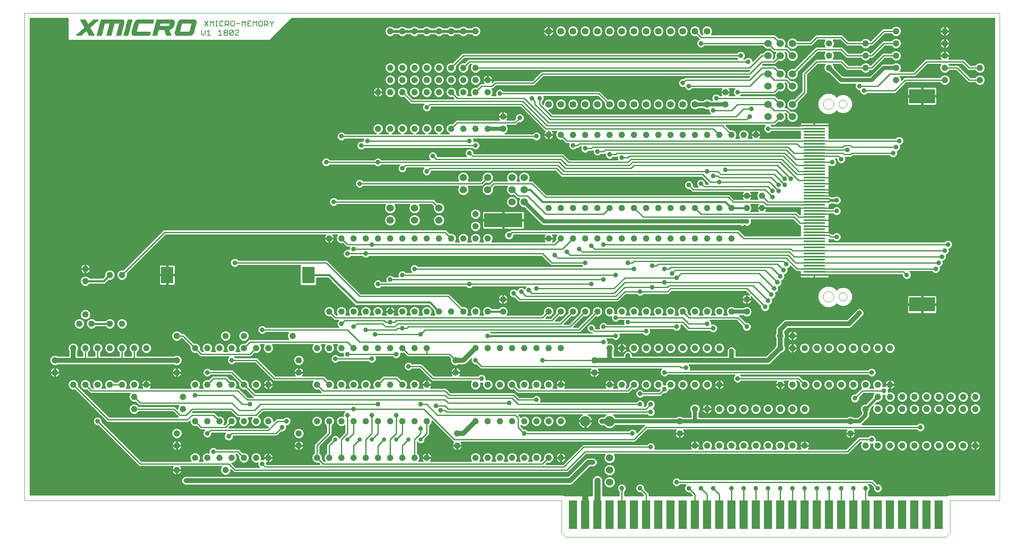
<source format=gtl>
G75*
G70*
%OFA0B0*%
%FSLAX24Y24*%
%IPPOS*%
%LPD*%
%AMOC8*
5,1,8,0,0,1.08239X$1,22.5*
%
%ADD10C,0.0000*%
%ADD11C,0.0080*%
%ADD12C,0.0520*%
%ADD13R,0.1024X0.1378*%
%ADD14R,0.3150X0.1181*%
%ADD15C,0.0600*%
%ADD16C,0.0554*%
%ADD17R,0.1772X0.0157*%
%ADD18R,0.2126X0.1181*%
%ADD19R,0.0650X0.2350*%
%ADD20C,0.0860*%
%ADD21C,0.2500*%
%ADD22C,0.0100*%
%ADD23C,0.0500*%
%ADD24C,0.0475*%
%ADD25C,0.0396*%
%ADD26C,0.0357*%
%ADD27C,0.0120*%
%ADD28C,0.0240*%
%ADD29C,0.0320*%
%ADD30C,0.0400*%
%ADD31C,0.0160*%
%ADD32C,0.0060*%
D10*
X000180Y003100D02*
X000180Y043100D01*
X080180Y043100D01*
X080180Y003100D01*
X076180Y003100D01*
X076110Y003100D01*
X076110Y000420D01*
X075790Y000100D01*
X044570Y000100D01*
X044250Y000420D01*
X044250Y003100D01*
X044180Y003100D01*
X000180Y003100D01*
X065706Y019819D02*
X065708Y019860D01*
X065714Y019901D01*
X065724Y019941D01*
X065737Y019980D01*
X065754Y020017D01*
X065775Y020053D01*
X065799Y020087D01*
X065826Y020118D01*
X065855Y020146D01*
X065888Y020172D01*
X065922Y020194D01*
X065959Y020213D01*
X065997Y020228D01*
X066037Y020240D01*
X066077Y020248D01*
X066118Y020252D01*
X066160Y020252D01*
X066201Y020248D01*
X066241Y020240D01*
X066281Y020228D01*
X066319Y020213D01*
X066355Y020194D01*
X066390Y020172D01*
X066423Y020146D01*
X066452Y020118D01*
X066479Y020087D01*
X066503Y020053D01*
X066524Y020017D01*
X066541Y019980D01*
X066554Y019941D01*
X066564Y019901D01*
X066570Y019860D01*
X066572Y019819D01*
X066570Y019778D01*
X066564Y019737D01*
X066554Y019697D01*
X066541Y019658D01*
X066524Y019621D01*
X066503Y019585D01*
X066479Y019551D01*
X066452Y019520D01*
X066423Y019492D01*
X066390Y019466D01*
X066356Y019444D01*
X066319Y019425D01*
X066281Y019410D01*
X066241Y019398D01*
X066201Y019390D01*
X066160Y019386D01*
X066118Y019386D01*
X066077Y019390D01*
X066037Y019398D01*
X065997Y019410D01*
X065959Y019425D01*
X065923Y019444D01*
X065888Y019466D01*
X065855Y019492D01*
X065826Y019520D01*
X065799Y019551D01*
X065775Y019585D01*
X065754Y019621D01*
X065737Y019658D01*
X065724Y019697D01*
X065714Y019737D01*
X065708Y019778D01*
X065706Y019819D01*
X066985Y019819D02*
X066987Y019855D01*
X066993Y019891D01*
X067003Y019926D01*
X067016Y019960D01*
X067033Y019992D01*
X067053Y020022D01*
X067077Y020049D01*
X067103Y020074D01*
X067132Y020096D01*
X067163Y020115D01*
X067196Y020130D01*
X067230Y020142D01*
X067266Y020150D01*
X067302Y020154D01*
X067338Y020154D01*
X067374Y020150D01*
X067410Y020142D01*
X067444Y020130D01*
X067477Y020115D01*
X067508Y020096D01*
X067537Y020074D01*
X067563Y020049D01*
X067587Y020022D01*
X067607Y019992D01*
X067624Y019960D01*
X067637Y019926D01*
X067647Y019891D01*
X067653Y019855D01*
X067655Y019819D01*
X067653Y019783D01*
X067647Y019747D01*
X067637Y019712D01*
X067624Y019678D01*
X067607Y019646D01*
X067587Y019616D01*
X067563Y019589D01*
X067537Y019564D01*
X067508Y019542D01*
X067477Y019523D01*
X067444Y019508D01*
X067410Y019496D01*
X067374Y019488D01*
X067338Y019484D01*
X067302Y019484D01*
X067266Y019488D01*
X067230Y019496D01*
X067196Y019508D01*
X067163Y019523D01*
X067132Y019542D01*
X067103Y019564D01*
X067077Y019589D01*
X067053Y019616D01*
X067033Y019646D01*
X067016Y019678D01*
X067003Y019712D01*
X066993Y019747D01*
X066987Y019783D01*
X066985Y019819D01*
X066985Y035631D02*
X066987Y035667D01*
X066993Y035703D01*
X067003Y035738D01*
X067016Y035772D01*
X067033Y035804D01*
X067053Y035834D01*
X067077Y035861D01*
X067103Y035886D01*
X067132Y035908D01*
X067163Y035927D01*
X067196Y035942D01*
X067230Y035954D01*
X067266Y035962D01*
X067302Y035966D01*
X067338Y035966D01*
X067374Y035962D01*
X067410Y035954D01*
X067444Y035942D01*
X067477Y035927D01*
X067508Y035908D01*
X067537Y035886D01*
X067563Y035861D01*
X067587Y035834D01*
X067607Y035804D01*
X067624Y035772D01*
X067637Y035738D01*
X067647Y035703D01*
X067653Y035667D01*
X067655Y035631D01*
X067653Y035595D01*
X067647Y035559D01*
X067637Y035524D01*
X067624Y035490D01*
X067607Y035458D01*
X067587Y035428D01*
X067563Y035401D01*
X067537Y035376D01*
X067508Y035354D01*
X067477Y035335D01*
X067444Y035320D01*
X067410Y035308D01*
X067374Y035300D01*
X067338Y035296D01*
X067302Y035296D01*
X067266Y035300D01*
X067230Y035308D01*
X067196Y035320D01*
X067163Y035335D01*
X067132Y035354D01*
X067103Y035376D01*
X067077Y035401D01*
X067053Y035428D01*
X067033Y035458D01*
X067016Y035490D01*
X067003Y035524D01*
X066993Y035559D01*
X066987Y035595D01*
X066985Y035631D01*
X065706Y035631D02*
X065708Y035672D01*
X065714Y035713D01*
X065724Y035753D01*
X065737Y035792D01*
X065754Y035829D01*
X065775Y035865D01*
X065799Y035899D01*
X065826Y035930D01*
X065855Y035958D01*
X065888Y035984D01*
X065922Y036006D01*
X065959Y036025D01*
X065997Y036040D01*
X066037Y036052D01*
X066077Y036060D01*
X066118Y036064D01*
X066160Y036064D01*
X066201Y036060D01*
X066241Y036052D01*
X066281Y036040D01*
X066319Y036025D01*
X066355Y036006D01*
X066390Y035984D01*
X066423Y035958D01*
X066452Y035930D01*
X066479Y035899D01*
X066503Y035865D01*
X066524Y035829D01*
X066541Y035792D01*
X066554Y035753D01*
X066564Y035713D01*
X066570Y035672D01*
X066572Y035631D01*
X066570Y035590D01*
X066564Y035549D01*
X066554Y035509D01*
X066541Y035470D01*
X066524Y035433D01*
X066503Y035397D01*
X066479Y035363D01*
X066452Y035332D01*
X066423Y035304D01*
X066390Y035278D01*
X066356Y035256D01*
X066319Y035237D01*
X066281Y035222D01*
X066241Y035210D01*
X066201Y035202D01*
X066160Y035198D01*
X066118Y035198D01*
X066077Y035202D01*
X066037Y035210D01*
X065997Y035222D01*
X065959Y035237D01*
X065923Y035256D01*
X065888Y035278D01*
X065855Y035304D01*
X065826Y035332D01*
X065799Y035363D01*
X065775Y035397D01*
X065754Y035433D01*
X065737Y035470D01*
X065724Y035509D01*
X065714Y035549D01*
X065708Y035590D01*
X065706Y035631D01*
D11*
X020621Y042365D02*
X020481Y042225D01*
X020481Y042015D01*
X020481Y042225D02*
X020341Y042365D01*
X020341Y042435D01*
X020161Y042365D02*
X020161Y042225D01*
X020091Y042155D01*
X019881Y042155D01*
X020021Y042155D02*
X020161Y042015D01*
X019881Y042015D02*
X019881Y042435D01*
X020091Y042435D01*
X020161Y042365D01*
X019701Y042365D02*
X019631Y042435D01*
X019491Y042435D01*
X019420Y042365D01*
X019420Y042085D01*
X019491Y042015D01*
X019631Y042015D01*
X019701Y042085D01*
X019701Y042365D01*
X019240Y042435D02*
X019240Y042015D01*
X018960Y042015D02*
X018960Y042435D01*
X019100Y042295D01*
X019240Y042435D01*
X018780Y042435D02*
X018500Y042435D01*
X018500Y042015D01*
X018780Y042015D01*
X018640Y042225D02*
X018500Y042225D01*
X018320Y042435D02*
X018320Y042015D01*
X018039Y042015D02*
X018039Y042435D01*
X018179Y042295D01*
X018320Y042435D01*
X017859Y042225D02*
X017579Y042225D01*
X017399Y042085D02*
X017399Y042365D01*
X017329Y042435D01*
X017189Y042435D01*
X017118Y042365D01*
X017118Y042085D01*
X017189Y042015D01*
X017329Y042015D01*
X017399Y042085D01*
X017552Y041685D02*
X017482Y041615D01*
X017552Y041685D02*
X017693Y041685D01*
X017763Y041615D01*
X017763Y041545D01*
X017482Y041265D01*
X017763Y041265D01*
X017302Y041335D02*
X017302Y041615D01*
X017022Y041335D01*
X017092Y041265D01*
X017232Y041265D01*
X017302Y041335D01*
X017022Y041335D02*
X017022Y041615D01*
X017092Y041685D01*
X017232Y041685D01*
X017302Y041615D01*
X016842Y041615D02*
X016842Y041545D01*
X016772Y041475D01*
X016632Y041475D01*
X016562Y041545D01*
X016562Y041615D01*
X016632Y041685D01*
X016772Y041685D01*
X016842Y041615D01*
X016772Y041475D02*
X016842Y041405D01*
X016842Y041335D01*
X016772Y041265D01*
X016632Y041265D01*
X016562Y041335D01*
X016562Y041405D01*
X016632Y041475D01*
X016381Y041265D02*
X016101Y041265D01*
X016241Y041265D02*
X016241Y041685D01*
X016101Y041545D01*
X016031Y042015D02*
X015891Y042015D01*
X015961Y042015D02*
X015961Y042435D01*
X015891Y042435D02*
X016031Y042435D01*
X016198Y042365D02*
X016198Y042085D01*
X016268Y042015D01*
X016408Y042015D01*
X016478Y042085D01*
X016658Y042015D02*
X016658Y042435D01*
X016868Y042435D01*
X016938Y042365D01*
X016938Y042225D01*
X016868Y042155D01*
X016658Y042155D01*
X016798Y042155D02*
X016938Y042015D01*
X016478Y042365D02*
X016408Y042435D01*
X016268Y042435D01*
X016198Y042365D01*
X015711Y042435D02*
X015711Y042015D01*
X015430Y042015D02*
X015430Y042435D01*
X015571Y042295D01*
X015711Y042435D01*
X015250Y042435D02*
X014970Y042015D01*
X015250Y042015D02*
X014970Y042435D01*
X015000Y041685D02*
X015000Y041405D01*
X014860Y041265D01*
X014720Y041405D01*
X014720Y041685D01*
X015180Y041545D02*
X015321Y041685D01*
X015321Y041265D01*
X015461Y041265D02*
X015180Y041265D01*
X020621Y042365D02*
X020621Y042435D01*
D12*
X030180Y041600D03*
X031180Y041600D03*
X032180Y041600D03*
X033180Y041600D03*
X034180Y041600D03*
X035180Y041600D03*
X036180Y041600D03*
X037180Y041600D03*
X037180Y038600D03*
X037180Y037600D03*
X038180Y037600D03*
X038180Y036600D03*
X037180Y036600D03*
X036180Y036600D03*
X035180Y036600D03*
X034180Y036600D03*
X033180Y036600D03*
X032180Y036600D03*
X031180Y036600D03*
X030180Y036600D03*
X029180Y036600D03*
X030180Y037600D03*
X031180Y037600D03*
X032180Y037600D03*
X033180Y037600D03*
X034180Y037600D03*
X035180Y037600D03*
X036180Y037600D03*
X036180Y038600D03*
X035180Y038600D03*
X034180Y038600D03*
X033180Y038600D03*
X032180Y038600D03*
X031180Y038600D03*
X030180Y038600D03*
X039430Y034600D03*
X039430Y033600D03*
X038180Y033600D03*
X037180Y033600D03*
X036180Y033600D03*
X035180Y033600D03*
X034180Y033600D03*
X033180Y033600D03*
X032180Y033600D03*
X031180Y033600D03*
X030180Y033600D03*
X029180Y033600D03*
X043180Y033100D03*
X044180Y033100D03*
X045180Y033100D03*
X046180Y033100D03*
X047180Y033100D03*
X048180Y033100D03*
X049180Y033100D03*
X050180Y033100D03*
X051180Y033100D03*
X052180Y033100D03*
X053180Y033100D03*
X054180Y033100D03*
X055180Y033100D03*
X056180Y033100D03*
X057180Y033100D03*
X058180Y033100D03*
X059180Y033100D03*
X060180Y033100D03*
X057680Y035600D03*
X057680Y036600D03*
X066180Y038600D03*
X066180Y039600D03*
X066180Y040600D03*
X069180Y040600D03*
X069180Y039600D03*
X069180Y038600D03*
X071680Y038600D03*
X071680Y037600D03*
X071680Y039600D03*
X071680Y040600D03*
X071680Y041600D03*
X075680Y041600D03*
X075680Y040600D03*
X075680Y039600D03*
X075680Y038600D03*
X075680Y037600D03*
X078555Y037600D03*
X078555Y038600D03*
X060680Y028100D03*
X059430Y028100D03*
X059430Y027100D03*
X060680Y027100D03*
X058180Y027100D03*
X057180Y027100D03*
X056180Y027100D03*
X055180Y027100D03*
X054180Y027100D03*
X053180Y027100D03*
X052180Y027100D03*
X051180Y027100D03*
X050180Y027100D03*
X049180Y027100D03*
X048180Y027100D03*
X047180Y027100D03*
X046180Y027100D03*
X045180Y027100D03*
X044180Y027100D03*
X043180Y027100D03*
X043180Y024600D03*
X044180Y024600D03*
X045180Y024600D03*
X046180Y024600D03*
X047180Y024600D03*
X048180Y024600D03*
X049180Y024600D03*
X050180Y024600D03*
X051180Y024600D03*
X052180Y024600D03*
X053180Y024600D03*
X054180Y024600D03*
X055180Y024600D03*
X056180Y024600D03*
X057180Y024600D03*
X058180Y024600D03*
X059430Y019600D03*
X059430Y018600D03*
X058180Y018600D03*
X057180Y018600D03*
X056180Y018600D03*
X055180Y018600D03*
X054180Y018600D03*
X053180Y018600D03*
X052180Y018600D03*
X051180Y018600D03*
X050180Y018600D03*
X049180Y018600D03*
X048180Y018600D03*
X047180Y018600D03*
X046180Y018600D03*
X045180Y018600D03*
X044180Y018600D03*
X043180Y018600D03*
X039430Y018600D03*
X038180Y018600D03*
X037180Y018600D03*
X036180Y018600D03*
X035180Y018600D03*
X034180Y018600D03*
X033180Y018600D03*
X032180Y018600D03*
X031180Y018600D03*
X030180Y018600D03*
X029180Y018600D03*
X028180Y018600D03*
X027180Y018600D03*
X026180Y018600D03*
X025180Y018600D03*
X022180Y016600D03*
X020180Y015600D03*
X019180Y015600D03*
X018180Y015600D03*
X017180Y015600D03*
X016180Y015600D03*
X015180Y015600D03*
X014180Y015600D03*
X012680Y014600D03*
X012680Y013600D03*
X014180Y012600D03*
X015180Y012600D03*
X016180Y012600D03*
X017180Y012600D03*
X018180Y012600D03*
X019180Y012600D03*
X020180Y012600D03*
X022680Y013600D03*
X022680Y014600D03*
X024180Y015600D03*
X025180Y015600D03*
X026180Y015600D03*
X027180Y015600D03*
X028180Y015600D03*
X029180Y015600D03*
X030180Y015600D03*
X031180Y015600D03*
X032180Y015600D03*
X033180Y015600D03*
X035555Y014600D03*
X035555Y013600D03*
X037180Y012600D03*
X038180Y012600D03*
X039180Y012600D03*
X040180Y012600D03*
X041180Y012600D03*
X042180Y012600D03*
X043180Y012600D03*
X044180Y012600D03*
X046930Y013600D03*
X046930Y014600D03*
X048180Y015600D03*
X049180Y015600D03*
X050180Y015600D03*
X051180Y015600D03*
X052180Y015600D03*
X053180Y015600D03*
X054180Y015600D03*
X055180Y015600D03*
X056180Y015600D03*
X057180Y015600D03*
X062180Y015600D03*
X063180Y015600D03*
X064180Y015600D03*
X065180Y015600D03*
X066180Y015600D03*
X067180Y015600D03*
X068180Y015600D03*
X069180Y015600D03*
X070180Y015600D03*
X071180Y015600D03*
X071180Y012600D03*
X070180Y012600D03*
X069180Y012600D03*
X068180Y012600D03*
X067180Y012600D03*
X066180Y012600D03*
X065180Y012600D03*
X064180Y012600D03*
X063180Y012600D03*
X062180Y012600D03*
X062180Y010600D03*
X061180Y010600D03*
X060180Y010600D03*
X059180Y010600D03*
X058180Y010600D03*
X057180Y010600D03*
X056180Y010600D03*
X055180Y010600D03*
X053930Y009600D03*
X053930Y008600D03*
X055180Y007600D03*
X056180Y007600D03*
X057180Y007600D03*
X058180Y007600D03*
X059180Y007600D03*
X060180Y007600D03*
X061180Y007600D03*
X062180Y007600D03*
X063180Y007600D03*
X064180Y007600D03*
X067930Y008600D03*
X069180Y007600D03*
X070180Y007600D03*
X071180Y007600D03*
X072180Y007600D03*
X073180Y007600D03*
X074180Y007600D03*
X075180Y007600D03*
X076180Y007600D03*
X077180Y007600D03*
X078180Y007600D03*
X078180Y010600D03*
X077180Y010600D03*
X076180Y010600D03*
X075180Y010600D03*
X075180Y011600D03*
X076180Y011600D03*
X077180Y011600D03*
X078180Y011600D03*
X074180Y011600D03*
X073180Y011600D03*
X072180Y011600D03*
X071180Y011600D03*
X070180Y011600D03*
X070180Y010600D03*
X069180Y010600D03*
X067930Y009600D03*
X071180Y010600D03*
X072180Y010600D03*
X073180Y010600D03*
X074180Y010600D03*
X064180Y010600D03*
X063180Y010600D03*
X057180Y012600D03*
X056180Y012600D03*
X055180Y012600D03*
X054180Y012600D03*
X053180Y012600D03*
X052180Y012600D03*
X051180Y012600D03*
X050180Y012600D03*
X049180Y012600D03*
X048180Y012600D03*
X044180Y009600D03*
X043180Y009600D03*
X042180Y009600D03*
X041180Y009600D03*
X040180Y009600D03*
X039180Y009600D03*
X038180Y009600D03*
X037180Y009600D03*
X035680Y008600D03*
X035680Y007600D03*
X037180Y006600D03*
X038180Y006600D03*
X039180Y006600D03*
X040180Y006600D03*
X041180Y006600D03*
X042180Y006600D03*
X043180Y006600D03*
X044180Y006600D03*
X033180Y006600D03*
X032180Y006600D03*
X031180Y006600D03*
X030180Y006600D03*
X029180Y006600D03*
X028180Y006600D03*
X027180Y006600D03*
X026180Y006600D03*
X025180Y006600D03*
X024180Y006600D03*
X022680Y007600D03*
X022680Y008600D03*
X024180Y009600D03*
X025180Y009600D03*
X026180Y009600D03*
X027180Y009600D03*
X028180Y009600D03*
X029180Y009600D03*
X030180Y009600D03*
X031180Y009600D03*
X032180Y009600D03*
X033180Y009600D03*
X033180Y012600D03*
X032180Y012600D03*
X031180Y012600D03*
X030180Y012600D03*
X029180Y012600D03*
X028180Y012600D03*
X027180Y012600D03*
X026180Y012600D03*
X025180Y012600D03*
X024180Y012600D03*
X020180Y009600D03*
X019180Y009600D03*
X018180Y009600D03*
X017180Y009600D03*
X016180Y009600D03*
X015180Y009600D03*
X014180Y009600D03*
X013180Y010600D03*
X013180Y011600D03*
X010180Y012600D03*
X009180Y012600D03*
X008180Y012600D03*
X007180Y012600D03*
X006180Y012600D03*
X005180Y012600D03*
X004180Y012600D03*
X002680Y013600D03*
X002680Y014600D03*
X004180Y015600D03*
X005180Y015600D03*
X006180Y015600D03*
X007180Y015600D03*
X008180Y015600D03*
X009180Y015600D03*
X010180Y015600D03*
X012680Y016600D03*
X016680Y016600D03*
X018180Y016600D03*
X008180Y017600D03*
X007180Y017600D03*
X005680Y017600D03*
X004680Y017600D03*
X005180Y018350D03*
X005180Y021100D03*
X005180Y022100D03*
X007180Y021600D03*
X008180Y021600D03*
X025180Y024600D03*
X026180Y024600D03*
X027180Y024600D03*
X028180Y024600D03*
X029180Y024600D03*
X030180Y024600D03*
X031180Y024600D03*
X032180Y024600D03*
X033180Y024600D03*
X034180Y024600D03*
X035180Y024600D03*
X036180Y024600D03*
X037180Y024600D03*
X038180Y024600D03*
X037180Y025600D03*
X037180Y026600D03*
X039430Y019600D03*
X039180Y015600D03*
X038180Y015600D03*
X037180Y015600D03*
X040180Y015600D03*
X041180Y015600D03*
X042180Y015600D03*
X043180Y015600D03*
X044180Y015600D03*
X062180Y016600D03*
X063180Y016600D03*
X020180Y006600D03*
X019180Y006600D03*
X018180Y006600D03*
X017180Y006600D03*
X016180Y006600D03*
X015180Y006600D03*
X014180Y006600D03*
X012680Y007600D03*
X012680Y008600D03*
X009180Y010600D03*
X009180Y011600D03*
X012680Y005600D03*
X016680Y005600D03*
D13*
X011893Y021600D03*
X023467Y021600D03*
D14*
X039463Y026100D03*
D15*
X040180Y027600D03*
X041180Y027600D03*
X041180Y028600D03*
X040180Y028600D03*
X040180Y029600D03*
X041180Y029600D03*
X038180Y029600D03*
X038180Y028600D03*
X036180Y028600D03*
X036180Y029600D03*
X034180Y027100D03*
X032180Y027100D03*
X030180Y027100D03*
X030180Y026100D03*
X032180Y026100D03*
X034180Y026100D03*
X061180Y034600D03*
X062180Y034600D03*
X063180Y034600D03*
X063180Y035600D03*
X062180Y035600D03*
X061180Y035600D03*
X061180Y037100D03*
X062180Y037100D03*
X063180Y037100D03*
X063180Y038100D03*
X062180Y038100D03*
X061180Y038100D03*
X061180Y039600D03*
X062180Y039600D03*
X063180Y039600D03*
X063180Y040600D03*
X062180Y040600D03*
X061180Y040600D03*
X048180Y006600D03*
X048180Y005600D03*
X048180Y004600D03*
D16*
X048180Y035600D03*
X047180Y035600D03*
X046180Y035600D03*
X045180Y035600D03*
X044180Y035600D03*
X043180Y035600D03*
X049180Y035600D03*
X050180Y035600D03*
X051180Y035600D03*
X052180Y035600D03*
X053180Y035600D03*
X054180Y035600D03*
X055180Y035600D03*
X056180Y035600D03*
X056180Y041600D03*
X055180Y041600D03*
X054180Y041600D03*
X053180Y041600D03*
X052180Y041600D03*
X051180Y041600D03*
X050180Y041600D03*
X049180Y041600D03*
X048180Y041600D03*
X047180Y041600D03*
X046180Y041600D03*
X045180Y041600D03*
X044180Y041600D03*
X043180Y041600D03*
D17*
X064977Y033850D03*
X064977Y033600D03*
X064977Y033350D03*
X064977Y033100D03*
X064977Y032850D03*
X064977Y032600D03*
X064977Y032350D03*
X064977Y032100D03*
X064977Y031850D03*
X064977Y031600D03*
X064977Y031350D03*
X064977Y031100D03*
X064977Y030850D03*
X064977Y030600D03*
X064977Y030350D03*
X064977Y030100D03*
X064977Y029850D03*
X064977Y029600D03*
X064977Y029350D03*
X064977Y029100D03*
X064977Y028850D03*
X064977Y028600D03*
X064977Y028350D03*
X064977Y028100D03*
X064977Y027850D03*
X064977Y027600D03*
X064977Y027350D03*
X064977Y027100D03*
X064977Y026850D03*
X064977Y026600D03*
X064977Y026350D03*
X064977Y026100D03*
X064977Y025850D03*
X064977Y025600D03*
X064977Y025350D03*
X064977Y025100D03*
X064977Y024850D03*
X064977Y024600D03*
X064977Y024350D03*
X064977Y024100D03*
X064977Y023850D03*
X064977Y023600D03*
X064977Y023350D03*
X064977Y023100D03*
X064977Y022850D03*
X064977Y022600D03*
X064977Y022350D03*
X064977Y022100D03*
X064977Y021850D03*
X064977Y021600D03*
D18*
X073816Y019178D03*
X073816Y036272D03*
D19*
X074180Y001915D03*
X073180Y001915D03*
X072180Y001915D03*
X071180Y001915D03*
X070180Y001915D03*
X069180Y001915D03*
X068180Y001915D03*
X067180Y001915D03*
X066180Y001915D03*
X065180Y001915D03*
X064180Y001915D03*
X063180Y001915D03*
X062180Y001915D03*
X061180Y001915D03*
X060180Y001915D03*
X059180Y001915D03*
X058180Y001915D03*
X057180Y001915D03*
X056180Y001915D03*
X055180Y001915D03*
X054180Y001915D03*
X053180Y001915D03*
X052180Y001915D03*
X051180Y001915D03*
X050180Y001915D03*
X049180Y001915D03*
X048180Y001915D03*
X047180Y001915D03*
X046180Y001915D03*
X045180Y001915D03*
X075180Y001915D03*
D20*
X048180Y009600D03*
X046180Y009600D03*
D21*
X078180Y005100D03*
X078180Y041100D03*
X002180Y041100D03*
X002180Y005100D03*
D22*
X000630Y005070D02*
X013296Y005070D01*
X013356Y005095D02*
X013220Y005039D01*
X013116Y004935D01*
X013060Y004799D01*
X013060Y004651D01*
X013116Y004515D01*
X013220Y004411D01*
X013356Y004355D01*
X045004Y004355D01*
X045140Y004411D01*
X045244Y004515D01*
X046583Y005855D01*
X046879Y005855D01*
X047015Y005911D01*
X047119Y006015D01*
X047175Y006151D01*
X047175Y006299D01*
X047119Y006435D01*
X047015Y006539D01*
X046879Y006595D01*
X046356Y006595D01*
X046220Y006539D01*
X044777Y005095D01*
X013356Y005095D01*
X013153Y004972D02*
X000630Y004972D01*
X000630Y004873D02*
X013091Y004873D01*
X013060Y004775D02*
X000630Y004775D01*
X000630Y004676D02*
X013060Y004676D01*
X013091Y004578D02*
X000630Y004578D01*
X000630Y004479D02*
X013153Y004479D01*
X013295Y004381D02*
X000630Y004381D01*
X000630Y004282D02*
X046760Y004282D01*
X046760Y004184D02*
X000630Y004184D01*
X000630Y004085D02*
X046760Y004085D01*
X046760Y003987D02*
X000630Y003987D01*
X000630Y003888D02*
X046760Y003888D01*
X046760Y003790D02*
X000630Y003790D01*
X000630Y003691D02*
X046760Y003691D01*
X046760Y003593D02*
X000630Y003593D01*
X000630Y003550D02*
X000630Y042650D01*
X003730Y042650D01*
X003730Y040850D01*
X020305Y040850D01*
X022105Y042650D01*
X079730Y042650D01*
X079730Y003550D01*
X076020Y003550D01*
X075855Y003481D01*
X075849Y003475D01*
X069400Y003475D01*
X069400Y003799D01*
X069492Y003891D01*
X069548Y004027D01*
X069548Y004173D01*
X069492Y004309D01*
X069421Y004380D01*
X069589Y004380D01*
X069812Y004157D01*
X069812Y004027D01*
X069868Y003891D01*
X069971Y003788D01*
X070107Y003732D01*
X070253Y003732D01*
X070389Y003788D01*
X070492Y003891D01*
X070548Y004027D01*
X070548Y004173D01*
X070492Y004309D01*
X070389Y004412D01*
X070253Y004468D01*
X070123Y004468D01*
X069900Y004691D01*
X069771Y004820D01*
X053981Y004820D01*
X053889Y004912D01*
X053753Y004968D01*
X053607Y004968D01*
X053471Y004912D01*
X053368Y004809D01*
X053312Y004673D01*
X053312Y004527D01*
X053368Y004391D01*
X053471Y004288D01*
X053607Y004232D01*
X053753Y004232D01*
X053889Y004288D01*
X053981Y004380D01*
X054439Y004380D01*
X054368Y004309D01*
X054312Y004173D01*
X054312Y004027D01*
X054368Y003891D01*
X054471Y003788D01*
X054607Y003732D01*
X054737Y003732D01*
X054960Y003509D01*
X054960Y003475D01*
X051400Y003475D01*
X051400Y003691D01*
X054778Y003691D01*
X054876Y003593D02*
X051400Y003593D01*
X051400Y003691D02*
X051271Y003820D01*
X051048Y004043D01*
X051048Y004173D01*
X050992Y004309D01*
X050889Y004412D01*
X050753Y004468D01*
X050607Y004468D01*
X050471Y004412D01*
X050368Y004309D01*
X050312Y004173D01*
X050312Y004027D01*
X050368Y003891D01*
X050471Y003788D01*
X050607Y003732D01*
X050737Y003732D01*
X050960Y003509D01*
X050960Y003475D01*
X049400Y003475D01*
X049400Y003799D01*
X049492Y003891D01*
X049548Y004027D01*
X049548Y004173D01*
X049492Y004309D01*
X049389Y004412D01*
X049253Y004468D01*
X049107Y004468D01*
X048971Y004412D01*
X048868Y004309D01*
X048812Y004173D01*
X048812Y004027D01*
X048868Y003891D01*
X048960Y003799D01*
X048960Y003475D01*
X047600Y003475D01*
X047600Y004809D01*
X047536Y004963D01*
X047418Y005081D01*
X047264Y005145D01*
X047096Y005145D01*
X046942Y005081D01*
X046824Y004963D01*
X046760Y004809D01*
X046760Y003475D01*
X044511Y003475D01*
X044505Y003481D01*
X044340Y003550D01*
X000630Y003550D01*
X000630Y005169D02*
X044850Y005169D01*
X044949Y005267D02*
X016955Y005267D01*
X016924Y005235D02*
X017045Y005356D01*
X017110Y005514D01*
X017110Y005609D01*
X017210Y005509D01*
X017339Y005380D01*
X044771Y005380D01*
X046271Y006880D01*
X047795Y006880D01*
X047782Y006866D01*
X047710Y006693D01*
X047710Y006507D01*
X047782Y006334D01*
X047914Y006202D01*
X048087Y006130D01*
X048273Y006130D01*
X048446Y006202D01*
X048578Y006334D01*
X048650Y006507D01*
X048650Y006693D01*
X048578Y006866D01*
X048565Y006880D01*
X067771Y006880D01*
X068771Y007880D01*
X068852Y007880D01*
X068815Y007844D01*
X068750Y007686D01*
X068750Y007514D01*
X068815Y007356D01*
X068936Y007235D01*
X069094Y007170D01*
X069266Y007170D01*
X069424Y007235D01*
X069545Y007356D01*
X069610Y007514D01*
X069610Y007686D01*
X069587Y007740D01*
X069607Y007732D01*
X069753Y007732D01*
X069773Y007740D01*
X069750Y007686D01*
X069750Y007514D01*
X069815Y007356D01*
X069936Y007235D01*
X070094Y007170D01*
X070266Y007170D01*
X070424Y007235D01*
X070545Y007356D01*
X070610Y007514D01*
X070610Y007686D01*
X070545Y007844D01*
X070424Y007965D01*
X070266Y008030D01*
X070094Y008030D01*
X070040Y008007D01*
X070048Y008027D01*
X070048Y008173D01*
X069992Y008309D01*
X069889Y008412D01*
X069753Y008468D01*
X069607Y008468D01*
X069471Y008412D01*
X069379Y008320D01*
X068589Y008320D01*
X068460Y008191D01*
X067589Y007320D01*
X064480Y007320D01*
X064493Y007333D01*
X064531Y007385D01*
X064560Y007443D01*
X064580Y007504D01*
X064590Y007568D01*
X064590Y007570D01*
X064210Y007570D01*
X064210Y007630D01*
X064150Y007630D01*
X064150Y008010D01*
X064148Y008010D01*
X064084Y008000D01*
X064023Y007980D01*
X063965Y007951D01*
X063913Y007913D01*
X063867Y007867D01*
X063829Y007815D01*
X063800Y007757D01*
X063780Y007696D01*
X063770Y007632D01*
X063770Y007630D01*
X064150Y007630D01*
X064150Y007570D01*
X063770Y007570D01*
X063770Y007568D01*
X063780Y007504D01*
X063800Y007443D01*
X063829Y007385D01*
X063867Y007333D01*
X063880Y007320D01*
X063508Y007320D01*
X063545Y007356D01*
X063610Y007514D01*
X063610Y007686D01*
X063545Y007844D01*
X063424Y007965D01*
X063266Y008030D01*
X063094Y008030D01*
X062936Y007965D01*
X062815Y007844D01*
X062750Y007686D01*
X062750Y007514D01*
X062815Y007356D01*
X062852Y007320D01*
X062508Y007320D01*
X062545Y007356D01*
X062610Y007514D01*
X062610Y007686D01*
X062545Y007844D01*
X062424Y007965D01*
X062266Y008030D01*
X062094Y008030D01*
X061936Y007965D01*
X061815Y007844D01*
X061750Y007686D01*
X061750Y007514D01*
X061815Y007356D01*
X061852Y007320D01*
X061508Y007320D01*
X061545Y007356D01*
X061610Y007514D01*
X061610Y007686D01*
X061545Y007844D01*
X061424Y007965D01*
X061266Y008030D01*
X061094Y008030D01*
X060936Y007965D01*
X060815Y007844D01*
X060750Y007686D01*
X060750Y007514D01*
X060815Y007356D01*
X060852Y007320D01*
X060508Y007320D01*
X060545Y007356D01*
X060610Y007514D01*
X060610Y007686D01*
X060545Y007844D01*
X060424Y007965D01*
X060266Y008030D01*
X060094Y008030D01*
X059936Y007965D01*
X059815Y007844D01*
X059750Y007686D01*
X059750Y007514D01*
X059815Y007356D01*
X059852Y007320D01*
X059508Y007320D01*
X059545Y007356D01*
X059610Y007514D01*
X059610Y007686D01*
X059545Y007844D01*
X059424Y007965D01*
X059266Y008030D01*
X059094Y008030D01*
X058936Y007965D01*
X058815Y007844D01*
X058750Y007686D01*
X058750Y007514D01*
X058815Y007356D01*
X058852Y007320D01*
X058508Y007320D01*
X058545Y007356D01*
X058610Y007514D01*
X058610Y007686D01*
X058545Y007844D01*
X058424Y007965D01*
X058266Y008030D01*
X058094Y008030D01*
X057936Y007965D01*
X057815Y007844D01*
X057750Y007686D01*
X057750Y007514D01*
X057815Y007356D01*
X057852Y007320D01*
X057508Y007320D01*
X057545Y007356D01*
X057610Y007514D01*
X057610Y007686D01*
X057545Y007844D01*
X057424Y007965D01*
X057266Y008030D01*
X057094Y008030D01*
X056936Y007965D01*
X056815Y007844D01*
X056750Y007686D01*
X056750Y007514D01*
X056815Y007356D01*
X056852Y007320D01*
X056508Y007320D01*
X056545Y007356D01*
X056610Y007514D01*
X056610Y007686D01*
X056545Y007844D01*
X056424Y007965D01*
X056266Y008030D01*
X056094Y008030D01*
X055936Y007965D01*
X055815Y007844D01*
X055750Y007686D01*
X055750Y007514D01*
X055815Y007356D01*
X055852Y007320D01*
X055480Y007320D01*
X055493Y007333D01*
X055531Y007385D01*
X055560Y007443D01*
X055580Y007504D01*
X055590Y007568D01*
X055590Y007570D01*
X055210Y007570D01*
X055210Y007630D01*
X055150Y007630D01*
X055150Y008010D01*
X055148Y008010D01*
X055084Y008000D01*
X055023Y007980D01*
X054965Y007951D01*
X054913Y007913D01*
X054867Y007867D01*
X054829Y007815D01*
X054800Y007757D01*
X054780Y007696D01*
X054770Y007632D01*
X054770Y007630D01*
X055150Y007630D01*
X055150Y007570D01*
X054770Y007570D01*
X054770Y007568D01*
X054780Y007504D01*
X054800Y007443D01*
X054829Y007385D01*
X054867Y007333D01*
X054880Y007320D01*
X051889Y007320D01*
X051923Y007402D01*
X051923Y007548D01*
X051867Y007684D01*
X051764Y007787D01*
X051628Y007843D01*
X051482Y007843D01*
X051346Y007787D01*
X051254Y007695D01*
X045964Y007695D01*
X044339Y006070D01*
X042961Y006070D01*
X043071Y006180D01*
X043094Y006170D01*
X043266Y006170D01*
X043424Y006235D01*
X043545Y006356D01*
X043610Y006514D01*
X043610Y006686D01*
X043545Y006844D01*
X043424Y006965D01*
X043266Y007030D01*
X043094Y007030D01*
X042936Y006965D01*
X042815Y006844D01*
X042750Y006686D01*
X042750Y006514D01*
X042760Y006491D01*
X042589Y006320D01*
X042508Y006320D01*
X042545Y006356D01*
X042610Y006514D01*
X042610Y006686D01*
X042545Y006844D01*
X042424Y006965D01*
X042266Y007030D01*
X042094Y007030D01*
X041936Y006965D01*
X041815Y006844D01*
X041750Y006686D01*
X041750Y006514D01*
X041815Y006356D01*
X041852Y006320D01*
X041508Y006320D01*
X041545Y006356D01*
X041610Y006514D01*
X041610Y006686D01*
X041545Y006844D01*
X041424Y006965D01*
X041266Y007030D01*
X041094Y007030D01*
X040936Y006965D01*
X040815Y006844D01*
X040750Y006686D01*
X040750Y006514D01*
X040815Y006356D01*
X040852Y006320D01*
X040508Y006320D01*
X040545Y006356D01*
X040610Y006514D01*
X040610Y006686D01*
X040545Y006844D01*
X040424Y006965D01*
X040266Y007030D01*
X040094Y007030D01*
X039936Y006965D01*
X039815Y006844D01*
X039750Y006686D01*
X039750Y006514D01*
X039815Y006356D01*
X039852Y006320D01*
X039508Y006320D01*
X039545Y006356D01*
X039610Y006514D01*
X039610Y006686D01*
X039545Y006844D01*
X039424Y006965D01*
X039266Y007030D01*
X039094Y007030D01*
X038936Y006965D01*
X038815Y006844D01*
X038750Y006686D01*
X038750Y006514D01*
X038815Y006356D01*
X038852Y006320D01*
X038508Y006320D01*
X038545Y006356D01*
X038610Y006514D01*
X038610Y006686D01*
X038545Y006844D01*
X038424Y006965D01*
X038266Y007030D01*
X038094Y007030D01*
X037936Y006965D01*
X037815Y006844D01*
X037750Y006686D01*
X037750Y006514D01*
X037815Y006356D01*
X037852Y006320D01*
X037508Y006320D01*
X037545Y006356D01*
X037610Y006514D01*
X037610Y006686D01*
X037545Y006844D01*
X037424Y006965D01*
X037266Y007030D01*
X037094Y007030D01*
X036936Y006965D01*
X036815Y006844D01*
X036750Y006686D01*
X036750Y006514D01*
X036815Y006356D01*
X036852Y006320D01*
X033480Y006320D01*
X033493Y006333D01*
X033531Y006385D01*
X033560Y006443D01*
X033580Y006504D01*
X033590Y006568D01*
X033590Y006570D01*
X033210Y006570D01*
X033210Y006630D01*
X033150Y006630D01*
X033150Y007010D01*
X033148Y007010D01*
X033084Y007000D01*
X033023Y006980D01*
X032965Y006951D01*
X032913Y006913D01*
X032867Y006867D01*
X032829Y006815D01*
X032800Y006757D01*
X032780Y006696D01*
X032770Y006632D01*
X032770Y006630D01*
X033150Y006630D01*
X033150Y006570D01*
X032770Y006570D01*
X032770Y006568D01*
X032780Y006504D01*
X032800Y006443D01*
X032829Y006385D01*
X032867Y006333D01*
X032880Y006320D01*
X032508Y006320D01*
X032545Y006356D01*
X032610Y006514D01*
X032610Y006686D01*
X032545Y006844D01*
X032424Y006965D01*
X032400Y006974D01*
X032400Y007887D01*
X032483Y007805D01*
X032611Y007752D01*
X032749Y007752D01*
X032877Y007805D01*
X032975Y007903D01*
X033028Y008031D01*
X033028Y008137D01*
X033400Y008509D01*
X033400Y009226D01*
X033424Y009235D01*
X033545Y009356D01*
X033610Y009514D01*
X033610Y009609D01*
X035339Y007880D01*
X035380Y007880D01*
X035367Y007867D01*
X035329Y007815D01*
X035300Y007757D01*
X035280Y007696D01*
X035270Y007632D01*
X035270Y007630D01*
X035650Y007630D01*
X035650Y007570D01*
X035710Y007570D01*
X035710Y007630D01*
X036090Y007630D01*
X036090Y007632D01*
X036080Y007696D01*
X036060Y007757D01*
X036031Y007815D01*
X035993Y007867D01*
X035980Y007880D01*
X050271Y007880D01*
X050400Y008009D01*
X051271Y008880D01*
X053630Y008880D01*
X053617Y008867D01*
X053579Y008815D01*
X053550Y008757D01*
X053530Y008696D01*
X053520Y008632D01*
X053520Y008630D01*
X053900Y008630D01*
X053900Y008570D01*
X053960Y008570D01*
X053960Y008630D01*
X054340Y008630D01*
X054340Y008632D01*
X054330Y008696D01*
X054310Y008757D01*
X054281Y008815D01*
X054243Y008867D01*
X054230Y008880D01*
X067630Y008880D01*
X067617Y008867D01*
X067579Y008815D01*
X067550Y008757D01*
X067530Y008696D01*
X067520Y008632D01*
X067520Y008630D01*
X067900Y008630D01*
X067900Y008570D01*
X067960Y008570D01*
X067960Y008630D01*
X068340Y008630D01*
X068340Y008632D01*
X068330Y008696D01*
X068310Y008757D01*
X068281Y008815D01*
X068243Y008867D01*
X068230Y008880D01*
X073379Y008880D01*
X073471Y008788D01*
X073607Y008732D01*
X073753Y008732D01*
X073889Y008788D01*
X073992Y008891D01*
X074048Y009027D01*
X074048Y009173D01*
X073992Y009309D01*
X073889Y009412D01*
X073753Y009468D01*
X073607Y009468D01*
X073471Y009412D01*
X073379Y009320D01*
X068866Y009320D01*
X068867Y009320D01*
X069367Y009820D01*
X069460Y009913D01*
X069510Y010034D01*
X069510Y010322D01*
X069545Y010356D01*
X069610Y010514D01*
X069610Y010620D01*
X069803Y010812D01*
X069750Y010686D01*
X069750Y010514D01*
X069815Y010356D01*
X069936Y010235D01*
X070094Y010170D01*
X070266Y010170D01*
X070424Y010235D01*
X070545Y010356D01*
X070610Y010514D01*
X070610Y010686D01*
X070545Y010844D01*
X070424Y010965D01*
X070266Y011030D01*
X070094Y011030D01*
X069968Y010977D01*
X070160Y011170D01*
X070266Y011170D01*
X070424Y011235D01*
X070545Y011356D01*
X070610Y011514D01*
X070610Y011686D01*
X070587Y011740D01*
X070607Y011732D01*
X070753Y011732D01*
X070773Y011740D01*
X070750Y011686D01*
X070750Y011514D01*
X070815Y011356D01*
X070936Y011235D01*
X071094Y011170D01*
X071266Y011170D01*
X071424Y011235D01*
X071545Y011356D01*
X071610Y011514D01*
X071610Y011686D01*
X071545Y011844D01*
X071424Y011965D01*
X071266Y012030D01*
X071094Y012030D01*
X071040Y012007D01*
X071048Y012027D01*
X071048Y012173D01*
X071030Y012218D01*
X071084Y012200D01*
X071148Y012190D01*
X071150Y012190D01*
X071150Y012570D01*
X070770Y012570D01*
X070770Y012568D01*
X070780Y012504D01*
X070798Y012450D01*
X070753Y012468D01*
X070607Y012468D01*
X070587Y012460D01*
X070610Y012514D01*
X070610Y012686D01*
X070545Y012844D01*
X070424Y012965D01*
X070266Y013030D01*
X070094Y013030D01*
X069936Y012965D01*
X069815Y012844D01*
X069750Y012686D01*
X069750Y012514D01*
X069815Y012356D01*
X069852Y012320D01*
X069508Y012320D01*
X069545Y012356D01*
X069610Y012514D01*
X069610Y012686D01*
X069545Y012844D01*
X069424Y012965D01*
X069266Y013030D01*
X069094Y013030D01*
X068936Y012965D01*
X068815Y012844D01*
X068750Y012686D01*
X068750Y012514D01*
X068815Y012356D01*
X068852Y012320D01*
X068839Y012320D01*
X068710Y012191D01*
X068362Y011843D01*
X068232Y011843D01*
X068096Y011787D01*
X067993Y011684D01*
X067937Y011548D01*
X067937Y011402D01*
X067993Y011266D01*
X068096Y011163D01*
X068232Y011107D01*
X068378Y011107D01*
X068514Y011163D01*
X068617Y011266D01*
X068673Y011402D01*
X068673Y011532D01*
X069021Y011880D01*
X069852Y011880D01*
X069815Y011844D01*
X069750Y011686D01*
X069750Y011580D01*
X069200Y011030D01*
X069094Y011030D01*
X068936Y010965D01*
X068815Y010844D01*
X068750Y010686D01*
X068750Y010514D01*
X068815Y010356D01*
X068850Y010322D01*
X068850Y010237D01*
X068543Y009930D01*
X068208Y009930D01*
X068174Y009965D01*
X068016Y010030D01*
X067844Y010030D01*
X067686Y009965D01*
X067652Y009930D01*
X055510Y009930D01*
X055510Y010322D01*
X055545Y010356D01*
X055610Y010514D01*
X055610Y010686D01*
X055545Y010844D01*
X055424Y010965D01*
X055266Y011030D01*
X055094Y011030D01*
X054936Y010965D01*
X054815Y010844D01*
X054750Y010686D01*
X054750Y010514D01*
X054815Y010356D01*
X054850Y010322D01*
X054850Y009930D01*
X054208Y009930D01*
X054174Y009965D01*
X054016Y010030D01*
X053844Y010030D01*
X053686Y009965D01*
X053652Y009930D01*
X048693Y009930D01*
X048689Y009940D01*
X048520Y010109D01*
X048468Y010130D01*
X051254Y010130D01*
X051346Y010038D01*
X051482Y009982D01*
X051628Y009982D01*
X051764Y010038D01*
X051867Y010141D01*
X051923Y010277D01*
X051923Y010423D01*
X051867Y010559D01*
X051764Y010662D01*
X051762Y010662D01*
X051764Y010663D01*
X051867Y010766D01*
X051923Y010902D01*
X051923Y011048D01*
X051867Y011184D01*
X051764Y011287D01*
X051628Y011343D01*
X051482Y011343D01*
X051346Y011287D01*
X051243Y011184D01*
X051187Y011048D01*
X051187Y010918D01*
X051089Y010820D01*
X051014Y010820D01*
X051048Y010902D01*
X051048Y011048D01*
X050992Y011184D01*
X050889Y011287D01*
X050753Y011343D01*
X050607Y011343D01*
X050471Y011287D01*
X050379Y011195D01*
X042514Y011195D01*
X042548Y011277D01*
X042548Y011423D01*
X042492Y011559D01*
X042389Y011662D01*
X042253Y011718D01*
X042107Y011718D01*
X041971Y011662D01*
X041879Y011570D01*
X040771Y011570D01*
X040396Y011945D01*
X035146Y011945D01*
X034771Y012320D01*
X033480Y012320D01*
X033493Y012333D01*
X033531Y012385D01*
X033560Y012443D01*
X033580Y012504D01*
X033590Y012568D01*
X033590Y012570D01*
X033210Y012570D01*
X033210Y012630D01*
X033150Y012630D01*
X033150Y013010D01*
X033148Y013010D01*
X033084Y013000D01*
X033023Y012980D01*
X032965Y012951D01*
X032913Y012913D01*
X032867Y012867D01*
X032829Y012815D01*
X032800Y012757D01*
X032780Y012696D01*
X032770Y012632D01*
X032770Y012630D01*
X033150Y012630D01*
X033150Y012570D01*
X032770Y012570D01*
X032770Y012568D01*
X032780Y012504D01*
X032800Y012443D01*
X032829Y012385D01*
X032867Y012333D01*
X032880Y012320D01*
X032508Y012320D01*
X032545Y012356D01*
X032610Y012514D01*
X032610Y012686D01*
X032545Y012844D01*
X032424Y012965D01*
X032266Y013030D01*
X032094Y013030D01*
X031936Y012965D01*
X031815Y012844D01*
X031750Y012686D01*
X031750Y012514D01*
X031815Y012356D01*
X031852Y012320D01*
X031508Y012320D01*
X031545Y012356D01*
X031610Y012514D01*
X031610Y012686D01*
X031545Y012844D01*
X031424Y012965D01*
X031266Y013030D01*
X031094Y013030D01*
X031071Y013020D01*
X030771Y013320D01*
X029589Y013320D01*
X029460Y013191D01*
X029289Y013020D01*
X029266Y013030D01*
X029094Y013030D01*
X028936Y012965D01*
X028815Y012844D01*
X028750Y012686D01*
X028750Y012514D01*
X028815Y012356D01*
X028852Y012320D01*
X028508Y012320D01*
X028545Y012356D01*
X028610Y012514D01*
X028610Y012686D01*
X028545Y012844D01*
X028424Y012965D01*
X028266Y013030D01*
X028094Y013030D01*
X027936Y012965D01*
X027815Y012844D01*
X027750Y012686D01*
X027750Y012514D01*
X027815Y012356D01*
X027852Y012320D01*
X027508Y012320D01*
X027545Y012356D01*
X027610Y012514D01*
X027610Y012686D01*
X027545Y012844D01*
X027424Y012965D01*
X027266Y013030D01*
X027094Y013030D01*
X026936Y012965D01*
X026815Y012844D01*
X026750Y012686D01*
X026750Y012514D01*
X026815Y012356D01*
X026852Y012320D01*
X026508Y012320D01*
X026545Y012356D01*
X026610Y012514D01*
X026610Y012686D01*
X026545Y012844D01*
X026424Y012965D01*
X026266Y013030D01*
X026094Y013030D01*
X025936Y012965D01*
X025815Y012844D01*
X025750Y012686D01*
X025750Y012514D01*
X025815Y012356D01*
X025852Y012320D01*
X025508Y012320D01*
X025545Y012356D01*
X025610Y012514D01*
X025610Y012686D01*
X025545Y012844D01*
X025424Y012965D01*
X025266Y013030D01*
X025094Y013030D01*
X025071Y013020D01*
X024900Y013191D01*
X024771Y013320D01*
X022980Y013320D01*
X022993Y013333D01*
X023031Y013385D01*
X023060Y013443D01*
X023080Y013504D01*
X023090Y013568D01*
X023090Y013570D01*
X022710Y013570D01*
X022710Y013630D01*
X022650Y013630D01*
X022650Y014010D01*
X022648Y014010D01*
X022584Y014000D01*
X022523Y013980D01*
X022465Y013951D01*
X022413Y013913D01*
X022367Y013867D01*
X022329Y013815D01*
X022300Y013757D01*
X022280Y013696D01*
X022270Y013632D01*
X022270Y013630D01*
X022650Y013630D01*
X022650Y013570D01*
X022270Y013570D01*
X022270Y013568D01*
X022280Y013504D01*
X022300Y013443D01*
X022329Y013385D01*
X022367Y013333D01*
X022380Y013320D01*
X020771Y013320D01*
X019400Y014691D01*
X019271Y014820D01*
X017481Y014820D01*
X017421Y014880D01*
X018771Y014880D01*
X019071Y015180D01*
X019094Y015170D01*
X019266Y015170D01*
X019424Y015235D01*
X019545Y015356D01*
X019610Y015514D01*
X019610Y015686D01*
X019545Y015844D01*
X019508Y015880D01*
X019852Y015880D01*
X019815Y015844D01*
X019750Y015686D01*
X019750Y015514D01*
X019815Y015356D01*
X019936Y015235D01*
X020094Y015170D01*
X020266Y015170D01*
X020424Y015235D01*
X020545Y015356D01*
X020610Y015514D01*
X020610Y015686D01*
X020545Y015844D01*
X020508Y015880D01*
X023852Y015880D01*
X023815Y015844D01*
X023750Y015686D01*
X023750Y015514D01*
X023815Y015356D01*
X023936Y015235D01*
X024094Y015170D01*
X024266Y015170D01*
X024424Y015235D01*
X024545Y015356D01*
X024610Y015514D01*
X024610Y015686D01*
X024545Y015844D01*
X024508Y015880D01*
X024852Y015880D01*
X024815Y015844D01*
X024750Y015686D01*
X024750Y015514D01*
X024815Y015356D01*
X024936Y015235D01*
X025094Y015170D01*
X025266Y015170D01*
X025424Y015235D01*
X025545Y015356D01*
X025610Y015514D01*
X025610Y015686D01*
X025545Y015844D01*
X025508Y015880D01*
X025852Y015880D01*
X025815Y015844D01*
X025750Y015686D01*
X025750Y015514D01*
X025815Y015356D01*
X025936Y015235D01*
X026094Y015170D01*
X026266Y015170D01*
X026320Y015193D01*
X026312Y015173D01*
X026312Y015027D01*
X026346Y014945D01*
X025981Y014945D01*
X025889Y015037D01*
X025753Y015093D01*
X025607Y015093D01*
X025471Y015037D01*
X025368Y014934D01*
X025312Y014798D01*
X025312Y014652D01*
X025368Y014516D01*
X025471Y014413D01*
X025607Y014357D01*
X025753Y014357D01*
X025889Y014413D01*
X025981Y014505D01*
X028379Y014505D01*
X028471Y014413D01*
X028607Y014357D01*
X028753Y014357D01*
X028889Y014413D01*
X028992Y014516D01*
X029048Y014652D01*
X029048Y014798D01*
X029014Y014880D01*
X030379Y014880D01*
X030471Y014788D01*
X030607Y014732D01*
X030753Y014732D01*
X030889Y014788D01*
X030992Y014891D01*
X031048Y015027D01*
X031048Y015173D01*
X031040Y015193D01*
X031094Y015170D01*
X031266Y015170D01*
X031289Y015180D01*
X031460Y015009D01*
X031589Y014880D01*
X034964Y014880D01*
X035135Y014709D01*
X035125Y014686D01*
X035125Y014514D01*
X035190Y014356D01*
X035311Y014235D01*
X035469Y014170D01*
X035641Y014170D01*
X035785Y014230D01*
X036254Y014230D01*
X036390Y014286D01*
X036837Y014734D01*
X036812Y014673D01*
X036812Y014527D01*
X036868Y014391D01*
X036971Y014288D01*
X037107Y014232D01*
X037237Y014232D01*
X037460Y014009D01*
X037589Y013880D01*
X046630Y013880D01*
X046617Y013867D01*
X046579Y013815D01*
X046550Y013757D01*
X046530Y013696D01*
X046520Y013632D01*
X046520Y013630D01*
X046900Y013630D01*
X046900Y013570D01*
X046960Y013570D01*
X046960Y013630D01*
X047340Y013630D01*
X047340Y013632D01*
X047330Y013696D01*
X047310Y013757D01*
X047281Y013815D01*
X047243Y013867D01*
X047230Y013880D01*
X052439Y013880D01*
X052368Y013809D01*
X052312Y013673D01*
X052312Y013527D01*
X052368Y013391D01*
X052471Y013288D01*
X052607Y013232D01*
X052753Y013232D01*
X052889Y013288D01*
X052981Y013380D01*
X058439Y013380D01*
X058368Y013309D01*
X058312Y013173D01*
X058312Y013027D01*
X058368Y012891D01*
X058471Y012788D01*
X058607Y012732D01*
X058753Y012732D01*
X058889Y012788D01*
X058981Y012880D01*
X061880Y012880D01*
X061867Y012867D01*
X061829Y012815D01*
X061800Y012757D01*
X061780Y012696D01*
X061770Y012632D01*
X061770Y012630D01*
X062150Y012630D01*
X062150Y012570D01*
X062210Y012570D01*
X062210Y012630D01*
X062590Y012630D01*
X062590Y012632D01*
X062580Y012696D01*
X062560Y012757D01*
X062531Y012815D01*
X062493Y012867D01*
X062480Y012880D01*
X062852Y012880D01*
X062815Y012844D01*
X062750Y012686D01*
X062750Y012514D01*
X062815Y012356D01*
X062936Y012235D01*
X063094Y012170D01*
X063266Y012170D01*
X063424Y012235D01*
X063545Y012356D01*
X063610Y012514D01*
X063610Y012686D01*
X063545Y012844D01*
X063508Y012880D01*
X063589Y012880D01*
X063760Y012709D01*
X063750Y012686D01*
X063750Y012514D01*
X063815Y012356D01*
X063936Y012235D01*
X064094Y012170D01*
X064266Y012170D01*
X064424Y012235D01*
X064545Y012356D01*
X064610Y012514D01*
X064610Y012686D01*
X064545Y012844D01*
X064424Y012965D01*
X064266Y013030D01*
X064094Y013030D01*
X064071Y013020D01*
X063771Y013320D01*
X058981Y013320D01*
X058921Y013380D01*
X069379Y013380D01*
X069471Y013288D01*
X069607Y013232D01*
X069753Y013232D01*
X069889Y013288D01*
X069992Y013391D01*
X070048Y013527D01*
X070048Y013673D01*
X069992Y013809D01*
X069889Y013912D01*
X069753Y013968D01*
X069607Y013968D01*
X069471Y013912D01*
X069379Y013820D01*
X054764Y013820D01*
X054798Y013902D01*
X054798Y014048D01*
X054742Y014184D01*
X054696Y014230D01*
X061254Y014230D01*
X061390Y014286D01*
X062279Y015175D01*
X062424Y015235D01*
X062545Y015356D01*
X062610Y015514D01*
X062610Y015686D01*
X062550Y015830D01*
X062550Y016370D01*
X062610Y016514D01*
X062610Y016686D01*
X062550Y016830D01*
X062550Y016947D01*
X062833Y017230D01*
X067879Y017230D01*
X068015Y017286D01*
X068640Y017911D01*
X068994Y018265D01*
X069050Y018401D01*
X069050Y018549D01*
X068994Y018685D01*
X068890Y018789D01*
X068754Y018845D01*
X068606Y018845D01*
X068470Y018789D01*
X068116Y018435D01*
X067652Y017970D01*
X062606Y017970D01*
X062470Y017914D01*
X062366Y017810D01*
X061866Y017310D01*
X061810Y017174D01*
X061810Y016830D01*
X061750Y016686D01*
X061750Y016514D01*
X061810Y016370D01*
X061810Y015830D01*
X061755Y015699D01*
X061027Y014970D01*
X058550Y014970D01*
X058550Y015424D01*
X058494Y015560D01*
X058390Y015664D01*
X058254Y015720D01*
X058106Y015720D01*
X057970Y015664D01*
X057866Y015560D01*
X057810Y015424D01*
X057810Y014970D01*
X050050Y014970D01*
X050050Y015049D01*
X049994Y015185D01*
X049947Y015231D01*
X050094Y015170D01*
X050266Y015170D01*
X050424Y015235D01*
X050545Y015356D01*
X050610Y015514D01*
X050610Y015686D01*
X050545Y015844D01*
X050424Y015965D01*
X050266Y016030D01*
X050094Y016030D01*
X049936Y015965D01*
X049815Y015844D01*
X049750Y015686D01*
X049750Y015514D01*
X049815Y015356D01*
X049879Y015293D01*
X049754Y015345D01*
X049606Y015345D01*
X049470Y015289D01*
X049366Y015185D01*
X049310Y015049D01*
X049310Y014970D01*
X048550Y014970D01*
X048550Y015370D01*
X048610Y015514D01*
X048610Y015686D01*
X048545Y015844D01*
X048424Y015965D01*
X048266Y016030D01*
X048094Y016030D01*
X048040Y016007D01*
X048048Y016027D01*
X048048Y016173D01*
X047992Y016309D01*
X047951Y016350D01*
X048409Y016350D01*
X048471Y016288D01*
X048607Y016232D01*
X048753Y016232D01*
X048889Y016288D01*
X048992Y016391D01*
X049048Y016527D01*
X049048Y016673D01*
X049014Y016755D01*
X050879Y016755D01*
X050971Y016663D01*
X051107Y016607D01*
X051253Y016607D01*
X051389Y016663D01*
X051492Y016766D01*
X051548Y016902D01*
X051548Y017048D01*
X051514Y017130D01*
X053379Y017130D01*
X053471Y017038D01*
X053607Y016982D01*
X053753Y016982D01*
X053889Y017038D01*
X053992Y017141D01*
X054048Y017277D01*
X054048Y017423D01*
X054014Y017505D01*
X054089Y017505D01*
X054460Y017134D01*
X054589Y017005D01*
X056379Y017005D01*
X056471Y016913D01*
X056607Y016857D01*
X056753Y016857D01*
X056889Y016913D01*
X056992Y017016D01*
X057048Y017152D01*
X057048Y017298D01*
X056992Y017434D01*
X056889Y017537D01*
X056753Y017593D01*
X056607Y017593D01*
X056548Y017569D01*
X056548Y017673D01*
X056492Y017809D01*
X056421Y017880D01*
X058589Y017880D01*
X059062Y017407D01*
X059062Y017277D01*
X059118Y017141D01*
X059221Y017038D01*
X059357Y016982D01*
X059503Y016982D01*
X059639Y017038D01*
X059742Y017141D01*
X059798Y017277D01*
X059798Y017423D01*
X059742Y017559D01*
X059639Y017662D01*
X059503Y017718D01*
X059373Y017718D01*
X058821Y018270D01*
X059152Y018270D01*
X059186Y018235D01*
X059344Y018170D01*
X059516Y018170D01*
X059674Y018235D01*
X059795Y018356D01*
X059860Y018514D01*
X059860Y018686D01*
X059795Y018844D01*
X059674Y018965D01*
X059516Y019030D01*
X059344Y019030D01*
X059186Y018965D01*
X059152Y018930D01*
X058458Y018930D01*
X058424Y018965D01*
X058266Y019030D01*
X058094Y019030D01*
X057936Y018965D01*
X057815Y018844D01*
X057750Y018686D01*
X057750Y018514D01*
X057815Y018356D01*
X057852Y018320D01*
X057508Y018320D01*
X057545Y018356D01*
X057610Y018514D01*
X057610Y018686D01*
X057545Y018844D01*
X057424Y018965D01*
X057266Y019030D01*
X057094Y019030D01*
X056936Y018965D01*
X056815Y018844D01*
X056750Y018686D01*
X056750Y018514D01*
X056815Y018356D01*
X056852Y018320D01*
X056508Y018320D01*
X056545Y018356D01*
X056610Y018514D01*
X056610Y018686D01*
X056545Y018844D01*
X056424Y018965D01*
X056266Y019030D01*
X056094Y019030D01*
X055936Y018965D01*
X055815Y018844D01*
X055750Y018686D01*
X055750Y018514D01*
X055815Y018356D01*
X055852Y018320D01*
X055508Y018320D01*
X055545Y018356D01*
X055610Y018514D01*
X055610Y018686D01*
X055545Y018844D01*
X055424Y018965D01*
X055266Y019030D01*
X055094Y019030D01*
X054936Y018965D01*
X054815Y018844D01*
X054750Y018686D01*
X054750Y018514D01*
X054815Y018356D01*
X054852Y018320D01*
X054771Y018320D01*
X054600Y018491D01*
X054610Y018514D01*
X054610Y018686D01*
X054545Y018844D01*
X054424Y018965D01*
X054266Y019030D01*
X054094Y019030D01*
X053936Y018965D01*
X053815Y018844D01*
X053750Y018686D01*
X053750Y018514D01*
X053815Y018356D01*
X053852Y018320D01*
X053508Y018320D01*
X053545Y018356D01*
X053610Y018514D01*
X053610Y018686D01*
X053545Y018844D01*
X053424Y018965D01*
X053266Y019030D01*
X053094Y019030D01*
X052936Y018965D01*
X052815Y018844D01*
X052750Y018686D01*
X052750Y018514D01*
X052815Y018356D01*
X052852Y018320D01*
X052508Y018320D01*
X052545Y018356D01*
X052610Y018514D01*
X052610Y018686D01*
X052545Y018844D01*
X052424Y018965D01*
X052266Y019030D01*
X052094Y019030D01*
X051936Y018965D01*
X051815Y018844D01*
X051750Y018686D01*
X051750Y018514D01*
X051815Y018356D01*
X051852Y018320D01*
X051508Y018320D01*
X051545Y018356D01*
X051610Y018514D01*
X051610Y018686D01*
X051545Y018844D01*
X051424Y018965D01*
X051266Y019030D01*
X051094Y019030D01*
X050936Y018965D01*
X050815Y018844D01*
X050750Y018686D01*
X050750Y018514D01*
X050815Y018356D01*
X050852Y018320D01*
X050508Y018320D01*
X050545Y018356D01*
X050610Y018514D01*
X050610Y018686D01*
X050545Y018844D01*
X050424Y018965D01*
X050266Y019030D01*
X050094Y019030D01*
X049936Y018965D01*
X049815Y018844D01*
X049750Y018686D01*
X049750Y018514D01*
X049815Y018356D01*
X049852Y018320D01*
X049508Y018320D01*
X049545Y018356D01*
X049610Y018514D01*
X049610Y018686D01*
X049545Y018844D01*
X049424Y018965D01*
X049266Y019030D01*
X049094Y019030D01*
X048936Y018965D01*
X048815Y018844D01*
X048750Y018686D01*
X048750Y018514D01*
X048773Y018460D01*
X048753Y018468D01*
X048607Y018468D01*
X048587Y018460D01*
X048610Y018514D01*
X048610Y018686D01*
X048545Y018844D01*
X048424Y018965D01*
X048266Y019030D01*
X048094Y019030D01*
X047936Y018965D01*
X047815Y018844D01*
X047750Y018686D01*
X047750Y018514D01*
X047815Y018356D01*
X047936Y018235D01*
X048094Y018170D01*
X048266Y018170D01*
X048320Y018193D01*
X048312Y018173D01*
X048312Y018027D01*
X048368Y017891D01*
X048471Y017788D01*
X048607Y017732D01*
X048753Y017732D01*
X048889Y017788D01*
X048981Y017880D01*
X049346Y017880D01*
X049312Y017798D01*
X049312Y017652D01*
X049346Y017570D01*
X047981Y017570D01*
X047889Y017662D01*
X047753Y017718D01*
X047607Y017718D01*
X047471Y017662D01*
X047368Y017559D01*
X047312Y017423D01*
X047312Y017277D01*
X047346Y017195D01*
X047048Y017195D01*
X047048Y017298D01*
X046992Y017434D01*
X046889Y017537D01*
X046753Y017593D01*
X046607Y017593D01*
X046471Y017537D01*
X046368Y017434D01*
X046312Y017298D01*
X046312Y017152D01*
X046368Y017016D01*
X046471Y016913D01*
X046607Y016857D01*
X046737Y016857D01*
X046744Y016850D01*
X038451Y016850D01*
X038421Y016880D01*
X045771Y016880D01*
X047071Y018180D01*
X047094Y018170D01*
X047266Y018170D01*
X047424Y018235D01*
X047545Y018356D01*
X047610Y018514D01*
X047610Y018686D01*
X047545Y018844D01*
X047424Y018965D01*
X047266Y019030D01*
X047094Y019030D01*
X046936Y018965D01*
X046815Y018844D01*
X046750Y018686D01*
X046750Y018514D01*
X046760Y018491D01*
X045589Y017320D01*
X045211Y017320D01*
X046071Y018180D01*
X046094Y018170D01*
X046266Y018170D01*
X046424Y018235D01*
X046545Y018356D01*
X046610Y018514D01*
X046610Y018686D01*
X046545Y018844D01*
X046424Y018965D01*
X046266Y019030D01*
X046094Y019030D01*
X045936Y018965D01*
X045815Y018844D01*
X045750Y018686D01*
X045750Y018514D01*
X045760Y018491D01*
X044839Y017570D01*
X044461Y017570D01*
X045071Y018180D01*
X045094Y018170D01*
X045266Y018170D01*
X045424Y018235D01*
X045545Y018356D01*
X045610Y018514D01*
X045610Y018686D01*
X045545Y018844D01*
X045424Y018965D01*
X045266Y019030D01*
X045094Y019030D01*
X044936Y018965D01*
X044815Y018844D01*
X044750Y018686D01*
X044750Y018514D01*
X044760Y018491D01*
X044089Y017820D01*
X043711Y017820D01*
X044071Y018180D01*
X044094Y018170D01*
X044266Y018170D01*
X044424Y018235D01*
X044545Y018356D01*
X044610Y018514D01*
X044610Y018686D01*
X044545Y018844D01*
X044424Y018965D01*
X044266Y019030D01*
X044094Y019030D01*
X043936Y018965D01*
X043815Y018844D01*
X043750Y018686D01*
X043750Y018514D01*
X043760Y018491D01*
X043339Y018070D01*
X042961Y018070D01*
X043071Y018180D01*
X043094Y018170D01*
X043266Y018170D01*
X043424Y018235D01*
X043545Y018356D01*
X043610Y018514D01*
X043610Y018686D01*
X043545Y018844D01*
X043424Y018965D01*
X043266Y019030D01*
X043094Y019030D01*
X042936Y018965D01*
X042815Y018844D01*
X042750Y018686D01*
X042750Y018514D01*
X042760Y018491D01*
X042589Y018320D01*
X039758Y018320D01*
X039795Y018356D01*
X039860Y018514D01*
X039860Y018686D01*
X039795Y018844D01*
X039674Y018965D01*
X039516Y019030D01*
X039344Y019030D01*
X039186Y018965D01*
X039072Y018850D01*
X038538Y018850D01*
X038424Y018965D01*
X038266Y019030D01*
X038094Y019030D01*
X037936Y018965D01*
X037815Y018844D01*
X037750Y018686D01*
X037750Y018514D01*
X037815Y018356D01*
X037852Y018320D01*
X037508Y018320D01*
X037545Y018356D01*
X037610Y018514D01*
X037610Y018686D01*
X037545Y018844D01*
X037424Y018965D01*
X037266Y019030D01*
X037094Y019030D01*
X036936Y018965D01*
X036815Y018844D01*
X036750Y018686D01*
X036750Y018514D01*
X036815Y018356D01*
X036852Y018320D01*
X036508Y018320D01*
X036545Y018356D01*
X036610Y018514D01*
X036610Y018686D01*
X036545Y018844D01*
X036424Y018965D01*
X036266Y019030D01*
X036094Y019030D01*
X036071Y019020D01*
X035021Y020070D01*
X027771Y020070D01*
X025021Y022820D01*
X017731Y022820D01*
X017639Y022912D01*
X017503Y022968D01*
X017357Y022968D01*
X017221Y022912D01*
X017118Y022809D01*
X017062Y022673D01*
X017062Y022527D01*
X017118Y022391D01*
X017221Y022288D01*
X017357Y022232D01*
X017503Y022232D01*
X017639Y022288D01*
X017731Y022380D01*
X022806Y022380D01*
X022786Y022359D01*
X022786Y020841D01*
X022885Y020741D01*
X024050Y020741D01*
X024149Y020841D01*
X024149Y021350D01*
X025076Y021350D01*
X027288Y019138D01*
X027380Y019100D01*
X033326Y019100D01*
X033750Y018676D01*
X033750Y018514D01*
X033815Y018356D01*
X033852Y018320D01*
X033508Y018320D01*
X033545Y018356D01*
X033610Y018514D01*
X033610Y018686D01*
X033545Y018844D01*
X033424Y018965D01*
X033266Y019030D01*
X033094Y019030D01*
X032936Y018965D01*
X032815Y018844D01*
X032750Y018686D01*
X032750Y018514D01*
X032815Y018356D01*
X032852Y018320D01*
X032508Y018320D01*
X032545Y018356D01*
X032610Y018514D01*
X032610Y018686D01*
X032545Y018844D01*
X032424Y018965D01*
X032266Y019030D01*
X032094Y019030D01*
X031936Y018965D01*
X031815Y018844D01*
X031750Y018686D01*
X031750Y018514D01*
X031815Y018356D01*
X031852Y018320D01*
X031508Y018320D01*
X031545Y018356D01*
X031610Y018514D01*
X031610Y018686D01*
X031545Y018844D01*
X031424Y018965D01*
X031266Y019030D01*
X031094Y019030D01*
X030936Y018965D01*
X030815Y018844D01*
X030750Y018686D01*
X030750Y018514D01*
X030815Y018356D01*
X030852Y018320D01*
X030480Y018320D01*
X030493Y018333D01*
X030531Y018385D01*
X030560Y018443D01*
X030580Y018504D01*
X030590Y018568D01*
X030590Y018570D01*
X030210Y018570D01*
X030210Y018630D01*
X030150Y018630D01*
X030150Y019010D01*
X030148Y019010D01*
X030084Y019000D01*
X030023Y018980D01*
X029965Y018951D01*
X029913Y018913D01*
X029867Y018867D01*
X029829Y018815D01*
X029800Y018757D01*
X029780Y018696D01*
X029770Y018632D01*
X029770Y018630D01*
X030150Y018630D01*
X030150Y018570D01*
X029770Y018570D01*
X029770Y018568D01*
X029780Y018504D01*
X029800Y018443D01*
X029829Y018385D01*
X029867Y018333D01*
X029880Y018320D01*
X029508Y018320D01*
X029545Y018356D01*
X029610Y018514D01*
X029610Y018686D01*
X029545Y018844D01*
X029424Y018965D01*
X029266Y019030D01*
X029094Y019030D01*
X028936Y018965D01*
X028815Y018844D01*
X028750Y018686D01*
X028750Y018514D01*
X028815Y018356D01*
X028852Y018320D01*
X028508Y018320D01*
X028545Y018356D01*
X028610Y018514D01*
X028610Y018686D01*
X028545Y018844D01*
X028424Y018965D01*
X028266Y019030D01*
X028094Y019030D01*
X027936Y018965D01*
X027815Y018844D01*
X027750Y018686D01*
X027750Y018514D01*
X027815Y018356D01*
X027852Y018320D01*
X027508Y018320D01*
X027545Y018356D01*
X027610Y018514D01*
X027610Y018686D01*
X027545Y018844D01*
X027424Y018965D01*
X027266Y019030D01*
X027094Y019030D01*
X026936Y018965D01*
X026815Y018844D01*
X026750Y018686D01*
X026750Y018514D01*
X026815Y018356D01*
X026852Y018320D01*
X026508Y018320D01*
X026545Y018356D01*
X026610Y018514D01*
X026610Y018686D01*
X026545Y018844D01*
X026424Y018965D01*
X026266Y019030D01*
X026094Y019030D01*
X025936Y018965D01*
X025815Y018844D01*
X025750Y018686D01*
X025750Y018514D01*
X025815Y018356D01*
X025852Y018320D01*
X025771Y018320D01*
X025600Y018491D01*
X025610Y018514D01*
X025610Y018686D01*
X025545Y018844D01*
X025424Y018965D01*
X025266Y019030D01*
X025094Y019030D01*
X024936Y018965D01*
X024815Y018844D01*
X024750Y018686D01*
X024750Y018514D01*
X024815Y018356D01*
X024936Y018235D01*
X025094Y018170D01*
X025266Y018170D01*
X025289Y018180D01*
X025589Y017880D01*
X025939Y017880D01*
X025868Y017809D01*
X025812Y017673D01*
X025812Y017527D01*
X025868Y017391D01*
X025939Y017320D01*
X019981Y017320D01*
X019889Y017412D01*
X019753Y017468D01*
X019607Y017468D01*
X019471Y017412D01*
X019368Y017309D01*
X019312Y017173D01*
X019312Y017027D01*
X019368Y016891D01*
X019471Y016788D01*
X019607Y016732D01*
X019753Y016732D01*
X019889Y016788D01*
X019981Y016880D01*
X021852Y016880D01*
X021815Y016844D01*
X021750Y016686D01*
X021750Y016514D01*
X021815Y016356D01*
X021852Y016320D01*
X018589Y016320D01*
X018289Y016020D01*
X018266Y016030D01*
X018094Y016030D01*
X017936Y015965D01*
X017815Y015844D01*
X017750Y015686D01*
X017750Y015514D01*
X017815Y015356D01*
X017852Y015320D01*
X017508Y015320D01*
X017545Y015356D01*
X017610Y015514D01*
X017610Y015686D01*
X017545Y015844D01*
X017424Y015965D01*
X017266Y016030D01*
X017094Y016030D01*
X016936Y015965D01*
X016815Y015844D01*
X016750Y015686D01*
X016750Y015514D01*
X016815Y015356D01*
X016852Y015320D01*
X016508Y015320D01*
X016545Y015356D01*
X016610Y015514D01*
X016610Y015686D01*
X016545Y015844D01*
X016424Y015965D01*
X016266Y016030D01*
X016094Y016030D01*
X015936Y015965D01*
X015815Y015844D01*
X015750Y015686D01*
X015750Y015514D01*
X015815Y015356D01*
X015852Y015320D01*
X015508Y015320D01*
X015545Y015356D01*
X015610Y015514D01*
X015610Y015686D01*
X015545Y015844D01*
X015424Y015965D01*
X015266Y016030D01*
X015094Y016030D01*
X014936Y015965D01*
X014815Y015844D01*
X014750Y015686D01*
X014750Y015514D01*
X014815Y015356D01*
X014852Y015320D01*
X014771Y015320D01*
X014600Y015491D01*
X014610Y015514D01*
X014610Y015686D01*
X014545Y015844D01*
X014424Y015965D01*
X014266Y016030D01*
X014094Y016030D01*
X014071Y016020D01*
X013271Y016820D01*
X013054Y016820D01*
X013045Y016844D01*
X012924Y016965D01*
X012766Y017030D01*
X012594Y017030D01*
X012436Y016965D01*
X012315Y016844D01*
X012250Y016686D01*
X012250Y016514D01*
X012315Y016356D01*
X012436Y016235D01*
X012594Y016170D01*
X012766Y016170D01*
X012924Y016235D01*
X013045Y016356D01*
X013054Y016380D01*
X013089Y016380D01*
X013760Y015709D01*
X013750Y015686D01*
X013750Y015514D01*
X013815Y015356D01*
X013936Y015235D01*
X014094Y015170D01*
X014266Y015170D01*
X014289Y015180D01*
X014589Y014880D01*
X016939Y014880D01*
X016868Y014809D01*
X016812Y014673D01*
X016812Y014527D01*
X016868Y014391D01*
X016971Y014288D01*
X017107Y014232D01*
X017253Y014232D01*
X017389Y014288D01*
X017481Y014380D01*
X019089Y014380D01*
X020589Y012880D01*
X023852Y012880D01*
X023815Y012844D01*
X023750Y012686D01*
X023750Y012514D01*
X023815Y012356D01*
X023936Y012235D01*
X024094Y012170D01*
X024266Y012170D01*
X024289Y012180D01*
X024524Y011945D01*
X019146Y011945D01*
X018600Y012491D01*
X018610Y012514D01*
X018610Y012686D01*
X018545Y012844D01*
X018424Y012965D01*
X018266Y013030D01*
X018094Y013030D01*
X018071Y013020D01*
X017271Y013820D01*
X015481Y013820D01*
X015389Y013912D01*
X015253Y013968D01*
X015107Y013968D01*
X014971Y013912D01*
X014868Y013809D01*
X014812Y013673D01*
X014812Y013527D01*
X014868Y013391D01*
X014971Y013288D01*
X015107Y013232D01*
X015253Y013232D01*
X015389Y013288D01*
X015481Y013380D01*
X017089Y013380D01*
X017760Y012709D01*
X017750Y012686D01*
X017750Y012514D01*
X017815Y012356D01*
X017936Y012235D01*
X018094Y012170D01*
X018266Y012170D01*
X018289Y012180D01*
X018835Y011634D01*
X018899Y011570D01*
X018521Y011570D01*
X017900Y012191D01*
X017771Y012320D01*
X017508Y012320D01*
X017545Y012356D01*
X017610Y012514D01*
X017610Y012686D01*
X017545Y012844D01*
X017424Y012965D01*
X017266Y013030D01*
X017094Y013030D01*
X017071Y013020D01*
X016771Y013320D01*
X015589Y013320D01*
X015289Y013020D01*
X015266Y013030D01*
X015094Y013030D01*
X014936Y012965D01*
X014815Y012844D01*
X014750Y012686D01*
X014750Y012514D01*
X014815Y012356D01*
X014852Y012320D01*
X014508Y012320D01*
X014545Y012356D01*
X014610Y012514D01*
X014610Y012686D01*
X014545Y012844D01*
X014424Y012965D01*
X014266Y013030D01*
X014094Y013030D01*
X013936Y012965D01*
X013815Y012844D01*
X013750Y012686D01*
X013750Y012514D01*
X013815Y012356D01*
X013852Y012320D01*
X010480Y012320D01*
X010493Y012333D01*
X010531Y012385D01*
X010560Y012443D01*
X010580Y012504D01*
X010590Y012568D01*
X010590Y012570D01*
X010210Y012570D01*
X010210Y012630D01*
X010150Y012630D01*
X010150Y013010D01*
X010148Y013010D01*
X010084Y013000D01*
X010023Y012980D01*
X009965Y012951D01*
X009913Y012913D01*
X009867Y012867D01*
X009829Y012815D01*
X009800Y012757D01*
X009780Y012696D01*
X009770Y012632D01*
X009770Y012630D01*
X010150Y012630D01*
X010150Y012570D01*
X009770Y012570D01*
X009770Y012568D01*
X009780Y012504D01*
X009800Y012443D01*
X009829Y012385D01*
X009867Y012333D01*
X009880Y012320D01*
X009508Y012320D01*
X009545Y012356D01*
X009610Y012514D01*
X009610Y012686D01*
X009545Y012844D01*
X009424Y012965D01*
X009266Y013030D01*
X009094Y013030D01*
X008936Y012965D01*
X008815Y012844D01*
X008750Y012686D01*
X008750Y012514D01*
X008815Y012356D01*
X008852Y012320D01*
X008508Y012320D01*
X008545Y012356D01*
X008610Y012514D01*
X008610Y012686D01*
X008545Y012844D01*
X008424Y012965D01*
X008266Y013030D01*
X008094Y013030D01*
X007936Y012965D01*
X007815Y012844D01*
X007806Y012820D01*
X007554Y012820D01*
X007545Y012844D01*
X007424Y012965D01*
X007266Y013030D01*
X007094Y013030D01*
X006936Y012965D01*
X006815Y012844D01*
X006750Y012686D01*
X006750Y012514D01*
X006815Y012356D01*
X006852Y012320D01*
X006508Y012320D01*
X006545Y012356D01*
X006610Y012514D01*
X006610Y012686D01*
X006545Y012844D01*
X006424Y012965D01*
X006266Y013030D01*
X006094Y013030D01*
X005936Y012965D01*
X005815Y012844D01*
X005750Y012686D01*
X005750Y012514D01*
X005815Y012356D01*
X005852Y012320D01*
X005771Y012320D01*
X005600Y012491D01*
X005610Y012514D01*
X005610Y012686D01*
X005545Y012844D01*
X005424Y012965D01*
X005266Y013030D01*
X005094Y013030D01*
X004936Y012965D01*
X004815Y012844D01*
X004750Y012686D01*
X004750Y012514D01*
X004815Y012356D01*
X004936Y012235D01*
X005094Y012170D01*
X005266Y012170D01*
X005289Y012180D01*
X005589Y011880D01*
X008852Y011880D01*
X008815Y011844D01*
X008750Y011686D01*
X008750Y011514D01*
X008815Y011356D01*
X008936Y011235D01*
X009094Y011170D01*
X009266Y011170D01*
X009289Y011180D01*
X009589Y010880D01*
X012852Y010880D01*
X012815Y010844D01*
X012750Y010686D01*
X012750Y010591D01*
X012650Y010691D01*
X012521Y010820D01*
X009554Y010820D01*
X009545Y010844D01*
X009424Y010965D01*
X009266Y011030D01*
X009094Y011030D01*
X008936Y010965D01*
X008815Y010844D01*
X008750Y010686D01*
X008750Y010514D01*
X008815Y010356D01*
X008936Y010235D01*
X009094Y010170D01*
X009266Y010170D01*
X009424Y010235D01*
X009545Y010356D01*
X009554Y010380D01*
X012339Y010380D01*
X012774Y009945D01*
X007146Y009945D01*
X006771Y010320D01*
X004600Y012491D01*
X004610Y012514D01*
X004610Y012686D01*
X004545Y012844D01*
X004424Y012965D01*
X004266Y013030D01*
X004094Y013030D01*
X003936Y012965D01*
X003815Y012844D01*
X003750Y012686D01*
X003750Y012514D01*
X003815Y012356D01*
X003936Y012235D01*
X004094Y012170D01*
X004266Y012170D01*
X004289Y012180D01*
X006460Y010009D01*
X006835Y009634D01*
X006964Y009505D01*
X013646Y009505D01*
X013750Y009609D01*
X013750Y009514D01*
X013815Y009356D01*
X013936Y009235D01*
X014094Y009170D01*
X014266Y009170D01*
X014289Y009180D01*
X014460Y009009D01*
X014589Y008880D01*
X014939Y008880D01*
X014868Y008809D01*
X014812Y008673D01*
X014812Y008527D01*
X014868Y008391D01*
X014971Y008288D01*
X015107Y008232D01*
X015253Y008232D01*
X015389Y008288D01*
X015492Y008391D01*
X015548Y008527D01*
X015548Y008630D01*
X016689Y008630D01*
X016618Y008559D01*
X016562Y008423D01*
X016562Y008277D01*
X016618Y008141D01*
X016721Y008038D01*
X016857Y007982D01*
X017003Y007982D01*
X017139Y008038D01*
X017242Y008141D01*
X017298Y008277D01*
X017298Y008380D01*
X020896Y008380D01*
X021248Y008732D01*
X021378Y008732D01*
X021514Y008788D01*
X021617Y008891D01*
X021673Y009027D01*
X021673Y009173D01*
X021649Y009232D01*
X021753Y009232D01*
X021889Y009288D01*
X021992Y009391D01*
X022048Y009527D01*
X022048Y009673D01*
X021992Y009809D01*
X021889Y009912D01*
X021753Y009968D01*
X021607Y009968D01*
X021471Y009912D01*
X021379Y009820D01*
X020839Y009820D01*
X020710Y009691D01*
X020610Y009591D01*
X020610Y009686D01*
X020545Y009844D01*
X020424Y009965D01*
X020266Y010030D01*
X020094Y010030D01*
X019936Y009965D01*
X019815Y009844D01*
X019750Y009686D01*
X019750Y009514D01*
X019815Y009356D01*
X019936Y009235D01*
X020094Y009170D01*
X020189Y009170D01*
X020089Y009070D01*
X016961Y009070D01*
X017071Y009180D01*
X017094Y009170D01*
X017266Y009170D01*
X017424Y009235D01*
X017545Y009356D01*
X017610Y009514D01*
X017610Y009686D01*
X017545Y009844D01*
X017424Y009965D01*
X017266Y010030D01*
X017094Y010030D01*
X016936Y009965D01*
X016815Y009844D01*
X016750Y009686D01*
X016750Y009514D01*
X016760Y009491D01*
X016589Y009320D01*
X016508Y009320D01*
X016545Y009356D01*
X016610Y009514D01*
X016610Y009686D01*
X016545Y009844D01*
X016424Y009965D01*
X016266Y010030D01*
X016094Y010030D01*
X016071Y010020D01*
X015771Y010320D01*
X013961Y010320D01*
X014021Y010380D01*
X017089Y010380D01*
X017589Y009880D01*
X017852Y009880D01*
X017815Y009844D01*
X017750Y009686D01*
X017750Y009514D01*
X017815Y009356D01*
X017936Y009235D01*
X018094Y009170D01*
X018266Y009170D01*
X018424Y009235D01*
X018545Y009356D01*
X018610Y009514D01*
X018610Y009686D01*
X018545Y009844D01*
X018508Y009880D01*
X018852Y009880D01*
X018815Y009844D01*
X018750Y009686D01*
X018750Y009514D01*
X018815Y009356D01*
X018936Y009235D01*
X019094Y009170D01*
X019266Y009170D01*
X019424Y009235D01*
X019545Y009356D01*
X019610Y009514D01*
X019610Y009686D01*
X019545Y009844D01*
X019424Y009965D01*
X019376Y009984D01*
X019400Y010009D01*
X019771Y010380D01*
X026439Y010380D01*
X026368Y010309D01*
X026312Y010173D01*
X026312Y010027D01*
X026320Y010007D01*
X026266Y010030D01*
X026094Y010030D01*
X025936Y009965D01*
X025815Y009844D01*
X025750Y009686D01*
X025750Y009514D01*
X025815Y009356D01*
X025936Y009235D01*
X026094Y009170D01*
X026266Y009170D01*
X026424Y009235D01*
X026460Y009272D01*
X026460Y008691D01*
X026002Y008233D01*
X025975Y008297D01*
X025877Y008395D01*
X025749Y008448D01*
X025611Y008448D01*
X025483Y008395D01*
X025385Y008297D01*
X025332Y008169D01*
X025332Y008063D01*
X024960Y007691D01*
X024960Y006974D01*
X024936Y006965D01*
X024815Y006844D01*
X024750Y006686D01*
X024750Y006514D01*
X024815Y006356D01*
X024852Y006320D01*
X024771Y006320D01*
X024600Y006491D01*
X024610Y006514D01*
X024610Y006686D01*
X024545Y006844D01*
X024424Y006965D01*
X024400Y006974D01*
X024400Y007509D01*
X025400Y008509D01*
X025400Y009226D01*
X025424Y009235D01*
X025545Y009356D01*
X025610Y009514D01*
X025610Y009686D01*
X025545Y009844D01*
X025424Y009965D01*
X025266Y010030D01*
X025094Y010030D01*
X024936Y009965D01*
X024815Y009844D01*
X024750Y009686D01*
X024750Y009514D01*
X024815Y009356D01*
X024936Y009235D01*
X024960Y009226D01*
X024960Y008691D01*
X024089Y007820D01*
X023960Y007691D01*
X023960Y006974D01*
X023936Y006965D01*
X023815Y006844D01*
X023750Y006686D01*
X023750Y006514D01*
X023815Y006356D01*
X023936Y006235D01*
X024094Y006170D01*
X024266Y006170D01*
X024289Y006180D01*
X024399Y006070D01*
X020048Y006070D01*
X020048Y006173D01*
X020030Y006218D01*
X020084Y006200D01*
X020148Y006190D01*
X020150Y006190D01*
X020150Y006570D01*
X019770Y006570D01*
X019770Y006568D01*
X019780Y006504D01*
X019798Y006450D01*
X019753Y006468D01*
X019607Y006468D01*
X019587Y006460D01*
X019610Y006514D01*
X019610Y006686D01*
X019545Y006844D01*
X019424Y006965D01*
X019266Y007030D01*
X019094Y007030D01*
X018936Y006965D01*
X018815Y006844D01*
X018750Y006686D01*
X018750Y006514D01*
X018815Y006356D01*
X018936Y006235D01*
X019094Y006170D01*
X019266Y006170D01*
X019320Y006193D01*
X019312Y006173D01*
X019312Y006027D01*
X019368Y005891D01*
X019439Y005820D01*
X017521Y005820D01*
X017171Y006170D01*
X017266Y006170D01*
X017424Y006235D01*
X017545Y006356D01*
X017610Y006514D01*
X017610Y006686D01*
X017545Y006844D01*
X017508Y006880D01*
X017589Y006880D01*
X017760Y006709D01*
X017750Y006686D01*
X017750Y006514D01*
X017815Y006356D01*
X017936Y006235D01*
X018094Y006170D01*
X018266Y006170D01*
X018424Y006235D01*
X018545Y006356D01*
X018610Y006514D01*
X018610Y006686D01*
X018545Y006844D01*
X018424Y006965D01*
X018266Y007030D01*
X018094Y007030D01*
X018071Y007020D01*
X017900Y007191D01*
X017900Y007191D01*
X017771Y007320D01*
X015981Y007320D01*
X015889Y007412D01*
X015753Y007468D01*
X015607Y007468D01*
X015471Y007412D01*
X015368Y007309D01*
X015312Y007173D01*
X015312Y007027D01*
X015320Y007007D01*
X015266Y007030D01*
X015094Y007030D01*
X014936Y006965D01*
X014815Y006844D01*
X014750Y006686D01*
X014750Y006514D01*
X014815Y006356D01*
X014852Y006320D01*
X014508Y006320D01*
X014545Y006356D01*
X014610Y006514D01*
X014610Y006686D01*
X014545Y006844D01*
X014424Y006965D01*
X014266Y007030D01*
X014094Y007030D01*
X013936Y006965D01*
X013815Y006844D01*
X013750Y006686D01*
X013750Y006514D01*
X013815Y006356D01*
X013852Y006320D01*
X009771Y006320D01*
X006548Y009543D01*
X006548Y009673D01*
X006492Y009809D01*
X006389Y009912D01*
X006253Y009968D01*
X006107Y009968D01*
X005971Y009912D01*
X005868Y009809D01*
X005812Y009673D01*
X005812Y009527D01*
X005868Y009391D01*
X005971Y009288D01*
X006107Y009232D01*
X006237Y009232D01*
X009460Y006009D01*
X009589Y005880D01*
X012380Y005880D01*
X012367Y005867D01*
X012329Y005815D01*
X012300Y005757D01*
X012280Y005696D01*
X012270Y005632D01*
X012270Y005630D01*
X012650Y005630D01*
X012650Y005570D01*
X012710Y005570D01*
X012710Y005630D01*
X013090Y005630D01*
X013090Y005632D01*
X013080Y005696D01*
X013060Y005757D01*
X013031Y005815D01*
X012993Y005867D01*
X012980Y005880D01*
X016352Y005880D01*
X016315Y005844D01*
X016250Y005686D01*
X016250Y005514D01*
X016315Y005356D01*
X016436Y005235D01*
X016594Y005170D01*
X016766Y005170D01*
X016924Y005235D01*
X017048Y005366D02*
X045047Y005366D01*
X045146Y005464D02*
X044855Y005464D01*
X044954Y005563D02*
X045244Y005563D01*
X045343Y005661D02*
X045052Y005661D01*
X045151Y005760D02*
X045441Y005760D01*
X045540Y005858D02*
X045249Y005858D01*
X045348Y005957D02*
X045638Y005957D01*
X045737Y006055D02*
X045446Y006055D01*
X045545Y006154D02*
X045835Y006154D01*
X045934Y006252D02*
X045643Y006252D01*
X045742Y006351D02*
X046032Y006351D01*
X046131Y006449D02*
X045840Y006449D01*
X045939Y006548D02*
X046242Y006548D01*
X046136Y006745D02*
X047731Y006745D01*
X047710Y006646D02*
X046037Y006646D01*
X046234Y006843D02*
X047772Y006843D01*
X047710Y006548D02*
X046993Y006548D01*
X047104Y006449D02*
X047734Y006449D01*
X047775Y006351D02*
X047153Y006351D01*
X047175Y006252D02*
X047863Y006252D01*
X048030Y006154D02*
X047175Y006154D01*
X047135Y006055D02*
X048050Y006055D01*
X048087Y006070D02*
X047914Y005998D01*
X047782Y005866D01*
X047710Y005693D01*
X047710Y005507D01*
X047782Y005334D01*
X047914Y005202D01*
X048087Y005130D01*
X048273Y005130D01*
X048446Y005202D01*
X048578Y005334D01*
X048650Y005507D01*
X048650Y005693D01*
X048578Y005866D01*
X048446Y005998D01*
X048273Y006070D01*
X048087Y006070D01*
X048310Y006055D02*
X079730Y006055D01*
X079730Y005957D02*
X048488Y005957D01*
X048582Y005858D02*
X079730Y005858D01*
X079730Y005760D02*
X048623Y005760D01*
X048650Y005661D02*
X079730Y005661D01*
X079730Y005563D02*
X048650Y005563D01*
X048632Y005464D02*
X079730Y005464D01*
X079730Y005366D02*
X048592Y005366D01*
X048512Y005267D02*
X079730Y005267D01*
X079730Y005169D02*
X048366Y005169D01*
X048273Y005070D02*
X048087Y005070D01*
X047914Y004998D01*
X047782Y004866D01*
X047710Y004693D01*
X047710Y004507D01*
X047782Y004334D01*
X047914Y004202D01*
X048087Y004130D01*
X048273Y004130D01*
X048446Y004202D01*
X048578Y004334D01*
X048650Y004507D01*
X048650Y004693D01*
X048578Y004866D01*
X048446Y004998D01*
X048273Y005070D01*
X048473Y004972D02*
X079730Y004972D01*
X079730Y005070D02*
X047429Y005070D01*
X047527Y004972D02*
X047887Y004972D01*
X047788Y004873D02*
X047573Y004873D01*
X047600Y004775D02*
X047744Y004775D01*
X047710Y004676D02*
X047600Y004676D01*
X047600Y004578D02*
X047710Y004578D01*
X047721Y004479D02*
X047600Y004479D01*
X047600Y004381D02*
X047762Y004381D01*
X047833Y004282D02*
X047600Y004282D01*
X047600Y004184D02*
X047957Y004184D01*
X047600Y004085D02*
X048812Y004085D01*
X048816Y004184D02*
X048403Y004184D01*
X048527Y004282D02*
X048857Y004282D01*
X048940Y004381D02*
X048598Y004381D01*
X048639Y004479D02*
X053332Y004479D01*
X053312Y004578D02*
X048650Y004578D01*
X048650Y004676D02*
X053313Y004676D01*
X053354Y004775D02*
X048616Y004775D01*
X048572Y004873D02*
X053432Y004873D01*
X053680Y004600D02*
X069680Y004600D01*
X070180Y004100D01*
X070548Y004085D02*
X079730Y004085D01*
X079730Y003987D02*
X070531Y003987D01*
X070489Y003888D02*
X079730Y003888D01*
X079730Y003790D02*
X070390Y003790D01*
X069970Y003790D02*
X069400Y003790D01*
X069400Y003691D02*
X079730Y003691D01*
X079730Y003593D02*
X069400Y003593D01*
X069400Y003494D02*
X075885Y003494D01*
X079730Y004184D02*
X070544Y004184D01*
X070503Y004282D02*
X079730Y004282D01*
X079730Y004381D02*
X070420Y004381D01*
X070112Y004479D02*
X079730Y004479D01*
X079730Y004578D02*
X070014Y004578D01*
X069915Y004676D02*
X079730Y004676D01*
X079730Y004775D02*
X069817Y004775D01*
X069687Y004282D02*
X069503Y004282D01*
X069544Y004184D02*
X069785Y004184D01*
X069812Y004085D02*
X069548Y004085D01*
X069531Y003987D02*
X069829Y003987D01*
X069871Y003888D02*
X069489Y003888D01*
X069180Y004100D02*
X069180Y001915D01*
X068180Y001915D02*
X068180Y004100D01*
X067180Y004100D02*
X067180Y001915D01*
X066180Y001915D02*
X066180Y004100D01*
X065180Y004100D02*
X065180Y001915D01*
X064180Y001915D02*
X064180Y004100D01*
X063180Y004100D02*
X063180Y001915D01*
X062180Y001915D02*
X062180Y004100D01*
X061180Y004100D02*
X061180Y001915D01*
X060180Y001915D02*
X060180Y004100D01*
X059180Y004100D02*
X059180Y001915D01*
X058180Y001915D02*
X058180Y004100D01*
X057180Y003600D02*
X056680Y004100D01*
X056180Y003600D02*
X056180Y001915D01*
X055180Y001915D02*
X055180Y003600D01*
X054680Y004100D01*
X054312Y004085D02*
X051048Y004085D01*
X051044Y004184D02*
X054316Y004184D01*
X054357Y004282D02*
X053874Y004282D01*
X053486Y004282D02*
X051003Y004282D01*
X050920Y004381D02*
X053379Y004381D01*
X053928Y004873D02*
X079730Y004873D01*
X079730Y006154D02*
X048330Y006154D01*
X048497Y006252D02*
X079730Y006252D01*
X079730Y006351D02*
X048585Y006351D01*
X048626Y006449D02*
X079730Y006449D01*
X079730Y006548D02*
X048650Y006548D01*
X048650Y006646D02*
X079730Y006646D01*
X079730Y006745D02*
X048629Y006745D01*
X048588Y006843D02*
X079730Y006843D01*
X079730Y006942D02*
X067833Y006942D01*
X067931Y007040D02*
X079730Y007040D01*
X079730Y007139D02*
X068030Y007139D01*
X068128Y007237D02*
X068935Y007237D01*
X068836Y007336D02*
X068227Y007336D01*
X068325Y007434D02*
X068783Y007434D01*
X068750Y007533D02*
X068424Y007533D01*
X068522Y007631D02*
X068750Y007631D01*
X068768Y007730D02*
X068621Y007730D01*
X068719Y007828D02*
X068809Y007828D01*
X068680Y008100D02*
X067680Y007100D01*
X046180Y007100D01*
X044680Y005600D01*
X017430Y005600D01*
X016930Y006100D01*
X009680Y006100D01*
X006180Y009600D01*
X006548Y009601D02*
X006868Y009601D01*
X006769Y009700D02*
X006537Y009700D01*
X006496Y009798D02*
X006671Y009798D01*
X006572Y009897D02*
X006404Y009897D01*
X006474Y009995D02*
X000630Y009995D01*
X000630Y009897D02*
X005956Y009897D01*
X005864Y009798D02*
X000630Y009798D01*
X000630Y009700D02*
X005823Y009700D01*
X005812Y009601D02*
X000630Y009601D01*
X000630Y009503D02*
X005822Y009503D01*
X005863Y009404D02*
X000630Y009404D01*
X000630Y009306D02*
X005954Y009306D01*
X006262Y009207D02*
X000630Y009207D01*
X000630Y009109D02*
X006360Y009109D01*
X006459Y009010D02*
X000630Y009010D01*
X000630Y008912D02*
X006557Y008912D01*
X006656Y008813D02*
X000630Y008813D01*
X000630Y008715D02*
X006754Y008715D01*
X006853Y008616D02*
X000630Y008616D01*
X000630Y008518D02*
X006951Y008518D01*
X007050Y008419D02*
X000630Y008419D01*
X000630Y008321D02*
X007148Y008321D01*
X007247Y008222D02*
X000630Y008222D01*
X000630Y008124D02*
X007345Y008124D01*
X007444Y008025D02*
X000630Y008025D01*
X000630Y007927D02*
X007542Y007927D01*
X007641Y007828D02*
X000630Y007828D01*
X000630Y007730D02*
X007739Y007730D01*
X007838Y007631D02*
X000630Y007631D01*
X000630Y007533D02*
X007936Y007533D01*
X008035Y007434D02*
X000630Y007434D01*
X000630Y007336D02*
X008133Y007336D01*
X008232Y007237D02*
X000630Y007237D01*
X000630Y007139D02*
X008330Y007139D01*
X008429Y007040D02*
X000630Y007040D01*
X000630Y006942D02*
X008527Y006942D01*
X008626Y006843D02*
X000630Y006843D01*
X000630Y006745D02*
X008724Y006745D01*
X008823Y006646D02*
X000630Y006646D01*
X000630Y006548D02*
X008921Y006548D01*
X009020Y006449D02*
X000630Y006449D01*
X000630Y006351D02*
X009118Y006351D01*
X009217Y006252D02*
X000630Y006252D01*
X000630Y006154D02*
X009315Y006154D01*
X009414Y006055D02*
X000630Y006055D01*
X000630Y005957D02*
X009512Y005957D01*
X009741Y006351D02*
X013821Y006351D01*
X013777Y006449D02*
X009642Y006449D01*
X009544Y006548D02*
X013750Y006548D01*
X013750Y006646D02*
X009445Y006646D01*
X009347Y006745D02*
X013774Y006745D01*
X013815Y006843D02*
X009248Y006843D01*
X009150Y006942D02*
X013913Y006942D01*
X014447Y006942D02*
X014913Y006942D01*
X014815Y006843D02*
X014545Y006843D01*
X014586Y006745D02*
X014774Y006745D01*
X014750Y006646D02*
X014610Y006646D01*
X014610Y006548D02*
X014750Y006548D01*
X014777Y006449D02*
X014583Y006449D01*
X014539Y006351D02*
X014821Y006351D01*
X015312Y007040D02*
X009051Y007040D01*
X008953Y007139D02*
X015312Y007139D01*
X015338Y007237D02*
X012871Y007237D01*
X012895Y007249D02*
X012947Y007287D01*
X012993Y007333D01*
X013031Y007385D01*
X013060Y007443D01*
X013080Y007504D01*
X013090Y007568D01*
X013090Y007570D01*
X012710Y007570D01*
X012710Y007630D01*
X012650Y007630D01*
X012650Y008010D01*
X012648Y008010D01*
X012584Y008000D01*
X012523Y007980D01*
X012465Y007951D01*
X012413Y007913D01*
X012367Y007867D01*
X012329Y007815D01*
X012300Y007757D01*
X012280Y007696D01*
X012270Y007632D01*
X012270Y007630D01*
X012650Y007630D01*
X012650Y007570D01*
X012270Y007570D01*
X012270Y007568D01*
X012280Y007504D01*
X012300Y007443D01*
X012329Y007385D01*
X012367Y007333D01*
X012413Y007287D01*
X012465Y007249D01*
X012523Y007220D01*
X012584Y007200D01*
X012648Y007190D01*
X012650Y007190D01*
X012650Y007570D01*
X012710Y007570D01*
X012710Y007190D01*
X012712Y007190D01*
X012776Y007200D01*
X012837Y007220D01*
X012895Y007249D01*
X012995Y007336D02*
X015395Y007336D01*
X015524Y007434D02*
X013056Y007434D01*
X013084Y007533D02*
X022276Y007533D01*
X022280Y007504D02*
X022300Y007443D01*
X022329Y007385D01*
X022367Y007333D01*
X022413Y007287D01*
X022465Y007249D01*
X022523Y007220D01*
X022584Y007200D01*
X022648Y007190D01*
X022650Y007190D01*
X022650Y007570D01*
X022270Y007570D01*
X022270Y007568D01*
X022280Y007504D01*
X022304Y007434D02*
X015836Y007434D01*
X015965Y007336D02*
X022365Y007336D01*
X022489Y007237D02*
X017854Y007237D01*
X017953Y007139D02*
X023960Y007139D01*
X023960Y007237D02*
X022871Y007237D01*
X022895Y007249D02*
X022947Y007287D01*
X022993Y007333D01*
X023031Y007385D01*
X023060Y007443D01*
X023080Y007504D01*
X023090Y007568D01*
X023090Y007570D01*
X022710Y007570D01*
X022710Y007630D01*
X022650Y007630D01*
X022650Y008010D01*
X022648Y008010D01*
X022584Y008000D01*
X022523Y007980D01*
X022465Y007951D01*
X022413Y007913D01*
X022367Y007867D01*
X022329Y007815D01*
X022300Y007757D01*
X022280Y007696D01*
X022270Y007632D01*
X022270Y007630D01*
X022650Y007630D01*
X022650Y007570D01*
X022710Y007570D01*
X022710Y007190D01*
X022712Y007190D01*
X022776Y007200D01*
X022837Y007220D01*
X022895Y007249D01*
X022995Y007336D02*
X023960Y007336D01*
X023960Y007434D02*
X023056Y007434D01*
X023084Y007533D02*
X023960Y007533D01*
X023960Y007631D02*
X023090Y007631D01*
X023090Y007630D02*
X023090Y007632D01*
X023080Y007696D01*
X023060Y007757D01*
X023031Y007815D01*
X022993Y007867D01*
X022947Y007913D01*
X022895Y007951D01*
X022837Y007980D01*
X022776Y008000D01*
X022712Y008010D01*
X022710Y008010D01*
X022710Y007630D01*
X023090Y007630D01*
X023069Y007730D02*
X023998Y007730D01*
X024097Y007828D02*
X023021Y007828D01*
X022928Y007927D02*
X024195Y007927D01*
X024294Y008025D02*
X017107Y008025D01*
X017224Y008124D02*
X024392Y008124D01*
X024491Y008222D02*
X022891Y008222D01*
X022924Y008235D02*
X023045Y008356D01*
X023110Y008514D01*
X023110Y008686D01*
X023045Y008844D01*
X022924Y008965D01*
X022766Y009030D01*
X022594Y009030D01*
X022436Y008965D01*
X022315Y008844D01*
X022250Y008686D01*
X022250Y008514D01*
X022315Y008356D01*
X022436Y008235D01*
X022594Y008170D01*
X022766Y008170D01*
X022924Y008235D01*
X023009Y008321D02*
X024589Y008321D01*
X024688Y008419D02*
X023070Y008419D01*
X023110Y008518D02*
X024786Y008518D01*
X024885Y008616D02*
X023110Y008616D01*
X023098Y008715D02*
X024960Y008715D01*
X024960Y008813D02*
X023057Y008813D01*
X022977Y008912D02*
X024960Y008912D01*
X024960Y009010D02*
X022814Y009010D01*
X022546Y009010D02*
X021666Y009010D01*
X021673Y009109D02*
X024960Y009109D01*
X024960Y009207D02*
X024355Y009207D01*
X024424Y009235D02*
X024545Y009356D01*
X024610Y009514D01*
X024610Y009686D01*
X024545Y009844D01*
X024424Y009965D01*
X024266Y010030D01*
X024094Y010030D01*
X023936Y009965D01*
X023815Y009844D01*
X023750Y009686D01*
X023750Y009514D01*
X023815Y009356D01*
X023936Y009235D01*
X024094Y009170D01*
X024266Y009170D01*
X024424Y009235D01*
X024494Y009306D02*
X024866Y009306D01*
X024796Y009404D02*
X024564Y009404D01*
X024605Y009503D02*
X024755Y009503D01*
X024750Y009601D02*
X024610Y009601D01*
X024604Y009700D02*
X024756Y009700D01*
X024797Y009798D02*
X024563Y009798D01*
X024492Y009897D02*
X024868Y009897D01*
X025010Y009995D02*
X024350Y009995D01*
X024010Y009995D02*
X020350Y009995D01*
X020492Y009897D02*
X021456Y009897D01*
X021680Y009600D02*
X020930Y009600D01*
X020180Y008850D01*
X015430Y008850D01*
X015180Y008600D01*
X015548Y008616D02*
X016675Y008616D01*
X016601Y008518D02*
X015544Y008518D01*
X015503Y008419D02*
X016562Y008419D01*
X016562Y008321D02*
X015421Y008321D01*
X014939Y008321D02*
X013009Y008321D01*
X013045Y008356D02*
X013110Y008514D01*
X013110Y008686D01*
X013045Y008844D01*
X012924Y008965D01*
X012766Y009030D01*
X012594Y009030D01*
X012436Y008965D01*
X012315Y008844D01*
X012250Y008686D01*
X012250Y008514D01*
X012315Y008356D01*
X012436Y008235D01*
X012594Y008170D01*
X012766Y008170D01*
X012924Y008235D01*
X013045Y008356D01*
X013070Y008419D02*
X014857Y008419D01*
X014816Y008518D02*
X013110Y008518D01*
X013110Y008616D02*
X014812Y008616D01*
X014829Y008715D02*
X013098Y008715D01*
X013057Y008813D02*
X014872Y008813D01*
X014557Y008912D02*
X012977Y008912D01*
X012814Y009010D02*
X014459Y009010D01*
X014360Y009109D02*
X006983Y009109D01*
X006884Y009207D02*
X014005Y009207D01*
X013866Y009306D02*
X006786Y009306D01*
X006687Y009404D02*
X013796Y009404D01*
X013755Y009503D02*
X006589Y009503D01*
X007055Y009725D02*
X013555Y009725D01*
X013930Y010100D01*
X015680Y010100D01*
X016180Y009600D01*
X016610Y009601D02*
X016750Y009601D01*
X016755Y009503D02*
X016605Y009503D01*
X016564Y009404D02*
X016673Y009404D01*
X016604Y009700D02*
X016756Y009700D01*
X016797Y009798D02*
X016563Y009798D01*
X016492Y009897D02*
X016868Y009897D01*
X017010Y009995D02*
X016350Y009995D01*
X015998Y010094D02*
X017375Y010094D01*
X017350Y009995D02*
X017474Y009995D01*
X017492Y009897D02*
X017572Y009897D01*
X017563Y009798D02*
X017797Y009798D01*
X017756Y009700D02*
X017604Y009700D01*
X017610Y009601D02*
X017750Y009601D01*
X017755Y009503D02*
X017605Y009503D01*
X017564Y009404D02*
X017796Y009404D01*
X017866Y009306D02*
X017494Y009306D01*
X017355Y009207D02*
X018005Y009207D01*
X018355Y009207D02*
X019005Y009207D01*
X018866Y009306D02*
X018494Y009306D01*
X018564Y009404D02*
X018796Y009404D01*
X018755Y009503D02*
X018605Y009503D01*
X018610Y009601D02*
X018750Y009601D01*
X018756Y009700D02*
X018604Y009700D01*
X018563Y009798D02*
X018797Y009798D01*
X019180Y010100D02*
X017680Y010100D01*
X017180Y010600D01*
X013930Y010600D01*
X013430Y010100D01*
X012930Y010100D01*
X012430Y010600D01*
X009180Y010600D01*
X009479Y010291D02*
X012428Y010291D01*
X012527Y010192D02*
X009319Y010192D01*
X009041Y010192D02*
X006899Y010192D01*
X006801Y010291D02*
X008881Y010291D01*
X008802Y010389D02*
X006702Y010389D01*
X006604Y010488D02*
X008761Y010488D01*
X008750Y010586D02*
X006505Y010586D01*
X006407Y010685D02*
X008750Y010685D01*
X008790Y010783D02*
X006308Y010783D01*
X006210Y010882D02*
X008853Y010882D01*
X008974Y010980D02*
X006111Y010980D01*
X006013Y011079D02*
X009390Y011079D01*
X009386Y010980D02*
X009489Y010980D01*
X009507Y010882D02*
X009587Y010882D01*
X009680Y011100D02*
X009180Y011600D01*
X008784Y011768D02*
X005323Y011768D01*
X005225Y011867D02*
X008838Y011867D01*
X008750Y011670D02*
X005422Y011670D01*
X005520Y011571D02*
X008750Y011571D01*
X008767Y011473D02*
X005619Y011473D01*
X005717Y011374D02*
X008808Y011374D01*
X008896Y011276D02*
X005816Y011276D01*
X005914Y011177D02*
X009078Y011177D01*
X009282Y011177D02*
X009292Y011177D01*
X009680Y011100D02*
X017180Y011100D01*
X017805Y010475D01*
X019055Y010475D01*
X019555Y010975D01*
X029180Y010975D01*
X028680Y010100D02*
X028680Y008600D01*
X028180Y008100D01*
X028180Y006600D01*
X027180Y006600D02*
X027180Y007600D01*
X027680Y008100D01*
X027180Y008600D02*
X026680Y008100D01*
X026680Y008600D02*
X026680Y010100D01*
X026312Y010094D02*
X019485Y010094D01*
X019583Y010192D02*
X026320Y010192D01*
X026360Y010291D02*
X019682Y010291D01*
X019680Y010600D02*
X019180Y010100D01*
X019386Y009995D02*
X020010Y009995D01*
X019868Y009897D02*
X019492Y009897D01*
X019563Y009798D02*
X019797Y009798D01*
X019756Y009700D02*
X019604Y009700D01*
X019610Y009601D02*
X019750Y009601D01*
X019755Y009503D02*
X019605Y009503D01*
X019564Y009404D02*
X019796Y009404D01*
X019866Y009306D02*
X019494Y009306D01*
X019355Y009207D02*
X020005Y009207D01*
X020127Y009109D02*
X017000Y009109D01*
X016680Y009100D02*
X017180Y009600D01*
X017277Y010192D02*
X015899Y010192D01*
X015801Y010291D02*
X017178Y010291D01*
X018055Y010975D02*
X017305Y011725D01*
X014180Y011725D01*
X014546Y012359D02*
X014814Y012359D01*
X014774Y012458D02*
X014586Y012458D01*
X014610Y012556D02*
X014750Y012556D01*
X014750Y012655D02*
X014610Y012655D01*
X014582Y012753D02*
X014778Y012753D01*
X014823Y012852D02*
X014537Y012852D01*
X014438Y012950D02*
X014922Y012950D01*
X015074Y013246D02*
X012887Y013246D01*
X012895Y013249D02*
X012947Y013287D01*
X012993Y013333D01*
X013031Y013385D01*
X013060Y013443D01*
X013080Y013504D01*
X013090Y013568D01*
X013090Y013570D01*
X012710Y013570D01*
X012710Y013630D01*
X012650Y013630D01*
X012650Y014010D01*
X012648Y014010D01*
X012584Y014000D01*
X012523Y013980D01*
X012465Y013951D01*
X012413Y013913D01*
X012367Y013867D01*
X012329Y013815D01*
X012300Y013757D01*
X012280Y013696D01*
X012270Y013632D01*
X012270Y013630D01*
X012650Y013630D01*
X012650Y013570D01*
X012270Y013570D01*
X012270Y013568D01*
X012280Y013504D01*
X012300Y013443D01*
X012329Y013385D01*
X012367Y013333D01*
X012413Y013287D01*
X012465Y013249D01*
X012523Y013220D01*
X012584Y013200D01*
X012648Y013190D01*
X012650Y013190D01*
X012650Y013570D01*
X012710Y013570D01*
X012710Y013190D01*
X012712Y013190D01*
X012776Y013200D01*
X012837Y013220D01*
X012895Y013249D01*
X013001Y013344D02*
X014915Y013344D01*
X014847Y013443D02*
X013060Y013443D01*
X013086Y013541D02*
X014812Y013541D01*
X014812Y013640D02*
X013089Y013640D01*
X013090Y013632D02*
X013080Y013696D01*
X013060Y013757D01*
X013031Y013815D01*
X012993Y013867D01*
X012947Y013913D01*
X012895Y013951D01*
X012837Y013980D01*
X012776Y014000D01*
X012712Y014010D01*
X012710Y014010D01*
X012710Y013630D01*
X013090Y013630D01*
X013090Y013632D01*
X013066Y013738D02*
X014839Y013738D01*
X014896Y013837D02*
X013015Y013837D01*
X012916Y013935D02*
X015027Y013935D01*
X015333Y013935D02*
X019534Y013935D01*
X019632Y013837D02*
X015464Y013837D01*
X015180Y013600D02*
X017180Y013600D01*
X018180Y012600D01*
X019055Y011725D01*
X034680Y011725D01*
X034930Y011475D01*
X040180Y011475D01*
X040680Y010975D01*
X050680Y010975D01*
X051048Y010980D02*
X051187Y010980D01*
X051199Y011079D02*
X051036Y011079D01*
X050995Y011177D02*
X051240Y011177D01*
X051335Y011276D02*
X050900Y011276D01*
X050753Y011482D02*
X050889Y011538D01*
X050981Y011630D01*
X052396Y011630D01*
X052525Y011759D01*
X052623Y011857D01*
X052753Y011857D01*
X052889Y011913D01*
X052992Y012016D01*
X053048Y012152D01*
X053048Y012189D01*
X053094Y012170D01*
X053266Y012170D01*
X053424Y012235D01*
X053545Y012356D01*
X053610Y012514D01*
X053610Y012686D01*
X053545Y012844D01*
X053424Y012965D01*
X053266Y013030D01*
X053094Y013030D01*
X052936Y012965D01*
X052815Y012844D01*
X052750Y012686D01*
X052750Y012593D01*
X052610Y012593D01*
X052610Y012686D01*
X052545Y012844D01*
X052424Y012965D01*
X052266Y013030D01*
X052094Y013030D01*
X051936Y012965D01*
X051815Y012844D01*
X051750Y012686D01*
X051750Y012514D01*
X051815Y012356D01*
X051936Y012235D01*
X052094Y012170D01*
X052266Y012170D01*
X052312Y012189D01*
X052312Y012168D01*
X052214Y012070D01*
X050981Y012070D01*
X050889Y012162D01*
X052306Y012162D01*
X052305Y011850D02*
X050680Y011850D01*
X050312Y011867D02*
X040475Y011867D01*
X040504Y011965D02*
X035126Y011965D01*
X035028Y012064D02*
X040405Y012064D01*
X040307Y012162D02*
X034929Y012162D01*
X034831Y012261D02*
X036911Y012261D01*
X036936Y012235D02*
X037094Y012170D01*
X037266Y012170D01*
X037424Y012235D01*
X037545Y012356D01*
X037610Y012514D01*
X037610Y012686D01*
X037587Y012740D01*
X037607Y012732D01*
X037753Y012732D01*
X037773Y012740D01*
X037750Y012686D01*
X037750Y012514D01*
X037815Y012356D01*
X037936Y012235D01*
X038094Y012170D01*
X038266Y012170D01*
X038424Y012235D01*
X038545Y012356D01*
X038610Y012514D01*
X038610Y012686D01*
X038545Y012844D01*
X038424Y012965D01*
X038266Y013030D01*
X038094Y013030D01*
X038040Y013007D01*
X038048Y013027D01*
X038048Y013173D01*
X037992Y013309D01*
X037889Y013412D01*
X037753Y013468D01*
X037607Y013468D01*
X037471Y013412D01*
X037379Y013320D01*
X035855Y013320D01*
X035868Y013333D01*
X035906Y013385D01*
X035935Y013443D01*
X035955Y013504D01*
X035965Y013568D01*
X035965Y013570D01*
X035585Y013570D01*
X035585Y013630D01*
X035525Y013630D01*
X035525Y014010D01*
X035523Y014010D01*
X035459Y014000D01*
X035398Y013980D01*
X035340Y013951D01*
X035288Y013913D01*
X035242Y013867D01*
X035204Y013815D01*
X035175Y013757D01*
X035155Y013696D01*
X035145Y013632D01*
X035145Y013630D01*
X035525Y013630D01*
X035525Y013570D01*
X035145Y013570D01*
X035145Y013568D01*
X035155Y013504D01*
X035175Y013443D01*
X035204Y013385D01*
X035242Y013333D01*
X035255Y013320D01*
X033771Y013320D01*
X032900Y014191D01*
X032900Y014191D01*
X032771Y014320D01*
X031981Y014320D01*
X031889Y014412D01*
X031753Y014468D01*
X031607Y014468D01*
X031471Y014412D01*
X031368Y014309D01*
X031312Y014173D01*
X031312Y014027D01*
X031368Y013891D01*
X031471Y013788D01*
X031607Y013732D01*
X031753Y013732D01*
X031889Y013788D01*
X031981Y013880D01*
X032589Y013880D01*
X033460Y013009D01*
X033460Y013009D01*
X033589Y012880D01*
X036852Y012880D01*
X036815Y012844D01*
X036750Y012686D01*
X036750Y012514D01*
X036815Y012356D01*
X036936Y012235D01*
X036814Y012359D02*
X033512Y012359D01*
X033565Y012458D02*
X036774Y012458D01*
X036750Y012556D02*
X033588Y012556D01*
X033590Y012630D02*
X033590Y012632D01*
X033580Y012696D01*
X033560Y012757D01*
X033531Y012815D01*
X033493Y012867D01*
X033447Y012913D01*
X033395Y012951D01*
X033337Y012980D01*
X033276Y013000D01*
X033212Y013010D01*
X033210Y013010D01*
X033210Y012630D01*
X033590Y012630D01*
X033586Y012655D02*
X036750Y012655D01*
X036778Y012753D02*
X033561Y012753D01*
X033504Y012852D02*
X036823Y012852D01*
X037403Y013344D02*
X035876Y013344D01*
X035935Y013443D02*
X037545Y013443D01*
X037815Y013443D02*
X046550Y013443D01*
X046579Y013385D01*
X046617Y013333D01*
X046663Y013287D01*
X046715Y013249D01*
X046773Y013220D01*
X046834Y013200D01*
X046898Y013190D01*
X046900Y013190D01*
X046900Y013570D01*
X046520Y013570D01*
X046520Y013568D01*
X046530Y013504D01*
X046550Y013443D01*
X046524Y013541D02*
X035961Y013541D01*
X035965Y013630D02*
X035965Y013632D01*
X035955Y013696D01*
X035935Y013757D01*
X035906Y013815D01*
X035868Y013867D01*
X035822Y013913D01*
X035770Y013951D01*
X035712Y013980D01*
X035651Y014000D01*
X035587Y014010D01*
X035585Y014010D01*
X035585Y013630D01*
X035965Y013630D01*
X035964Y013640D02*
X046521Y013640D01*
X046544Y013738D02*
X035941Y013738D01*
X035890Y013837D02*
X046595Y013837D01*
X046900Y013541D02*
X046960Y013541D01*
X046960Y013570D02*
X046960Y013190D01*
X046962Y013190D01*
X047026Y013200D01*
X047087Y013220D01*
X047145Y013249D01*
X047197Y013287D01*
X047243Y013333D01*
X047281Y013385D01*
X047310Y013443D01*
X047330Y013504D01*
X047340Y013568D01*
X047340Y013570D01*
X046960Y013570D01*
X046960Y013443D02*
X046900Y013443D01*
X046900Y013344D02*
X046960Y013344D01*
X046960Y013246D02*
X046900Y013246D01*
X046723Y013246D02*
X038018Y013246D01*
X038048Y013147D02*
X058312Y013147D01*
X058312Y013049D02*
X038048Y013049D01*
X037957Y013344D02*
X046609Y013344D01*
X047137Y013246D02*
X052574Y013246D01*
X052415Y013344D02*
X047251Y013344D01*
X047310Y013443D02*
X052347Y013443D01*
X052312Y013541D02*
X047336Y013541D01*
X047339Y013640D02*
X052312Y013640D01*
X052339Y013738D02*
X047316Y013738D01*
X047265Y013837D02*
X052396Y013837D01*
X052680Y013600D02*
X069680Y013600D01*
X070021Y013738D02*
X079730Y013738D01*
X079730Y013640D02*
X070048Y013640D01*
X070048Y013541D02*
X079730Y013541D01*
X079730Y013443D02*
X070013Y013443D01*
X069945Y013344D02*
X079730Y013344D01*
X079730Y013246D02*
X069786Y013246D01*
X069574Y013246D02*
X063846Y013246D01*
X063944Y013147D02*
X079730Y013147D01*
X079730Y013049D02*
X064043Y013049D01*
X063680Y013100D02*
X064180Y012600D01*
X064582Y012753D02*
X064778Y012753D01*
X064750Y012686D02*
X064750Y012514D01*
X064815Y012356D01*
X064936Y012235D01*
X065094Y012170D01*
X065266Y012170D01*
X065424Y012235D01*
X065545Y012356D01*
X065610Y012514D01*
X065610Y012686D01*
X065545Y012844D01*
X065424Y012965D01*
X065266Y013030D01*
X065094Y013030D01*
X064936Y012965D01*
X064815Y012844D01*
X064750Y012686D01*
X064750Y012655D02*
X064610Y012655D01*
X064610Y012556D02*
X064750Y012556D01*
X064774Y012458D02*
X064586Y012458D01*
X064546Y012359D02*
X064814Y012359D01*
X064911Y012261D02*
X064449Y012261D01*
X063911Y012261D02*
X063449Y012261D01*
X063546Y012359D02*
X063814Y012359D01*
X063774Y012458D02*
X063586Y012458D01*
X063610Y012556D02*
X063750Y012556D01*
X063750Y012655D02*
X063610Y012655D01*
X063582Y012753D02*
X063716Y012753D01*
X063617Y012852D02*
X063537Y012852D01*
X063680Y013100D02*
X058680Y013100D01*
X058342Y013246D02*
X052786Y013246D01*
X052945Y013344D02*
X058403Y013344D01*
X058344Y012950D02*
X057396Y012950D01*
X057395Y012951D02*
X057337Y012980D01*
X057276Y013000D01*
X057212Y013010D01*
X057210Y013010D01*
X057210Y012630D01*
X057150Y012630D01*
X057150Y013010D01*
X057148Y013010D01*
X057084Y013000D01*
X057023Y012980D01*
X056965Y012951D01*
X056913Y012913D01*
X056867Y012867D01*
X056829Y012815D01*
X056800Y012757D01*
X056780Y012696D01*
X056770Y012632D01*
X056770Y012630D01*
X057150Y012630D01*
X057150Y012570D01*
X056770Y012570D01*
X056770Y012568D01*
X056780Y012504D01*
X056800Y012443D01*
X056829Y012385D01*
X056867Y012333D01*
X056913Y012287D01*
X056965Y012249D01*
X057023Y012220D01*
X057084Y012200D01*
X057148Y012190D01*
X057150Y012190D01*
X057150Y012570D01*
X057210Y012570D01*
X057210Y012630D01*
X057590Y012630D01*
X057590Y012632D01*
X057580Y012696D01*
X057560Y012757D01*
X057531Y012815D01*
X057493Y012867D01*
X057447Y012913D01*
X057395Y012951D01*
X057504Y012852D02*
X058408Y012852D01*
X058556Y012753D02*
X057561Y012753D01*
X057586Y012655D02*
X061774Y012655D01*
X061770Y012570D02*
X061770Y012568D01*
X061780Y012504D01*
X061800Y012443D01*
X061829Y012385D01*
X061867Y012333D01*
X061913Y012287D01*
X061965Y012249D01*
X062023Y012220D01*
X062084Y012200D01*
X062148Y012190D01*
X062150Y012190D01*
X062150Y012570D01*
X061770Y012570D01*
X061772Y012556D02*
X057588Y012556D01*
X057590Y012568D02*
X057590Y012570D01*
X057210Y012570D01*
X057210Y012190D01*
X057212Y012190D01*
X057276Y012200D01*
X057337Y012220D01*
X057395Y012249D01*
X057447Y012287D01*
X057493Y012333D01*
X057531Y012385D01*
X057560Y012443D01*
X057580Y012504D01*
X057590Y012568D01*
X057565Y012458D02*
X061795Y012458D01*
X061848Y012359D02*
X057512Y012359D01*
X057410Y012261D02*
X061950Y012261D01*
X062150Y012261D02*
X062210Y012261D01*
X062210Y012190D02*
X062210Y012570D01*
X062590Y012570D01*
X062590Y012568D01*
X062580Y012504D01*
X062560Y012443D01*
X062531Y012385D01*
X062493Y012333D01*
X062447Y012287D01*
X062395Y012249D01*
X062337Y012220D01*
X062276Y012200D01*
X062212Y012190D01*
X062210Y012190D01*
X062210Y012359D02*
X062150Y012359D01*
X062150Y012458D02*
X062210Y012458D01*
X062210Y012556D02*
X062150Y012556D01*
X062410Y012261D02*
X062911Y012261D01*
X062814Y012359D02*
X062512Y012359D01*
X062565Y012458D02*
X062774Y012458D01*
X062750Y012556D02*
X062588Y012556D01*
X062586Y012655D02*
X062750Y012655D01*
X062778Y012753D02*
X062561Y012753D01*
X062504Y012852D02*
X062823Y012852D01*
X064438Y012950D02*
X064922Y012950D01*
X064823Y012852D02*
X064537Y012852D01*
X065438Y012950D02*
X065922Y012950D01*
X065936Y012965D02*
X065815Y012844D01*
X065750Y012686D01*
X065750Y012514D01*
X065815Y012356D01*
X065936Y012235D01*
X066094Y012170D01*
X066266Y012170D01*
X066424Y012235D01*
X066545Y012356D01*
X066610Y012514D01*
X066610Y012686D01*
X066545Y012844D01*
X066424Y012965D01*
X066266Y013030D01*
X066094Y013030D01*
X065936Y012965D01*
X065823Y012852D02*
X065537Y012852D01*
X065582Y012753D02*
X065778Y012753D01*
X065750Y012655D02*
X065610Y012655D01*
X065610Y012556D02*
X065750Y012556D01*
X065774Y012458D02*
X065586Y012458D01*
X065546Y012359D02*
X065814Y012359D01*
X065911Y012261D02*
X065449Y012261D01*
X066449Y012261D02*
X066911Y012261D01*
X066936Y012235D02*
X067094Y012170D01*
X067266Y012170D01*
X067424Y012235D01*
X067545Y012356D01*
X067610Y012514D01*
X067610Y012686D01*
X067545Y012844D01*
X067424Y012965D01*
X067266Y013030D01*
X067094Y013030D01*
X066936Y012965D01*
X066815Y012844D01*
X066750Y012686D01*
X066750Y012514D01*
X066815Y012356D01*
X066936Y012235D01*
X066814Y012359D02*
X066546Y012359D01*
X066586Y012458D02*
X066774Y012458D01*
X066750Y012556D02*
X066610Y012556D01*
X066610Y012655D02*
X066750Y012655D01*
X066778Y012753D02*
X066582Y012753D01*
X066537Y012852D02*
X066823Y012852D01*
X066922Y012950D02*
X066438Y012950D01*
X067438Y012950D02*
X067922Y012950D01*
X067936Y012965D02*
X067815Y012844D01*
X067750Y012686D01*
X067750Y012514D01*
X067815Y012356D01*
X067936Y012235D01*
X068094Y012170D01*
X068266Y012170D01*
X068424Y012235D01*
X068545Y012356D01*
X068610Y012514D01*
X068610Y012686D01*
X068545Y012844D01*
X068424Y012965D01*
X068266Y013030D01*
X068094Y013030D01*
X067936Y012965D01*
X067823Y012852D02*
X067537Y012852D01*
X067582Y012753D02*
X067778Y012753D01*
X067750Y012655D02*
X067610Y012655D01*
X067610Y012556D02*
X067750Y012556D01*
X067774Y012458D02*
X067586Y012458D01*
X067546Y012359D02*
X067814Y012359D01*
X067911Y012261D02*
X067449Y012261D01*
X068449Y012261D02*
X068779Y012261D01*
X068814Y012359D02*
X068546Y012359D01*
X068586Y012458D02*
X068774Y012458D01*
X068750Y012556D02*
X068610Y012556D01*
X068610Y012655D02*
X068750Y012655D01*
X068778Y012753D02*
X068582Y012753D01*
X068537Y012852D02*
X068823Y012852D01*
X068922Y012950D02*
X068438Y012950D01*
X069438Y012950D02*
X069922Y012950D01*
X069823Y012852D02*
X069537Y012852D01*
X069582Y012753D02*
X069778Y012753D01*
X069750Y012655D02*
X069610Y012655D01*
X069610Y012556D02*
X069750Y012556D01*
X069774Y012458D02*
X069586Y012458D01*
X069546Y012359D02*
X069814Y012359D01*
X069838Y011867D02*
X069008Y011867D01*
X068909Y011768D02*
X069784Y011768D01*
X069750Y011670D02*
X068811Y011670D01*
X068712Y011571D02*
X069741Y011571D01*
X069642Y011473D02*
X068673Y011473D01*
X068662Y011374D02*
X069544Y011374D01*
X069445Y011276D02*
X068621Y011276D01*
X068528Y011177D02*
X069347Y011177D01*
X069248Y011079D02*
X051911Y011079D01*
X051923Y010980D02*
X054974Y010980D01*
X054853Y010882D02*
X051915Y010882D01*
X051874Y010783D02*
X054790Y010783D01*
X054750Y010685D02*
X051785Y010685D01*
X051840Y010586D02*
X054750Y010586D01*
X054761Y010488D02*
X051896Y010488D01*
X051923Y010389D02*
X054802Y010389D01*
X054850Y010291D02*
X051923Y010291D01*
X051888Y010192D02*
X054850Y010192D01*
X054850Y010094D02*
X051819Y010094D01*
X051660Y009995D02*
X053760Y009995D01*
X054100Y009995D02*
X054850Y009995D01*
X055510Y009995D02*
X067760Y009995D01*
X068100Y009995D02*
X068608Y009995D01*
X068707Y010094D02*
X055510Y010094D01*
X055510Y010192D02*
X056135Y010192D01*
X056148Y010190D02*
X056084Y010200D01*
X056023Y010220D01*
X055965Y010249D01*
X055913Y010287D01*
X055867Y010333D01*
X055829Y010385D01*
X055800Y010443D01*
X055780Y010504D01*
X055770Y010568D01*
X055770Y010570D01*
X056150Y010570D01*
X056150Y010630D01*
X056150Y011010D01*
X056148Y011010D01*
X056084Y011000D01*
X056023Y010980D01*
X055386Y010980D01*
X055507Y010882D02*
X055882Y010882D01*
X055867Y010867D02*
X055829Y010815D01*
X055800Y010757D01*
X055780Y010696D01*
X055770Y010632D01*
X055770Y010630D01*
X056150Y010630D01*
X056210Y010630D01*
X056210Y011010D01*
X056212Y011010D01*
X056276Y011000D01*
X056337Y010980D01*
X056974Y010980D01*
X056936Y010965D02*
X056815Y010844D01*
X056750Y010686D01*
X056750Y010514D01*
X056815Y010356D01*
X056936Y010235D01*
X057094Y010170D01*
X057266Y010170D01*
X057424Y010235D01*
X057545Y010356D01*
X057610Y010514D01*
X057610Y010686D01*
X057545Y010844D01*
X057424Y010965D01*
X057266Y011030D01*
X057094Y011030D01*
X056936Y010965D01*
X056853Y010882D02*
X056478Y010882D01*
X056493Y010867D02*
X056447Y010913D01*
X056395Y010951D01*
X056337Y010980D01*
X056210Y010980D02*
X056150Y010980D01*
X056150Y010882D02*
X056210Y010882D01*
X056210Y010783D02*
X056150Y010783D01*
X056150Y010685D02*
X056210Y010685D01*
X056210Y010630D02*
X056590Y010630D01*
X056590Y010632D01*
X056580Y010696D01*
X056560Y010757D01*
X056531Y010815D01*
X056493Y010867D01*
X056547Y010783D02*
X056790Y010783D01*
X056750Y010685D02*
X056582Y010685D01*
X056590Y010570D02*
X056210Y010570D01*
X056210Y010630D01*
X056210Y010586D02*
X056750Y010586D01*
X056761Y010488D02*
X056575Y010488D01*
X056580Y010504D02*
X056590Y010568D01*
X056590Y010570D01*
X056580Y010504D02*
X056560Y010443D01*
X056531Y010385D01*
X056493Y010333D01*
X056447Y010287D01*
X056395Y010249D01*
X056337Y010220D01*
X056276Y010200D01*
X056212Y010190D01*
X056210Y010190D01*
X056210Y010570D01*
X056150Y010570D01*
X056150Y010190D01*
X056148Y010190D01*
X056150Y010192D02*
X056210Y010192D01*
X056225Y010192D02*
X057041Y010192D01*
X056881Y010291D02*
X056450Y010291D01*
X056533Y010389D02*
X056802Y010389D01*
X057319Y010192D02*
X058041Y010192D01*
X058094Y010170D02*
X058266Y010170D01*
X058424Y010235D01*
X058545Y010356D01*
X058610Y010514D01*
X058610Y010686D01*
X058545Y010844D01*
X058424Y010965D01*
X058266Y011030D01*
X058094Y011030D01*
X057936Y010965D01*
X057815Y010844D01*
X057750Y010686D01*
X057750Y010514D01*
X057815Y010356D01*
X057936Y010235D01*
X058094Y010170D01*
X058319Y010192D02*
X059041Y010192D01*
X059094Y010170D02*
X059266Y010170D01*
X059424Y010235D01*
X059545Y010356D01*
X059610Y010514D01*
X059610Y010686D01*
X059545Y010844D01*
X059424Y010965D01*
X059266Y011030D01*
X059094Y011030D01*
X058936Y010965D01*
X058815Y010844D01*
X058750Y010686D01*
X058750Y010514D01*
X058815Y010356D01*
X058936Y010235D01*
X059094Y010170D01*
X059319Y010192D02*
X060041Y010192D01*
X060094Y010170D02*
X059936Y010235D01*
X059815Y010356D01*
X059750Y010514D01*
X059750Y010686D01*
X059815Y010844D01*
X059936Y010965D01*
X060094Y011030D01*
X060266Y011030D01*
X060424Y010965D01*
X060545Y010844D01*
X060610Y010686D01*
X060610Y010514D01*
X060545Y010356D01*
X060424Y010235D01*
X060266Y010170D01*
X060094Y010170D01*
X060319Y010192D02*
X061041Y010192D01*
X061094Y010170D02*
X061266Y010170D01*
X061424Y010235D01*
X061545Y010356D01*
X061610Y010514D01*
X061610Y010686D01*
X061545Y010844D01*
X061424Y010965D01*
X061266Y011030D01*
X061094Y011030D01*
X060936Y010965D01*
X060815Y010844D01*
X060750Y010686D01*
X060750Y010514D01*
X060815Y010356D01*
X060936Y010235D01*
X061094Y010170D01*
X061319Y010192D02*
X062041Y010192D01*
X062094Y010170D02*
X062266Y010170D01*
X062424Y010235D01*
X062545Y010356D01*
X062610Y010514D01*
X062610Y010686D01*
X062545Y010844D01*
X062424Y010965D01*
X062266Y011030D01*
X062094Y011030D01*
X061936Y010965D01*
X061815Y010844D01*
X061750Y010686D01*
X061750Y010514D01*
X061815Y010356D01*
X061936Y010235D01*
X062094Y010170D01*
X062319Y010192D02*
X063041Y010192D01*
X063094Y010170D02*
X063266Y010170D01*
X063424Y010235D01*
X063545Y010356D01*
X063610Y010514D01*
X063610Y010686D01*
X063545Y010844D01*
X063424Y010965D01*
X063266Y011030D01*
X063094Y011030D01*
X062936Y010965D01*
X062815Y010844D01*
X062750Y010686D01*
X062750Y010514D01*
X062815Y010356D01*
X062936Y010235D01*
X063094Y010170D01*
X063319Y010192D02*
X064041Y010192D01*
X064094Y010170D02*
X064266Y010170D01*
X064424Y010235D01*
X064545Y010356D01*
X064610Y010514D01*
X064610Y010686D01*
X064545Y010844D01*
X064424Y010965D01*
X064266Y011030D01*
X064094Y011030D01*
X063936Y010965D01*
X063815Y010844D01*
X063750Y010686D01*
X063750Y010514D01*
X063815Y010356D01*
X063936Y010235D01*
X064094Y010170D01*
X064319Y010192D02*
X068805Y010192D01*
X068850Y010291D02*
X064479Y010291D01*
X064558Y010389D02*
X068802Y010389D01*
X068761Y010488D02*
X064599Y010488D01*
X064610Y010586D02*
X068750Y010586D01*
X068750Y010685D02*
X064610Y010685D01*
X064570Y010783D02*
X068790Y010783D01*
X068853Y010882D02*
X064507Y010882D01*
X064386Y010980D02*
X068974Y010980D01*
X069610Y010586D02*
X069750Y010586D01*
X069750Y010685D02*
X069675Y010685D01*
X069773Y010783D02*
X069790Y010783D01*
X069970Y010980D02*
X069974Y010980D01*
X070069Y011079D02*
X079730Y011079D01*
X079730Y011177D02*
X078282Y011177D01*
X078266Y011170D02*
X078424Y011235D01*
X078545Y011356D01*
X078610Y011514D01*
X078610Y011686D01*
X078545Y011844D01*
X078424Y011965D01*
X078266Y012030D01*
X078094Y012030D01*
X077936Y011965D01*
X077815Y011844D01*
X077750Y011686D01*
X077750Y011514D01*
X077815Y011356D01*
X077936Y011235D01*
X078094Y011170D01*
X078266Y011170D01*
X078266Y011030D02*
X078094Y011030D01*
X077936Y010965D01*
X077815Y010844D01*
X077750Y010686D01*
X077750Y010514D01*
X077815Y010356D01*
X077936Y010235D01*
X078094Y010170D01*
X078266Y010170D01*
X078424Y010235D01*
X078545Y010356D01*
X078610Y010514D01*
X078610Y010686D01*
X078545Y010844D01*
X078424Y010965D01*
X078266Y011030D01*
X078386Y010980D02*
X079730Y010980D01*
X079730Y010882D02*
X078507Y010882D01*
X078570Y010783D02*
X079730Y010783D01*
X079730Y010685D02*
X078610Y010685D01*
X078610Y010586D02*
X079730Y010586D01*
X079730Y010488D02*
X078599Y010488D01*
X078558Y010389D02*
X079730Y010389D01*
X079730Y010291D02*
X078479Y010291D01*
X078319Y010192D02*
X079730Y010192D01*
X079730Y010094D02*
X069510Y010094D01*
X069510Y010192D02*
X070041Y010192D01*
X069881Y010291D02*
X069510Y010291D01*
X069558Y010389D02*
X069802Y010389D01*
X069761Y010488D02*
X069599Y010488D01*
X070319Y010192D02*
X071041Y010192D01*
X071094Y010170D02*
X071266Y010170D01*
X071424Y010235D01*
X071545Y010356D01*
X071610Y010514D01*
X071610Y010686D01*
X071545Y010844D01*
X071424Y010965D01*
X071266Y011030D01*
X071094Y011030D01*
X070936Y010965D01*
X070815Y010844D01*
X070750Y010686D01*
X070750Y010514D01*
X070815Y010356D01*
X070936Y010235D01*
X071094Y010170D01*
X071319Y010192D02*
X072041Y010192D01*
X072094Y010170D02*
X072266Y010170D01*
X072424Y010235D01*
X072545Y010356D01*
X072610Y010514D01*
X072610Y010686D01*
X072545Y010844D01*
X072424Y010965D01*
X072266Y011030D01*
X072094Y011030D01*
X071936Y010965D01*
X071815Y010844D01*
X071750Y010686D01*
X071750Y010514D01*
X071815Y010356D01*
X071936Y010235D01*
X072094Y010170D01*
X072319Y010192D02*
X073041Y010192D01*
X073094Y010170D02*
X073266Y010170D01*
X073424Y010235D01*
X073545Y010356D01*
X073610Y010514D01*
X073610Y010686D01*
X073545Y010844D01*
X073424Y010965D01*
X073266Y011030D01*
X073094Y011030D01*
X072936Y010965D01*
X072815Y010844D01*
X072750Y010686D01*
X072750Y010514D01*
X072815Y010356D01*
X072936Y010235D01*
X073094Y010170D01*
X073319Y010192D02*
X074041Y010192D01*
X074094Y010170D02*
X074266Y010170D01*
X074424Y010235D01*
X074545Y010356D01*
X074610Y010514D01*
X074610Y010686D01*
X074545Y010844D01*
X074424Y010965D01*
X074266Y011030D01*
X074094Y011030D01*
X073936Y010965D01*
X073815Y010844D01*
X073750Y010686D01*
X073750Y010514D01*
X073815Y010356D01*
X073936Y010235D01*
X074094Y010170D01*
X074319Y010192D02*
X075041Y010192D01*
X075094Y010170D02*
X075266Y010170D01*
X075424Y010235D01*
X075545Y010356D01*
X075610Y010514D01*
X075610Y010686D01*
X075545Y010844D01*
X075424Y010965D01*
X075266Y011030D01*
X075094Y011030D01*
X074936Y010965D01*
X074815Y010844D01*
X074750Y010686D01*
X074750Y010514D01*
X074815Y010356D01*
X074936Y010235D01*
X075094Y010170D01*
X075319Y010192D02*
X076041Y010192D01*
X076094Y010170D02*
X076266Y010170D01*
X076424Y010235D01*
X076545Y010356D01*
X076610Y010514D01*
X076610Y010686D01*
X076545Y010844D01*
X076424Y010965D01*
X076266Y011030D01*
X076094Y011030D01*
X075936Y010965D01*
X075815Y010844D01*
X075750Y010686D01*
X075750Y010514D01*
X075815Y010356D01*
X075936Y010235D01*
X076094Y010170D01*
X076319Y010192D02*
X077041Y010192D01*
X077094Y010170D02*
X077266Y010170D01*
X077424Y010235D01*
X077545Y010356D01*
X077610Y010514D01*
X077610Y010686D01*
X077545Y010844D01*
X077424Y010965D01*
X077266Y011030D01*
X077094Y011030D01*
X076936Y010965D01*
X076815Y010844D01*
X076750Y010686D01*
X076750Y010514D01*
X076815Y010356D01*
X076936Y010235D01*
X077094Y010170D01*
X077319Y010192D02*
X078041Y010192D01*
X077881Y010291D02*
X077479Y010291D01*
X077558Y010389D02*
X077802Y010389D01*
X077761Y010488D02*
X077599Y010488D01*
X077610Y010586D02*
X077750Y010586D01*
X077750Y010685D02*
X077610Y010685D01*
X077570Y010783D02*
X077790Y010783D01*
X077853Y010882D02*
X077507Y010882D01*
X077386Y010980D02*
X077974Y010980D01*
X078078Y011177D02*
X077282Y011177D01*
X077266Y011170D02*
X077424Y011235D01*
X077545Y011356D01*
X077610Y011514D01*
X077610Y011686D01*
X077545Y011844D01*
X077424Y011965D01*
X077266Y012030D01*
X077094Y012030D01*
X076936Y011965D01*
X076815Y011844D01*
X076750Y011686D01*
X076750Y011514D01*
X076815Y011356D01*
X076936Y011235D01*
X077094Y011170D01*
X077266Y011170D01*
X077078Y011177D02*
X076282Y011177D01*
X076266Y011170D02*
X076424Y011235D01*
X076545Y011356D01*
X076610Y011514D01*
X076610Y011686D01*
X076545Y011844D01*
X076424Y011965D01*
X076266Y012030D01*
X076094Y012030D01*
X075936Y011965D01*
X075815Y011844D01*
X075750Y011686D01*
X075750Y011514D01*
X075815Y011356D01*
X075936Y011235D01*
X076094Y011170D01*
X076266Y011170D01*
X076078Y011177D02*
X075282Y011177D01*
X075266Y011170D02*
X075424Y011235D01*
X075545Y011356D01*
X075610Y011514D01*
X075610Y011686D01*
X075545Y011844D01*
X075424Y011965D01*
X075266Y012030D01*
X075094Y012030D01*
X074936Y011965D01*
X074815Y011844D01*
X074750Y011686D01*
X074750Y011514D01*
X074815Y011356D01*
X074936Y011235D01*
X075094Y011170D01*
X075266Y011170D01*
X075078Y011177D02*
X074282Y011177D01*
X074266Y011170D02*
X074424Y011235D01*
X074545Y011356D01*
X074610Y011514D01*
X074610Y011686D01*
X074545Y011844D01*
X074424Y011965D01*
X074266Y012030D01*
X074094Y012030D01*
X073936Y011965D01*
X073815Y011844D01*
X073750Y011686D01*
X073750Y011514D01*
X073815Y011356D01*
X073936Y011235D01*
X074094Y011170D01*
X074266Y011170D01*
X074078Y011177D02*
X073282Y011177D01*
X073266Y011170D02*
X073424Y011235D01*
X073545Y011356D01*
X073610Y011514D01*
X073610Y011686D01*
X073545Y011844D01*
X073424Y011965D01*
X073266Y012030D01*
X073094Y012030D01*
X072936Y011965D01*
X072815Y011844D01*
X072750Y011686D01*
X072750Y011514D01*
X072815Y011356D01*
X072936Y011235D01*
X073094Y011170D01*
X073266Y011170D01*
X073078Y011177D02*
X072282Y011177D01*
X072266Y011170D02*
X072424Y011235D01*
X072545Y011356D01*
X072610Y011514D01*
X072610Y011686D01*
X072545Y011844D01*
X072424Y011965D01*
X072266Y012030D01*
X072094Y012030D01*
X071936Y011965D01*
X071815Y011844D01*
X071750Y011686D01*
X071750Y011514D01*
X071815Y011356D01*
X071936Y011235D01*
X072094Y011170D01*
X072266Y011170D01*
X072078Y011177D02*
X071282Y011177D01*
X071078Y011177D02*
X070282Y011177D01*
X070464Y011276D02*
X070896Y011276D01*
X070808Y011374D02*
X070552Y011374D01*
X070593Y011473D02*
X070767Y011473D01*
X070750Y011571D02*
X070610Y011571D01*
X070610Y011670D02*
X070750Y011670D01*
X070680Y012100D02*
X068930Y012100D01*
X068305Y011475D01*
X067937Y011473D02*
X042528Y011473D01*
X042548Y011374D02*
X067948Y011374D01*
X067989Y011276D02*
X051775Y011276D01*
X051870Y011177D02*
X068082Y011177D01*
X067946Y011571D02*
X050922Y011571D01*
X050753Y011482D02*
X050607Y011482D01*
X050471Y011538D01*
X050368Y011641D01*
X050312Y011777D01*
X050312Y011923D01*
X050368Y012059D01*
X050471Y012162D01*
X050053Y012162D01*
X050071Y012180D02*
X050094Y012170D01*
X050266Y012170D01*
X050424Y012235D01*
X050545Y012356D01*
X050610Y012514D01*
X050610Y012686D01*
X050545Y012844D01*
X050424Y012965D01*
X050266Y013030D01*
X050094Y013030D01*
X049936Y012965D01*
X049815Y012844D01*
X049750Y012686D01*
X049750Y012514D01*
X049760Y012491D01*
X049589Y012320D01*
X049508Y012320D01*
X049545Y012356D01*
X049610Y012514D01*
X049610Y012686D01*
X049545Y012844D01*
X049424Y012965D01*
X049266Y013030D01*
X049094Y013030D01*
X048936Y012965D01*
X048815Y012844D01*
X048750Y012686D01*
X048750Y012514D01*
X048815Y012356D01*
X048852Y012320D01*
X048480Y012320D01*
X048493Y012333D01*
X048531Y012385D01*
X048560Y012443D01*
X048580Y012504D01*
X048590Y012568D01*
X048590Y012570D01*
X048210Y012570D01*
X048210Y012630D01*
X048150Y012630D01*
X048150Y013010D01*
X048148Y013010D01*
X048084Y013000D01*
X048023Y012980D01*
X047965Y012951D01*
X047913Y012913D01*
X047867Y012867D01*
X047829Y012815D01*
X047800Y012757D01*
X047780Y012696D01*
X047770Y012632D01*
X047770Y012630D01*
X048150Y012630D01*
X048150Y012570D01*
X047770Y012570D01*
X047770Y012568D01*
X047780Y012504D01*
X047800Y012443D01*
X047829Y012385D01*
X047867Y012333D01*
X047880Y012320D01*
X044480Y012320D01*
X044493Y012333D01*
X044531Y012385D01*
X044560Y012443D01*
X044580Y012504D01*
X044590Y012568D01*
X044590Y012570D01*
X044210Y012570D01*
X044210Y012630D01*
X044150Y012630D01*
X044150Y013010D01*
X044148Y013010D01*
X044084Y013000D01*
X044023Y012980D01*
X043965Y012951D01*
X043913Y012913D01*
X043867Y012867D01*
X043829Y012815D01*
X043800Y012757D01*
X043780Y012696D01*
X043770Y012632D01*
X043770Y012630D01*
X044150Y012630D01*
X044150Y012570D01*
X043770Y012570D01*
X043770Y012568D01*
X043780Y012504D01*
X043800Y012443D01*
X043829Y012385D01*
X043867Y012333D01*
X043880Y012320D01*
X043508Y012320D01*
X043545Y012356D01*
X043610Y012514D01*
X043610Y012686D01*
X043545Y012844D01*
X043424Y012965D01*
X043266Y013030D01*
X043094Y013030D01*
X042936Y012965D01*
X042815Y012844D01*
X042750Y012686D01*
X042750Y012514D01*
X042815Y012356D01*
X042852Y012320D01*
X042508Y012320D01*
X042545Y012356D01*
X042610Y012514D01*
X042610Y012686D01*
X042545Y012844D01*
X042424Y012965D01*
X042266Y013030D01*
X042094Y013030D01*
X041936Y012965D01*
X041815Y012844D01*
X041750Y012686D01*
X041750Y012514D01*
X041815Y012356D01*
X041852Y012320D01*
X041508Y012320D01*
X041545Y012356D01*
X041610Y012514D01*
X041610Y012686D01*
X041545Y012844D01*
X041424Y012965D01*
X041266Y013030D01*
X041094Y013030D01*
X040936Y012965D01*
X040815Y012844D01*
X040750Y012686D01*
X040750Y012514D01*
X040815Y012356D01*
X040852Y012320D01*
X040771Y012320D01*
X040600Y012491D01*
X040610Y012514D01*
X040610Y012686D01*
X040545Y012844D01*
X040424Y012965D01*
X040266Y013030D01*
X040094Y013030D01*
X039936Y012965D01*
X039815Y012844D01*
X039750Y012686D01*
X039750Y012514D01*
X039815Y012356D01*
X039936Y012235D01*
X040094Y012170D01*
X040266Y012170D01*
X040289Y012180D01*
X040589Y011880D01*
X049771Y011880D01*
X049900Y012009D01*
X050071Y012180D01*
X049955Y012064D02*
X050373Y012064D01*
X050329Y011965D02*
X049856Y011965D01*
X049680Y012100D02*
X040680Y012100D01*
X040180Y012600D01*
X039778Y012753D02*
X039582Y012753D01*
X039610Y012686D02*
X039545Y012844D01*
X039424Y012965D01*
X039266Y013030D01*
X039094Y013030D01*
X038936Y012965D01*
X038815Y012844D01*
X038750Y012686D01*
X038750Y012514D01*
X038815Y012356D01*
X038936Y012235D01*
X039094Y012170D01*
X039266Y012170D01*
X039424Y012235D01*
X039545Y012356D01*
X039610Y012514D01*
X039610Y012686D01*
X039610Y012655D02*
X039750Y012655D01*
X039750Y012556D02*
X039610Y012556D01*
X039586Y012458D02*
X039774Y012458D01*
X039814Y012359D02*
X039546Y012359D01*
X039449Y012261D02*
X039911Y012261D01*
X039823Y012852D02*
X039537Y012852D01*
X039438Y012950D02*
X039922Y012950D01*
X040438Y012950D02*
X040922Y012950D01*
X040823Y012852D02*
X040537Y012852D01*
X040582Y012753D02*
X040778Y012753D01*
X040750Y012655D02*
X040610Y012655D01*
X040610Y012556D02*
X040750Y012556D01*
X040774Y012458D02*
X040634Y012458D01*
X040732Y012359D02*
X040814Y012359D01*
X041546Y012359D02*
X041814Y012359D01*
X041774Y012458D02*
X041586Y012458D01*
X041610Y012556D02*
X041750Y012556D01*
X041750Y012655D02*
X041610Y012655D01*
X041582Y012753D02*
X041778Y012753D01*
X041823Y012852D02*
X041537Y012852D01*
X041438Y012950D02*
X041922Y012950D01*
X042438Y012950D02*
X042922Y012950D01*
X042823Y012852D02*
X042537Y012852D01*
X042582Y012753D02*
X042778Y012753D01*
X042750Y012655D02*
X042610Y012655D01*
X042610Y012556D02*
X042750Y012556D01*
X042774Y012458D02*
X042586Y012458D01*
X042546Y012359D02*
X042814Y012359D01*
X043546Y012359D02*
X043848Y012359D01*
X043795Y012458D02*
X043586Y012458D01*
X043610Y012556D02*
X043772Y012556D01*
X043774Y012655D02*
X043610Y012655D01*
X043582Y012753D02*
X043799Y012753D01*
X043856Y012852D02*
X043537Y012852D01*
X043438Y012950D02*
X043964Y012950D01*
X044150Y012950D02*
X044210Y012950D01*
X044210Y013010D02*
X044210Y012630D01*
X044590Y012630D01*
X044590Y012632D01*
X044580Y012696D01*
X044560Y012757D01*
X044531Y012815D01*
X044493Y012867D01*
X044447Y012913D01*
X044395Y012951D01*
X044337Y012980D01*
X044276Y013000D01*
X044212Y013010D01*
X044210Y013010D01*
X044210Y012852D02*
X044150Y012852D01*
X044150Y012753D02*
X044210Y012753D01*
X044210Y012655D02*
X044150Y012655D01*
X044396Y012950D02*
X047964Y012950D01*
X047856Y012852D02*
X044504Y012852D01*
X044561Y012753D02*
X047799Y012753D01*
X047774Y012655D02*
X044586Y012655D01*
X044588Y012556D02*
X047772Y012556D01*
X047795Y012458D02*
X044565Y012458D01*
X044512Y012359D02*
X047848Y012359D01*
X048150Y012655D02*
X048210Y012655D01*
X048210Y012630D02*
X048210Y013010D01*
X048212Y013010D01*
X048276Y013000D01*
X048337Y012980D01*
X048395Y012951D01*
X048447Y012913D01*
X048493Y012867D01*
X048531Y012815D01*
X048560Y012757D01*
X048580Y012696D01*
X048590Y012632D01*
X048590Y012630D01*
X048210Y012630D01*
X048210Y012753D02*
X048150Y012753D01*
X048150Y012852D02*
X048210Y012852D01*
X048210Y012950D02*
X048150Y012950D01*
X048396Y012950D02*
X048922Y012950D01*
X048823Y012852D02*
X048504Y012852D01*
X048561Y012753D02*
X048778Y012753D01*
X048750Y012655D02*
X048586Y012655D01*
X048588Y012556D02*
X048750Y012556D01*
X048774Y012458D02*
X048565Y012458D01*
X048512Y012359D02*
X048814Y012359D01*
X049546Y012359D02*
X049628Y012359D01*
X049586Y012458D02*
X049726Y012458D01*
X049750Y012556D02*
X049610Y012556D01*
X049610Y012655D02*
X049750Y012655D01*
X049778Y012753D02*
X049582Y012753D01*
X049537Y012852D02*
X049823Y012852D01*
X049922Y012950D02*
X049438Y012950D01*
X050180Y012600D02*
X049680Y012100D01*
X050316Y011768D02*
X040573Y011768D01*
X040672Y011670D02*
X041989Y011670D01*
X041880Y011571D02*
X040770Y011571D01*
X040680Y011350D02*
X042180Y011350D01*
X042371Y011670D02*
X050356Y011670D01*
X050438Y011571D02*
X042480Y011571D01*
X042548Y011276D02*
X050460Y011276D01*
X051040Y010882D02*
X051150Y010882D01*
X051180Y010600D02*
X051555Y010975D01*
X051180Y010600D02*
X034930Y010600D01*
X034680Y010850D01*
X033930Y010850D01*
X034305Y010475D02*
X034680Y010475D01*
X034805Y010350D01*
X051555Y010350D01*
X051291Y010094D02*
X048535Y010094D01*
X048634Y009995D02*
X051450Y009995D01*
X051039Y009270D02*
X050960Y009191D01*
X050423Y008654D01*
X050423Y008673D01*
X050367Y008809D01*
X050264Y008912D01*
X050128Y008968D01*
X049982Y008968D01*
X049846Y008912D01*
X049754Y008820D01*
X041481Y008820D01*
X041389Y008912D01*
X041253Y008968D01*
X041123Y008968D01*
X040900Y009191D01*
X040900Y009272D01*
X040936Y009235D01*
X041094Y009170D01*
X041266Y009170D01*
X041424Y009235D01*
X041545Y009356D01*
X041610Y009514D01*
X041610Y009686D01*
X041545Y009844D01*
X041424Y009965D01*
X041266Y010030D01*
X041094Y010030D01*
X040936Y009965D01*
X040900Y009928D01*
X040900Y009941D01*
X040711Y010130D01*
X045943Y010130D01*
X045876Y010096D01*
X045802Y010042D01*
X045738Y009978D01*
X045684Y009904D01*
X045642Y009823D01*
X045614Y009736D01*
X045601Y009650D01*
X046130Y009650D01*
X046130Y009550D01*
X046230Y009550D01*
X046230Y009650D01*
X046759Y009650D01*
X046746Y009736D01*
X046718Y009823D01*
X046676Y009904D01*
X046622Y009978D01*
X046558Y010042D01*
X046484Y010096D01*
X046417Y010130D01*
X047892Y010130D01*
X047840Y010109D01*
X047701Y009970D01*
X047481Y009970D01*
X047345Y009914D01*
X047241Y009810D01*
X047185Y009674D01*
X047185Y009526D01*
X047241Y009390D01*
X047345Y009286D01*
X047481Y009230D01*
X047701Y009230D01*
X047840Y009091D01*
X048061Y009000D01*
X048299Y009000D01*
X048520Y009091D01*
X048689Y009260D01*
X048693Y009270D01*
X051039Y009270D01*
X050976Y009207D02*
X048636Y009207D01*
X048537Y009109D02*
X050877Y009109D01*
X050960Y009191D02*
X050960Y009191D01*
X051180Y009100D02*
X050180Y008100D01*
X035430Y008100D01*
X032930Y010600D01*
X027180Y010600D01*
X019680Y010600D01*
X018680Y010975D02*
X018055Y010975D01*
X018430Y011350D02*
X017680Y012100D01*
X005680Y012100D01*
X005180Y012600D01*
X004778Y012753D02*
X004582Y012753D01*
X004610Y012655D02*
X004750Y012655D01*
X004750Y012556D02*
X004610Y012556D01*
X004634Y012458D02*
X004774Y012458D01*
X004814Y012359D02*
X004732Y012359D01*
X004831Y012261D02*
X004911Y012261D01*
X004929Y012162D02*
X005307Y012162D01*
X005405Y012064D02*
X005028Y012064D01*
X005126Y011965D02*
X005504Y011965D01*
X005732Y012359D02*
X005814Y012359D01*
X005774Y012458D02*
X005634Y012458D01*
X005610Y012556D02*
X005750Y012556D01*
X005750Y012655D02*
X005610Y012655D01*
X005582Y012753D02*
X005778Y012753D01*
X005823Y012852D02*
X005537Y012852D01*
X005438Y012950D02*
X005922Y012950D01*
X006438Y012950D02*
X006922Y012950D01*
X006823Y012852D02*
X006537Y012852D01*
X006582Y012753D02*
X006778Y012753D01*
X006750Y012655D02*
X006610Y012655D01*
X006610Y012556D02*
X006750Y012556D01*
X006774Y012458D02*
X006586Y012458D01*
X006546Y012359D02*
X006814Y012359D01*
X007180Y012600D02*
X008180Y012600D01*
X008582Y012753D02*
X008778Y012753D01*
X008750Y012655D02*
X008610Y012655D01*
X008610Y012556D02*
X008750Y012556D01*
X008774Y012458D02*
X008586Y012458D01*
X008546Y012359D02*
X008814Y012359D01*
X008823Y012852D02*
X008537Y012852D01*
X008438Y012950D02*
X008922Y012950D01*
X009438Y012950D02*
X009964Y012950D01*
X009856Y012852D02*
X009537Y012852D01*
X009582Y012753D02*
X009799Y012753D01*
X009774Y012655D02*
X009610Y012655D01*
X009610Y012556D02*
X009772Y012556D01*
X009795Y012458D02*
X009586Y012458D01*
X009546Y012359D02*
X009848Y012359D01*
X010150Y012655D02*
X010210Y012655D01*
X010210Y012630D02*
X010210Y013010D01*
X010212Y013010D01*
X010276Y013000D01*
X010337Y012980D01*
X010395Y012951D01*
X010447Y012913D01*
X010493Y012867D01*
X010531Y012815D01*
X010560Y012757D01*
X010580Y012696D01*
X010590Y012632D01*
X010590Y012630D01*
X010210Y012630D01*
X010210Y012753D02*
X010150Y012753D01*
X010150Y012852D02*
X010210Y012852D01*
X010210Y012950D02*
X010150Y012950D01*
X010396Y012950D02*
X013922Y012950D01*
X013823Y012852D02*
X010504Y012852D01*
X010561Y012753D02*
X013778Y012753D01*
X013750Y012655D02*
X010586Y012655D01*
X010588Y012556D02*
X013750Y012556D01*
X013774Y012458D02*
X010565Y012458D01*
X010512Y012359D02*
X013814Y012359D01*
X015180Y012600D02*
X015680Y013100D01*
X016680Y013100D01*
X017180Y012600D01*
X017582Y012753D02*
X017716Y012753D01*
X017750Y012655D02*
X017610Y012655D01*
X017610Y012556D02*
X017750Y012556D01*
X017774Y012458D02*
X017586Y012458D01*
X017546Y012359D02*
X017814Y012359D01*
X017831Y012261D02*
X017911Y012261D01*
X017929Y012162D02*
X018307Y012162D01*
X018405Y012064D02*
X018028Y012064D01*
X018126Y011965D02*
X018504Y011965D01*
X018602Y011867D02*
X018225Y011867D01*
X018323Y011768D02*
X018701Y011768D01*
X018799Y011670D02*
X018422Y011670D01*
X018520Y011571D02*
X018898Y011571D01*
X019126Y011965D02*
X024504Y011965D01*
X024405Y012064D02*
X019028Y012064D01*
X019094Y012170D02*
X019266Y012170D01*
X019424Y012235D01*
X019545Y012356D01*
X019610Y012514D01*
X019610Y012686D01*
X019545Y012844D01*
X019424Y012965D01*
X019266Y013030D01*
X019094Y013030D01*
X018936Y012965D01*
X018815Y012844D01*
X018750Y012686D01*
X018750Y012514D01*
X018815Y012356D01*
X018936Y012235D01*
X019094Y012170D01*
X018929Y012162D02*
X024307Y012162D01*
X024680Y012100D02*
X024180Y012600D01*
X023778Y012753D02*
X020561Y012753D01*
X020560Y012757D02*
X020531Y012815D01*
X020493Y012867D01*
X020447Y012913D01*
X020395Y012951D01*
X020337Y012980D01*
X020276Y013000D01*
X020212Y013010D01*
X020210Y013010D01*
X020210Y012630D01*
X020150Y012630D01*
X020150Y013010D01*
X020148Y013010D01*
X020084Y013000D01*
X020023Y012980D01*
X019965Y012951D01*
X019913Y012913D01*
X019867Y012867D01*
X019829Y012815D01*
X019800Y012757D01*
X019780Y012696D01*
X019770Y012632D01*
X019770Y012630D01*
X020150Y012630D01*
X020150Y012570D01*
X019770Y012570D01*
X019770Y012568D01*
X019780Y012504D01*
X019800Y012443D01*
X019829Y012385D01*
X019867Y012333D01*
X019913Y012287D01*
X019965Y012249D01*
X020023Y012220D01*
X020084Y012200D01*
X020148Y012190D01*
X020150Y012190D01*
X020150Y012570D01*
X020210Y012570D01*
X020210Y012630D01*
X020590Y012630D01*
X020590Y012632D01*
X020580Y012696D01*
X020560Y012757D01*
X020586Y012655D02*
X023750Y012655D01*
X023750Y012556D02*
X020588Y012556D01*
X020590Y012568D02*
X020590Y012570D01*
X020210Y012570D01*
X020210Y012190D01*
X020212Y012190D01*
X020276Y012200D01*
X020337Y012220D01*
X020395Y012249D01*
X020447Y012287D01*
X020493Y012333D01*
X020531Y012385D01*
X020560Y012443D01*
X020580Y012504D01*
X020590Y012568D01*
X020565Y012458D02*
X023774Y012458D01*
X023814Y012359D02*
X020512Y012359D01*
X020410Y012261D02*
X023911Y012261D01*
X023823Y012852D02*
X020504Y012852D01*
X020519Y012950D02*
X020396Y012950D01*
X020420Y013049D02*
X018043Y013049D01*
X017944Y013147D02*
X020322Y013147D01*
X020223Y013246D02*
X017846Y013246D01*
X017747Y013344D02*
X020125Y013344D01*
X020026Y013443D02*
X017649Y013443D01*
X017550Y013541D02*
X019928Y013541D01*
X019829Y013640D02*
X017452Y013640D01*
X017353Y013738D02*
X019731Y013738D01*
X019435Y014034D02*
X000630Y014034D01*
X000630Y014132D02*
X019337Y014132D01*
X019238Y014231D02*
X012912Y014231D01*
X012924Y014235D02*
X013045Y014356D01*
X013110Y014514D01*
X013110Y014686D01*
X013045Y014844D01*
X012924Y014965D01*
X012766Y015030D01*
X012594Y015030D01*
X012450Y014970D01*
X009400Y014970D01*
X009400Y015226D01*
X009424Y015235D01*
X009545Y015356D01*
X009610Y015514D01*
X009610Y015686D01*
X009545Y015844D01*
X009424Y015965D01*
X009266Y016030D01*
X009094Y016030D01*
X008936Y015965D01*
X008815Y015844D01*
X008750Y015686D01*
X008750Y015514D01*
X008815Y015356D01*
X008936Y015235D01*
X008960Y015226D01*
X008960Y014970D01*
X008400Y014970D01*
X008400Y015226D01*
X008424Y015235D01*
X008545Y015356D01*
X008610Y015514D01*
X008610Y015686D01*
X008545Y015844D01*
X008424Y015965D01*
X008266Y016030D01*
X008094Y016030D01*
X007936Y015965D01*
X007815Y015844D01*
X007750Y015686D01*
X007750Y015514D01*
X007815Y015356D01*
X007936Y015235D01*
X007960Y015226D01*
X007960Y014970D01*
X006400Y014970D01*
X006400Y015226D01*
X006424Y015235D01*
X006545Y015356D01*
X006610Y015514D01*
X006610Y015686D01*
X006545Y015844D01*
X006424Y015965D01*
X006266Y016030D01*
X006094Y016030D01*
X005936Y015965D01*
X005815Y015844D01*
X005750Y015686D01*
X005750Y015514D01*
X005815Y015356D01*
X005936Y015235D01*
X005960Y015226D01*
X005960Y014970D01*
X005400Y014970D01*
X005400Y015226D01*
X005424Y015235D01*
X005545Y015356D01*
X005610Y015514D01*
X005610Y015686D01*
X005545Y015844D01*
X005424Y015965D01*
X005266Y016030D01*
X005094Y016030D01*
X004936Y015965D01*
X004815Y015844D01*
X004750Y015686D01*
X004750Y015514D01*
X004815Y015356D01*
X004936Y015235D01*
X004960Y015226D01*
X004960Y014970D01*
X004550Y014970D01*
X004550Y015370D01*
X004610Y015514D01*
X004610Y015686D01*
X004545Y015844D01*
X004424Y015965D01*
X004266Y016030D01*
X004094Y016030D01*
X003936Y015965D01*
X003815Y015844D01*
X003750Y015686D01*
X003750Y015514D01*
X003810Y015370D01*
X003810Y014970D01*
X002910Y014970D01*
X002766Y015030D01*
X002594Y015030D01*
X002436Y014965D01*
X002315Y014844D01*
X002250Y014686D01*
X002250Y014514D01*
X002315Y014356D01*
X002436Y014235D01*
X002594Y014170D01*
X002766Y014170D01*
X002910Y014230D01*
X012450Y014230D01*
X012594Y014170D01*
X012766Y014170D01*
X012924Y014235D01*
X013017Y014329D02*
X016930Y014329D01*
X016853Y014428D02*
X013074Y014428D01*
X013110Y014526D02*
X016812Y014526D01*
X016812Y014625D02*
X013110Y014625D01*
X013094Y014723D02*
X016833Y014723D01*
X016881Y014822D02*
X013054Y014822D01*
X012968Y014920D02*
X014549Y014920D01*
X014450Y015019D02*
X012793Y015019D01*
X012567Y015019D02*
X009400Y015019D01*
X009400Y015117D02*
X014352Y015117D01*
X014680Y015100D02*
X014180Y015600D01*
X013180Y016600D01*
X012680Y016600D01*
X012987Y016299D02*
X013170Y016299D01*
X013268Y016201D02*
X012839Y016201D01*
X012521Y016201D02*
X000630Y016201D01*
X000630Y016299D02*
X012373Y016299D01*
X012298Y016398D02*
X000630Y016398D01*
X000630Y016496D02*
X012258Y016496D01*
X012250Y016595D02*
X000630Y016595D01*
X000630Y016693D02*
X012253Y016693D01*
X012294Y016792D02*
X000630Y016792D01*
X000630Y016890D02*
X012362Y016890D01*
X012494Y016989D02*
X000630Y016989D01*
X000630Y017087D02*
X019312Y017087D01*
X019317Y017186D02*
X008303Y017186D01*
X008266Y017170D02*
X008424Y017235D01*
X008545Y017356D01*
X008610Y017514D01*
X008610Y017686D01*
X008545Y017844D01*
X008424Y017965D01*
X008266Y018030D01*
X008094Y018030D01*
X007936Y017965D01*
X007815Y017844D01*
X007750Y017686D01*
X007750Y017514D01*
X007815Y017356D01*
X007936Y017235D01*
X008094Y017170D01*
X008266Y017170D01*
X008057Y017186D02*
X007303Y017186D01*
X007266Y017170D02*
X007424Y017235D01*
X007545Y017356D01*
X007610Y017514D01*
X007610Y017686D01*
X007545Y017844D01*
X007424Y017965D01*
X007266Y018030D01*
X007094Y018030D01*
X006936Y017965D01*
X006822Y017850D01*
X006038Y017850D01*
X005924Y017965D01*
X005766Y018030D01*
X005594Y018030D01*
X005436Y017965D01*
X005315Y017844D01*
X005250Y017686D01*
X005250Y017514D01*
X005315Y017356D01*
X005436Y017235D01*
X005594Y017170D01*
X005766Y017170D01*
X005924Y017235D01*
X006038Y017350D01*
X006822Y017350D01*
X006936Y017235D01*
X007094Y017170D01*
X007266Y017170D01*
X007057Y017186D02*
X005803Y017186D01*
X005972Y017284D02*
X006888Y017284D01*
X007472Y017284D02*
X007888Y017284D01*
X007805Y017383D02*
X007555Y017383D01*
X007596Y017481D02*
X007764Y017481D01*
X007750Y017580D02*
X007610Y017580D01*
X007610Y017678D02*
X007750Y017678D01*
X007788Y017777D02*
X007572Y017777D01*
X007513Y017875D02*
X007847Y017875D01*
X007958Y017974D02*
X007402Y017974D01*
X006958Y017974D02*
X005902Y017974D01*
X006013Y017875D02*
X006847Y017875D01*
X005610Y018264D02*
X005545Y018106D01*
X005424Y017985D01*
X005266Y017920D01*
X005094Y017920D01*
X004936Y017985D01*
X004815Y018106D01*
X004750Y018264D01*
X004750Y018436D01*
X004815Y018594D01*
X004936Y018715D01*
X005094Y018780D01*
X005266Y018780D01*
X005424Y018715D01*
X005545Y018594D01*
X005610Y018436D01*
X005610Y018264D01*
X005610Y018269D02*
X024903Y018269D01*
X024811Y018368D02*
X005610Y018368D01*
X005597Y018466D02*
X024770Y018466D01*
X024750Y018565D02*
X005557Y018565D01*
X005475Y018663D02*
X024750Y018663D01*
X024781Y018762D02*
X005310Y018762D01*
X005050Y018762D02*
X000630Y018762D01*
X000630Y018860D02*
X024832Y018860D01*
X024930Y018959D02*
X000630Y018959D01*
X000630Y019057D02*
X033369Y019057D01*
X033430Y018959D02*
X033468Y018959D01*
X033528Y018860D02*
X033566Y018860D01*
X033579Y018762D02*
X033665Y018762D01*
X033610Y018663D02*
X033750Y018663D01*
X033750Y018565D02*
X033610Y018565D01*
X033590Y018466D02*
X033770Y018466D01*
X033811Y018368D02*
X033549Y018368D01*
X032811Y018368D02*
X032549Y018368D01*
X032590Y018466D02*
X032770Y018466D01*
X032750Y018565D02*
X032610Y018565D01*
X032610Y018663D02*
X032750Y018663D01*
X032781Y018762D02*
X032579Y018762D01*
X032528Y018860D02*
X032832Y018860D01*
X032930Y018959D02*
X032430Y018959D01*
X031930Y018959D02*
X031430Y018959D01*
X031528Y018860D02*
X031832Y018860D01*
X031781Y018762D02*
X031579Y018762D01*
X031610Y018663D02*
X031750Y018663D01*
X031750Y018565D02*
X031610Y018565D01*
X031590Y018466D02*
X031770Y018466D01*
X031811Y018368D02*
X031549Y018368D01*
X030811Y018368D02*
X030518Y018368D01*
X030568Y018466D02*
X030770Y018466D01*
X030750Y018565D02*
X030589Y018565D01*
X030590Y018630D02*
X030590Y018632D01*
X030580Y018696D01*
X030560Y018757D01*
X030531Y018815D01*
X030493Y018867D01*
X030447Y018913D01*
X030395Y018951D01*
X030337Y018980D01*
X030276Y019000D01*
X030212Y019010D01*
X030210Y019010D01*
X030210Y018630D01*
X030590Y018630D01*
X030585Y018663D02*
X030750Y018663D01*
X030781Y018762D02*
X030558Y018762D01*
X030498Y018860D02*
X030832Y018860D01*
X030930Y018959D02*
X030379Y018959D01*
X030210Y018959D02*
X030150Y018959D01*
X030150Y018860D02*
X030210Y018860D01*
X030210Y018762D02*
X030150Y018762D01*
X030150Y018663D02*
X030210Y018663D01*
X029981Y018959D02*
X029430Y018959D01*
X029528Y018860D02*
X029862Y018860D01*
X029802Y018762D02*
X029579Y018762D01*
X029610Y018663D02*
X029775Y018663D01*
X029771Y018565D02*
X029610Y018565D01*
X029590Y018466D02*
X029792Y018466D01*
X029842Y018368D02*
X029549Y018368D01*
X028811Y018368D02*
X028549Y018368D01*
X028590Y018466D02*
X028770Y018466D01*
X028750Y018565D02*
X028610Y018565D01*
X028610Y018663D02*
X028750Y018663D01*
X028781Y018762D02*
X028579Y018762D01*
X028528Y018860D02*
X028832Y018860D01*
X028930Y018959D02*
X028430Y018959D01*
X027930Y018959D02*
X027430Y018959D01*
X027528Y018860D02*
X027832Y018860D01*
X027781Y018762D02*
X027579Y018762D01*
X027610Y018663D02*
X027750Y018663D01*
X027750Y018565D02*
X027610Y018565D01*
X027590Y018466D02*
X027770Y018466D01*
X027811Y018368D02*
X027549Y018368D01*
X026811Y018368D02*
X026549Y018368D01*
X026590Y018466D02*
X026770Y018466D01*
X026750Y018565D02*
X026610Y018565D01*
X026610Y018663D02*
X026750Y018663D01*
X026781Y018762D02*
X026579Y018762D01*
X026528Y018860D02*
X026832Y018860D01*
X026930Y018959D02*
X026430Y018959D01*
X025930Y018959D02*
X025430Y018959D01*
X025528Y018860D02*
X025832Y018860D01*
X025781Y018762D02*
X025579Y018762D01*
X025610Y018663D02*
X025750Y018663D01*
X025750Y018565D02*
X025610Y018565D01*
X025625Y018466D02*
X025770Y018466D01*
X025811Y018368D02*
X025724Y018368D01*
X025680Y018100D02*
X025180Y018600D01*
X025267Y018171D02*
X025298Y018171D01*
X025397Y018072D02*
X005510Y018072D01*
X005458Y017974D02*
X005395Y017974D01*
X005347Y017875D02*
X005013Y017875D01*
X005045Y017844D02*
X004924Y017965D01*
X004766Y018030D01*
X004594Y018030D01*
X004436Y017965D01*
X004315Y017844D01*
X004250Y017686D01*
X004250Y017514D01*
X004315Y017356D01*
X004436Y017235D01*
X004594Y017170D01*
X004766Y017170D01*
X004924Y017235D01*
X005045Y017356D01*
X005110Y017514D01*
X005110Y017686D01*
X005045Y017844D01*
X005072Y017777D02*
X005288Y017777D01*
X005250Y017678D02*
X005110Y017678D01*
X005110Y017580D02*
X005250Y017580D01*
X005264Y017481D02*
X005096Y017481D01*
X005055Y017383D02*
X005305Y017383D01*
X005388Y017284D02*
X004972Y017284D01*
X004803Y017186D02*
X005557Y017186D01*
X004557Y017186D02*
X000630Y017186D01*
X000630Y017284D02*
X004388Y017284D01*
X004305Y017383D02*
X000630Y017383D01*
X000630Y017481D02*
X004264Y017481D01*
X004250Y017580D02*
X000630Y017580D01*
X000630Y017678D02*
X004250Y017678D01*
X004288Y017777D02*
X000630Y017777D01*
X000630Y017875D02*
X004347Y017875D01*
X004458Y017974D02*
X000630Y017974D01*
X000630Y018072D02*
X004850Y018072D01*
X004902Y017974D02*
X004965Y017974D01*
X004789Y018171D02*
X000630Y018171D01*
X000630Y018269D02*
X004750Y018269D01*
X004750Y018368D02*
X000630Y018368D01*
X000630Y018466D02*
X004763Y018466D01*
X004803Y018565D02*
X000630Y018565D01*
X000630Y018663D02*
X004885Y018663D01*
X005571Y018171D02*
X025093Y018171D01*
X025495Y017974D02*
X008402Y017974D01*
X008513Y017875D02*
X025934Y017875D01*
X025855Y017777D02*
X008572Y017777D01*
X008610Y017678D02*
X025814Y017678D01*
X025812Y017580D02*
X008610Y017580D01*
X008596Y017481D02*
X025831Y017481D01*
X025877Y017383D02*
X019918Y017383D01*
X019680Y017100D02*
X026680Y017100D01*
X027680Y016100D01*
X047680Y016100D01*
X048048Y016102D02*
X061810Y016102D01*
X061810Y016004D02*
X057329Y016004D01*
X057266Y016030D02*
X057094Y016030D01*
X056936Y015965D01*
X056815Y015844D01*
X056750Y015686D01*
X056750Y015514D01*
X056815Y015356D01*
X056936Y015235D01*
X057094Y015170D01*
X057266Y015170D01*
X057424Y015235D01*
X057545Y015356D01*
X057610Y015514D01*
X057610Y015686D01*
X057545Y015844D01*
X057424Y015965D01*
X057266Y016030D01*
X057031Y016004D02*
X056329Y016004D01*
X056266Y016030D02*
X056094Y016030D01*
X055936Y015965D01*
X055815Y015844D01*
X055750Y015686D01*
X055750Y015514D01*
X055815Y015356D01*
X055936Y015235D01*
X056094Y015170D01*
X056266Y015170D01*
X056424Y015235D01*
X056545Y015356D01*
X056610Y015514D01*
X056610Y015686D01*
X056545Y015844D01*
X056424Y015965D01*
X056266Y016030D01*
X056031Y016004D02*
X055329Y016004D01*
X055266Y016030D02*
X055094Y016030D01*
X054936Y015965D01*
X054815Y015844D01*
X054750Y015686D01*
X054750Y015514D01*
X054815Y015356D01*
X054936Y015235D01*
X055094Y015170D01*
X055266Y015170D01*
X055424Y015235D01*
X055545Y015356D01*
X055610Y015514D01*
X055610Y015686D01*
X055545Y015844D01*
X055424Y015965D01*
X055266Y016030D01*
X055031Y016004D02*
X054329Y016004D01*
X054266Y016030D02*
X054094Y016030D01*
X053936Y015965D01*
X053815Y015844D01*
X053750Y015686D01*
X053750Y015514D01*
X053815Y015356D01*
X053936Y015235D01*
X054094Y015170D01*
X054266Y015170D01*
X054424Y015235D01*
X054545Y015356D01*
X054610Y015514D01*
X054610Y015686D01*
X054545Y015844D01*
X054424Y015965D01*
X054266Y016030D01*
X054031Y016004D02*
X053329Y016004D01*
X053266Y016030D02*
X053094Y016030D01*
X052936Y015965D01*
X052815Y015844D01*
X052750Y015686D01*
X052750Y015514D01*
X052815Y015356D01*
X052936Y015235D01*
X053094Y015170D01*
X053266Y015170D01*
X053424Y015235D01*
X053545Y015356D01*
X053610Y015514D01*
X053610Y015686D01*
X053545Y015844D01*
X053424Y015965D01*
X053266Y016030D01*
X053031Y016004D02*
X052329Y016004D01*
X052266Y016030D02*
X052094Y016030D01*
X051936Y015965D01*
X051815Y015844D01*
X051750Y015686D01*
X051750Y015514D01*
X051815Y015356D01*
X051936Y015235D01*
X052094Y015170D01*
X052266Y015170D01*
X052424Y015235D01*
X052545Y015356D01*
X052610Y015514D01*
X052610Y015686D01*
X052545Y015844D01*
X052424Y015965D01*
X052266Y016030D01*
X052031Y016004D02*
X051329Y016004D01*
X051266Y016030D02*
X051094Y016030D01*
X050936Y015965D01*
X050815Y015844D01*
X050750Y015686D01*
X050750Y015514D01*
X050815Y015356D01*
X050936Y015235D01*
X051094Y015170D01*
X051266Y015170D01*
X051424Y015235D01*
X051545Y015356D01*
X051610Y015514D01*
X051610Y015686D01*
X051545Y015844D01*
X051424Y015965D01*
X051266Y016030D01*
X051031Y016004D02*
X050329Y016004D01*
X050483Y015905D02*
X050877Y015905D01*
X050800Y015807D02*
X050560Y015807D01*
X050601Y015708D02*
X050759Y015708D01*
X050750Y015610D02*
X050610Y015610D01*
X050609Y015511D02*
X050751Y015511D01*
X050792Y015413D02*
X050568Y015413D01*
X050502Y015314D02*
X050858Y015314D01*
X050985Y015216D02*
X050375Y015216D01*
X050022Y015117D02*
X057810Y015117D01*
X057810Y015019D02*
X050050Y015019D01*
X049985Y015216D02*
X049963Y015216D01*
X049858Y015314D02*
X049828Y015314D01*
X049792Y015413D02*
X049545Y015413D01*
X049531Y015385D02*
X049560Y015443D01*
X049580Y015504D01*
X049590Y015568D01*
X049590Y015570D01*
X049210Y015570D01*
X049210Y015630D01*
X049150Y015630D01*
X049150Y016010D01*
X049148Y016010D01*
X049084Y016000D01*
X049023Y015980D01*
X048965Y015951D01*
X048913Y015913D01*
X048867Y015867D01*
X048829Y015815D01*
X048800Y015757D01*
X048780Y015696D01*
X048770Y015632D01*
X048770Y015630D01*
X049150Y015630D01*
X049150Y015570D01*
X048770Y015570D01*
X048770Y015568D01*
X048780Y015504D01*
X048800Y015443D01*
X048829Y015385D01*
X048867Y015333D01*
X048913Y015287D01*
X048965Y015249D01*
X049023Y015220D01*
X049084Y015200D01*
X049148Y015190D01*
X049150Y015190D01*
X049150Y015570D01*
X049210Y015570D01*
X049210Y015190D01*
X049212Y015190D01*
X049276Y015200D01*
X049337Y015220D01*
X049395Y015249D01*
X049447Y015287D01*
X049493Y015333D01*
X049531Y015385D01*
X049532Y015314D02*
X049474Y015314D01*
X049397Y015216D02*
X049324Y015216D01*
X049338Y015117D02*
X048550Y015117D01*
X048550Y015019D02*
X049310Y015019D01*
X049210Y015216D02*
X049150Y015216D01*
X049150Y015314D02*
X049210Y015314D01*
X049210Y015413D02*
X049150Y015413D01*
X049150Y015511D02*
X049210Y015511D01*
X049210Y015610D02*
X049750Y015610D01*
X049759Y015708D02*
X049576Y015708D01*
X049580Y015696D02*
X049560Y015757D01*
X049531Y015815D01*
X049493Y015867D01*
X049447Y015913D01*
X049395Y015951D01*
X049337Y015980D01*
X049276Y016000D01*
X049212Y016010D01*
X049210Y016010D01*
X049210Y015630D01*
X049590Y015630D01*
X049590Y015632D01*
X049580Y015696D01*
X049535Y015807D02*
X049800Y015807D01*
X049877Y015905D02*
X049455Y015905D01*
X049253Y016004D02*
X050031Y016004D01*
X049751Y015511D02*
X049581Y015511D01*
X049210Y015708D02*
X049150Y015708D01*
X049150Y015610D02*
X048610Y015610D01*
X048601Y015708D02*
X048784Y015708D01*
X048825Y015807D02*
X048560Y015807D01*
X048483Y015905D02*
X048905Y015905D01*
X049107Y016004D02*
X048329Y016004D01*
X048460Y016299D02*
X047996Y016299D01*
X048037Y016201D02*
X061810Y016201D01*
X061810Y016299D02*
X048900Y016299D01*
X048995Y016398D02*
X061798Y016398D01*
X061758Y016496D02*
X049035Y016496D01*
X049048Y016595D02*
X061750Y016595D01*
X061753Y016693D02*
X051419Y016693D01*
X051502Y016792D02*
X061794Y016792D01*
X061810Y016890D02*
X056833Y016890D01*
X056964Y016989D02*
X059341Y016989D01*
X059519Y016989D02*
X061810Y016989D01*
X061810Y017087D02*
X059688Y017087D01*
X059760Y017186D02*
X061815Y017186D01*
X061856Y017284D02*
X059798Y017284D01*
X059798Y017383D02*
X061939Y017383D01*
X062038Y017481D02*
X059774Y017481D01*
X059721Y017580D02*
X062136Y017580D01*
X062235Y017678D02*
X059600Y017678D01*
X059315Y017777D02*
X062333Y017777D01*
X062432Y017875D02*
X059216Y017875D01*
X059118Y017974D02*
X067655Y017974D01*
X067754Y018072D02*
X059019Y018072D01*
X058921Y018171D02*
X059343Y018171D01*
X059517Y018171D02*
X067852Y018171D01*
X067951Y018269D02*
X059707Y018269D01*
X059799Y018368D02*
X068049Y018368D01*
X068148Y018466D02*
X059840Y018466D01*
X059860Y018565D02*
X068246Y018565D01*
X068345Y018663D02*
X061139Y018663D01*
X061242Y018766D01*
X061298Y018902D01*
X061298Y019048D01*
X061271Y019114D01*
X061389Y019163D01*
X061492Y019266D01*
X061548Y019402D01*
X061548Y019548D01*
X061521Y019614D01*
X061639Y019663D01*
X061742Y019766D01*
X061798Y019902D01*
X061798Y020048D01*
X061771Y020114D01*
X061889Y020163D01*
X061992Y020266D01*
X062048Y020402D01*
X062048Y020548D01*
X062021Y020614D01*
X062139Y020663D01*
X062242Y020766D01*
X062298Y020902D01*
X062298Y021048D01*
X062271Y021114D01*
X062389Y021163D01*
X062492Y021266D01*
X062548Y021402D01*
X062548Y021548D01*
X062521Y021614D01*
X062639Y021663D01*
X062742Y021766D01*
X062798Y021902D01*
X062798Y022048D01*
X062771Y022114D01*
X062889Y022163D01*
X062992Y022266D01*
X063017Y022327D01*
X063464Y021880D01*
X063800Y021880D01*
X063800Y021421D01*
X062548Y021421D01*
X062548Y021520D02*
X063800Y021520D01*
X063800Y021618D02*
X062530Y021618D01*
X062692Y021717D02*
X063800Y021717D01*
X063800Y021815D02*
X062762Y021815D01*
X062798Y021914D02*
X063430Y021914D01*
X063332Y022012D02*
X062798Y022012D01*
X062772Y022111D02*
X063233Y022111D01*
X063135Y022209D02*
X062935Y022209D01*
X063009Y022308D02*
X063036Y022308D01*
X062680Y022475D02*
X062430Y022725D01*
X050180Y022725D01*
X050055Y022600D01*
X049680Y022600D01*
X050180Y022100D02*
X032180Y022100D01*
X031812Y022111D02*
X025731Y022111D01*
X025632Y022209D02*
X031827Y022209D01*
X031812Y022173D02*
X031868Y022309D01*
X031971Y022412D01*
X032107Y022468D01*
X032253Y022468D01*
X032389Y022412D01*
X032481Y022320D01*
X045939Y022320D01*
X045879Y022380D01*
X043339Y022380D01*
X043210Y022509D01*
X042589Y023130D01*
X028481Y023130D01*
X028389Y023038D01*
X028253Y022982D01*
X028107Y022982D01*
X027971Y023038D01*
X027879Y023130D01*
X026981Y023130D01*
X026889Y023038D01*
X026753Y022982D01*
X026607Y022982D01*
X026471Y023038D01*
X026368Y023141D01*
X026312Y023277D01*
X026312Y023423D01*
X026368Y023559D01*
X026471Y023662D01*
X026607Y023718D01*
X026753Y023718D01*
X026812Y023694D01*
X026812Y023798D01*
X026846Y023880D01*
X026589Y023880D01*
X026460Y024009D01*
X026289Y024180D01*
X026266Y024170D01*
X026094Y024170D01*
X025936Y024235D01*
X025815Y024356D01*
X025750Y024514D01*
X025750Y024686D01*
X025815Y024844D01*
X025852Y024880D01*
X025480Y024880D01*
X025493Y024867D01*
X025531Y024815D01*
X025560Y024757D01*
X025580Y024696D01*
X025590Y024632D01*
X025590Y024630D01*
X025210Y024630D01*
X025210Y024570D01*
X025590Y024570D01*
X025590Y024568D01*
X025580Y024504D01*
X025560Y024443D01*
X025531Y024385D01*
X025493Y024333D01*
X025447Y024287D01*
X025395Y024249D01*
X025337Y024220D01*
X025276Y024200D01*
X025212Y024190D01*
X025210Y024190D01*
X025210Y024570D01*
X025150Y024570D01*
X025150Y024190D01*
X025148Y024190D01*
X025084Y024200D01*
X025023Y024220D01*
X024965Y024249D01*
X024913Y024287D01*
X024867Y024333D01*
X024829Y024385D01*
X024800Y024443D01*
X024780Y024504D01*
X024770Y024568D01*
X024770Y024570D01*
X025150Y024570D01*
X025150Y024630D01*
X024770Y024630D01*
X024770Y024632D01*
X024780Y024696D01*
X024800Y024757D01*
X024829Y024815D01*
X024867Y024867D01*
X024880Y024880D01*
X011771Y024880D01*
X008600Y021709D01*
X008610Y021686D01*
X008610Y021514D01*
X008545Y021356D01*
X008424Y021235D01*
X008266Y021170D01*
X008094Y021170D01*
X007936Y021235D01*
X007815Y021356D01*
X007750Y021514D01*
X007750Y021686D01*
X007815Y021844D01*
X007936Y021965D01*
X008094Y022030D01*
X008266Y022030D01*
X008289Y022020D01*
X011589Y025320D01*
X034771Y025320D01*
X034900Y025191D01*
X035071Y025020D01*
X035094Y025030D01*
X035266Y025030D01*
X035424Y024965D01*
X035545Y024844D01*
X035610Y024686D01*
X035610Y024514D01*
X035545Y024356D01*
X035508Y024320D01*
X035852Y024320D01*
X035815Y024356D01*
X035750Y024514D01*
X035750Y024686D01*
X035815Y024844D01*
X035936Y024965D01*
X036094Y025030D01*
X036266Y025030D01*
X036424Y024965D01*
X036545Y024844D01*
X036610Y024686D01*
X036610Y024514D01*
X036545Y024356D01*
X036508Y024320D01*
X036852Y024320D01*
X036815Y024356D01*
X036750Y024514D01*
X036750Y024686D01*
X036815Y024844D01*
X036936Y024965D01*
X037094Y025030D01*
X037266Y025030D01*
X037424Y024965D01*
X037545Y024844D01*
X037610Y024686D01*
X037610Y024514D01*
X037545Y024356D01*
X037508Y024320D01*
X037852Y024320D01*
X037815Y024356D01*
X037750Y024514D01*
X037750Y024686D01*
X037815Y024844D01*
X037936Y024965D01*
X038094Y025030D01*
X038266Y025030D01*
X038424Y024965D01*
X038545Y024844D01*
X038610Y024686D01*
X038610Y024514D01*
X038545Y024356D01*
X038508Y024320D01*
X042880Y024320D01*
X042867Y024333D01*
X042829Y024385D01*
X042800Y024443D01*
X042780Y024504D01*
X042770Y024568D01*
X042770Y024570D01*
X043150Y024570D01*
X043150Y024630D01*
X042770Y024630D01*
X042770Y024632D01*
X042780Y024696D01*
X042800Y024757D01*
X042829Y024815D01*
X042867Y024867D01*
X042880Y024880D01*
X040298Y024880D01*
X040298Y024777D01*
X040242Y024641D01*
X040139Y024538D01*
X040003Y024482D01*
X039857Y024482D01*
X039721Y024538D01*
X039618Y024641D01*
X039562Y024777D01*
X039562Y024923D01*
X039618Y025059D01*
X039721Y025162D01*
X039857Y025218D01*
X039987Y025218D01*
X040089Y025320D01*
X058771Y025320D01*
X058900Y025191D01*
X059271Y024820D01*
X063800Y024820D01*
X063800Y025630D01*
X063714Y025630D01*
X063214Y026130D01*
X059764Y026130D01*
X059798Y026048D01*
X059798Y025902D01*
X059742Y025766D01*
X059639Y025663D01*
X059503Y025607D01*
X059357Y025607D01*
X059265Y025645D01*
X059220Y025645D01*
X059128Y025607D01*
X058982Y025607D01*
X058890Y025645D01*
X042739Y025645D01*
X042618Y025695D01*
X042525Y025788D01*
X041183Y027130D01*
X041087Y027130D01*
X040914Y027202D01*
X040782Y027334D01*
X040710Y027507D01*
X040710Y027693D01*
X040782Y027866D01*
X040795Y027880D01*
X040589Y027880D01*
X040320Y028149D01*
X040273Y028130D01*
X040087Y028130D01*
X039914Y028202D01*
X039782Y028334D01*
X039710Y028507D01*
X039710Y028693D01*
X039782Y028866D01*
X039795Y028880D01*
X038771Y028880D01*
X038631Y028740D01*
X038650Y028693D01*
X038650Y028507D01*
X038578Y028334D01*
X038446Y028202D01*
X038273Y028130D01*
X038087Y028130D01*
X037914Y028202D01*
X037782Y028334D01*
X037710Y028507D01*
X037710Y028693D01*
X037782Y028866D01*
X037914Y028998D01*
X038087Y029070D01*
X038273Y029070D01*
X038320Y029051D01*
X038589Y029320D01*
X039795Y029320D01*
X039782Y029334D01*
X039710Y029507D01*
X039710Y029693D01*
X039782Y029866D01*
X039914Y029998D01*
X040087Y030070D01*
X040273Y030070D01*
X040446Y029998D01*
X040578Y029866D01*
X040650Y029693D01*
X040650Y029507D01*
X040578Y029334D01*
X040565Y029320D01*
X040795Y029320D01*
X040782Y029334D01*
X040710Y029507D01*
X040710Y029693D01*
X040782Y029866D01*
X040914Y029998D01*
X041087Y030070D01*
X041273Y030070D01*
X041446Y029998D01*
X041578Y029866D01*
X041650Y029693D01*
X041650Y029507D01*
X041578Y029334D01*
X041565Y029320D01*
X041896Y029320D01*
X042025Y029191D01*
X043021Y028195D01*
X058021Y028195D01*
X058150Y028066D01*
X058396Y027820D01*
X059130Y027820D01*
X059117Y027833D01*
X059079Y027885D01*
X059050Y027943D01*
X059030Y028004D01*
X059020Y028068D01*
X059020Y028070D01*
X059400Y028070D01*
X059400Y028130D01*
X059020Y028130D01*
X059020Y028132D01*
X059030Y028196D01*
X059050Y028257D01*
X059079Y028315D01*
X059117Y028367D01*
X059130Y028380D01*
X054964Y028380D01*
X054737Y028607D01*
X054607Y028607D01*
X054471Y028663D01*
X054368Y028766D01*
X054312Y028902D01*
X054312Y029048D01*
X054368Y029184D01*
X054471Y029287D01*
X054607Y029343D01*
X054753Y029343D01*
X054889Y029287D01*
X054992Y029184D01*
X055048Y029048D01*
X055048Y028918D01*
X055146Y028820D01*
X055439Y028820D01*
X055368Y028891D01*
X055312Y029027D01*
X055312Y029173D01*
X055368Y029309D01*
X055471Y029412D01*
X055607Y029468D01*
X055753Y029468D01*
X055889Y029412D01*
X055992Y029309D01*
X056048Y029173D01*
X056048Y029070D01*
X056274Y029070D01*
X055714Y029630D01*
X044214Y029630D01*
X043714Y030130D01*
X033548Y030130D01*
X033548Y030027D01*
X033492Y029891D01*
X033389Y029788D01*
X033253Y029732D01*
X033107Y029732D01*
X032971Y029788D01*
X032868Y029891D01*
X032812Y030027D01*
X032812Y030173D01*
X032868Y030309D01*
X032939Y030380D01*
X031548Y030380D01*
X031548Y030277D01*
X031492Y030141D01*
X031389Y030038D01*
X031253Y029982D01*
X031107Y029982D01*
X030971Y030038D01*
X030868Y030141D01*
X030812Y030277D01*
X030812Y030423D01*
X030868Y030559D01*
X030939Y030630D01*
X029481Y030630D01*
X029389Y030538D01*
X029253Y030482D01*
X029107Y030482D01*
X028971Y030538D01*
X028879Y030630D01*
X025231Y030630D01*
X025139Y030538D01*
X025003Y030482D01*
X024857Y030482D01*
X024721Y030538D01*
X024618Y030641D01*
X024562Y030777D01*
X024562Y030923D01*
X024618Y031059D01*
X024721Y031162D01*
X024857Y031218D01*
X025003Y031218D01*
X025139Y031162D01*
X025231Y031070D01*
X028879Y031070D01*
X028971Y031162D01*
X029107Y031218D01*
X029253Y031218D01*
X029389Y031162D01*
X029481Y031070D01*
X033439Y031070D01*
X033368Y031141D01*
X033312Y031277D01*
X033312Y031423D01*
X033368Y031559D01*
X033471Y031662D01*
X033607Y031718D01*
X033753Y031718D01*
X033889Y031662D01*
X033992Y031559D01*
X034048Y031423D01*
X034048Y031320D01*
X036439Y031320D01*
X036368Y031391D01*
X036312Y031527D01*
X036312Y031673D01*
X036368Y031809D01*
X036471Y031912D01*
X036607Y031968D01*
X036753Y031968D01*
X036889Y031912D01*
X036992Y031809D01*
X037048Y031673D01*
X037048Y031570D01*
X044396Y031570D01*
X044896Y031070D01*
X048846Y031070D01*
X048812Y031152D01*
X048812Y031296D01*
X048771Y031255D01*
X048481Y031255D01*
X048389Y031163D01*
X048253Y031107D01*
X048107Y031107D01*
X047971Y031163D01*
X047868Y031266D01*
X047812Y031402D01*
X047812Y031546D01*
X047771Y031505D01*
X047481Y031505D01*
X047389Y031413D01*
X047253Y031357D01*
X047107Y031357D01*
X046971Y031413D01*
X046868Y031516D01*
X046812Y031652D01*
X046812Y031796D01*
X046771Y031755D01*
X046481Y031755D01*
X046389Y031663D01*
X046253Y031607D01*
X046107Y031607D01*
X045971Y031663D01*
X045868Y031766D01*
X045812Y031902D01*
X045812Y032048D01*
X045846Y032130D01*
X045771Y032130D01*
X045646Y032005D01*
X045481Y032005D01*
X045389Y031913D01*
X045253Y031857D01*
X045107Y031857D01*
X044971Y031913D01*
X044868Y032016D01*
X044812Y032152D01*
X044812Y032298D01*
X044846Y032380D01*
X044589Y032380D01*
X044289Y032680D01*
X044266Y032670D01*
X044094Y032670D01*
X043936Y032735D01*
X043815Y032856D01*
X043750Y033014D01*
X043750Y033186D01*
X043815Y033344D01*
X043852Y033380D01*
X043480Y033380D01*
X043493Y033367D01*
X043531Y033315D01*
X043560Y033257D01*
X043580Y033196D01*
X043590Y033132D01*
X043590Y033130D01*
X043210Y033130D01*
X043210Y033070D01*
X043590Y033070D01*
X043590Y033068D01*
X043580Y033004D01*
X043560Y032943D01*
X043531Y032885D01*
X043493Y032833D01*
X043447Y032787D01*
X043395Y032749D01*
X043337Y032720D01*
X043276Y032700D01*
X043212Y032690D01*
X043210Y032690D01*
X043210Y033070D01*
X043150Y033070D01*
X043150Y032690D01*
X043148Y032690D01*
X043084Y032700D01*
X043023Y032720D01*
X042965Y032749D01*
X042913Y032787D01*
X042867Y032833D01*
X042829Y032885D01*
X042800Y032943D01*
X042780Y033004D01*
X042770Y033068D01*
X042770Y033070D01*
X043150Y033070D01*
X043150Y033130D01*
X043150Y033380D01*
X043210Y033380D01*
X043210Y033130D01*
X043150Y033130D01*
X042770Y033130D01*
X042770Y033132D01*
X042780Y033196D01*
X042800Y033257D01*
X042829Y033315D01*
X042867Y033367D01*
X042880Y033380D01*
X042839Y033380D01*
X042710Y033509D01*
X040839Y035380D01*
X033548Y035380D01*
X033548Y035277D01*
X033492Y035141D01*
X033389Y035038D01*
X033253Y034982D01*
X033107Y034982D01*
X032971Y035038D01*
X032868Y035141D01*
X032812Y035277D01*
X032812Y035423D01*
X032868Y035559D01*
X032939Y035630D01*
X031839Y035630D01*
X031710Y035759D01*
X031289Y036180D01*
X031266Y036170D01*
X031094Y036170D01*
X030936Y036235D01*
X030815Y036356D01*
X030750Y036514D01*
X030750Y036686D01*
X030815Y036844D01*
X030936Y036965D01*
X031094Y037030D01*
X031266Y037030D01*
X031424Y036965D01*
X031545Y036844D01*
X031610Y036686D01*
X031610Y036514D01*
X031600Y036491D01*
X032021Y036070D01*
X035399Y036070D01*
X035289Y036180D01*
X035266Y036170D01*
X035094Y036170D01*
X034936Y036235D01*
X034815Y036356D01*
X034750Y036514D01*
X034750Y036686D01*
X034815Y036844D01*
X034936Y036965D01*
X035094Y037030D01*
X035266Y037030D01*
X035424Y036965D01*
X035545Y036844D01*
X035610Y036686D01*
X035610Y036514D01*
X035600Y036491D01*
X035771Y036320D01*
X035852Y036320D01*
X035815Y036356D01*
X035750Y036514D01*
X035750Y036686D01*
X035815Y036844D01*
X035936Y036965D01*
X036094Y037030D01*
X036266Y037030D01*
X036424Y036965D01*
X036545Y036844D01*
X036610Y036686D01*
X036610Y036514D01*
X036545Y036356D01*
X036508Y036320D01*
X036852Y036320D01*
X036815Y036356D01*
X036750Y036514D01*
X036750Y036686D01*
X036815Y036844D01*
X036936Y036965D01*
X037094Y037030D01*
X037266Y037030D01*
X037289Y037020D01*
X037589Y037320D01*
X037880Y037320D01*
X037867Y037333D01*
X037829Y037385D01*
X037800Y037443D01*
X037780Y037504D01*
X037770Y037568D01*
X037770Y037570D01*
X038150Y037570D01*
X038150Y037630D01*
X038150Y038010D01*
X038148Y038010D01*
X038084Y038000D01*
X038023Y037980D01*
X037965Y037951D01*
X037913Y037913D01*
X037867Y037867D01*
X037829Y037815D01*
X037800Y037757D01*
X037780Y037696D01*
X037770Y037632D01*
X037770Y037630D01*
X038150Y037630D01*
X038210Y037630D01*
X038210Y038010D01*
X038212Y038010D01*
X038276Y038000D01*
X038337Y037980D01*
X038395Y037951D01*
X038447Y037913D01*
X038493Y037867D01*
X038531Y037815D01*
X038560Y037757D01*
X038580Y037696D01*
X038590Y037632D01*
X038590Y037630D01*
X038210Y037630D01*
X038210Y037570D01*
X038590Y037570D01*
X038590Y037568D01*
X038580Y037504D01*
X038560Y037443D01*
X038532Y037389D01*
X038714Y037570D01*
X041839Y037570D01*
X042589Y038320D01*
X059589Y038320D01*
X059649Y038380D01*
X037554Y038380D01*
X037545Y038356D01*
X037424Y038235D01*
X037266Y038170D01*
X037094Y038170D01*
X036936Y038235D01*
X036815Y038356D01*
X036750Y038514D01*
X036750Y038686D01*
X036815Y038844D01*
X036852Y038880D01*
X036771Y038880D01*
X036600Y038709D01*
X036610Y038686D01*
X036610Y038514D01*
X036545Y038356D01*
X036424Y038235D01*
X036266Y038170D01*
X036094Y038170D01*
X035936Y038235D01*
X035815Y038356D01*
X035750Y038514D01*
X035750Y038686D01*
X035815Y038844D01*
X035936Y038965D01*
X036094Y039030D01*
X036266Y039030D01*
X036289Y039020D01*
X036589Y039320D01*
X058689Y039320D01*
X058629Y039380D01*
X036271Y039380D01*
X035600Y038709D01*
X035610Y038686D01*
X035610Y038514D01*
X035545Y038356D01*
X035424Y038235D01*
X035266Y038170D01*
X035094Y038170D01*
X034936Y038235D01*
X034815Y038356D01*
X034750Y038514D01*
X034750Y038686D01*
X034815Y038844D01*
X034936Y038965D01*
X035094Y039030D01*
X035266Y039030D01*
X035289Y039020D01*
X036089Y039820D01*
X058629Y039820D01*
X058721Y039912D01*
X058857Y039968D01*
X059003Y039968D01*
X059139Y039912D01*
X059242Y039809D01*
X059298Y039673D01*
X059298Y039527D01*
X059242Y039391D01*
X059171Y039320D01*
X059254Y039320D01*
X059346Y039412D01*
X059482Y039468D01*
X059628Y039468D01*
X059764Y039412D01*
X059867Y039309D01*
X059923Y039173D01*
X059923Y039154D01*
X060589Y039820D01*
X060762Y039820D01*
X060782Y039866D01*
X060914Y039998D01*
X061087Y040070D01*
X061273Y040070D01*
X061446Y039998D01*
X061578Y039866D01*
X061650Y039693D01*
X061650Y039507D01*
X061578Y039334D01*
X061565Y039320D01*
X061589Y039320D01*
X061729Y039460D01*
X061710Y039507D01*
X061710Y039693D01*
X061782Y039866D01*
X061795Y039880D01*
X061589Y039880D01*
X061460Y040009D01*
X061320Y040149D01*
X061273Y040130D01*
X061087Y040130D01*
X060914Y040202D01*
X060782Y040334D01*
X060762Y040380D01*
X055981Y040380D01*
X055889Y040288D01*
X055753Y040232D01*
X055607Y040232D01*
X055471Y040288D01*
X055368Y040391D01*
X055312Y040527D01*
X055312Y040673D01*
X055368Y040809D01*
X055471Y040912D01*
X055532Y040937D01*
X055460Y041009D01*
X055460Y041009D01*
X055302Y041167D01*
X055269Y041153D01*
X055091Y041153D01*
X054927Y041221D01*
X054801Y041347D01*
X054733Y041511D01*
X054733Y041689D01*
X054801Y041853D01*
X054927Y041979D01*
X055091Y042047D01*
X055269Y042047D01*
X055433Y041979D01*
X055559Y041853D01*
X055627Y041689D01*
X055627Y041511D01*
X055613Y041478D01*
X055771Y041320D01*
X055828Y041320D01*
X055801Y041347D01*
X055733Y041511D01*
X055733Y041689D01*
X055801Y041853D01*
X055927Y041979D01*
X056091Y042047D01*
X056269Y042047D01*
X056433Y041979D01*
X056559Y041853D01*
X056627Y041689D01*
X056627Y041511D01*
X056559Y041347D01*
X056532Y041320D01*
X061771Y041320D01*
X061900Y041191D01*
X062040Y041051D01*
X062087Y041070D01*
X062273Y041070D01*
X062446Y040998D01*
X062578Y040866D01*
X062650Y040693D01*
X062650Y040507D01*
X062578Y040334D01*
X062565Y040320D01*
X062771Y040320D01*
X063040Y040051D01*
X063087Y040070D01*
X063273Y040070D01*
X063446Y039998D01*
X063578Y039866D01*
X063650Y039693D01*
X063650Y039507D01*
X063578Y039334D01*
X063446Y039202D01*
X063273Y039130D01*
X063087Y039130D01*
X062914Y039202D01*
X062782Y039334D01*
X062710Y039507D01*
X062710Y039693D01*
X062729Y039740D01*
X062589Y039880D01*
X062565Y039880D01*
X062578Y039866D01*
X062650Y039693D01*
X062650Y039507D01*
X062578Y039334D01*
X062446Y039202D01*
X062273Y039130D01*
X062087Y039130D01*
X062040Y039149D01*
X061900Y039009D01*
X061771Y038880D01*
X060771Y038880D01*
X060711Y038820D01*
X061771Y038820D01*
X061900Y038691D01*
X061900Y038691D01*
X062040Y038551D01*
X062087Y038570D01*
X062273Y038570D01*
X062446Y038498D01*
X062578Y038366D01*
X062650Y038193D01*
X062650Y038007D01*
X062578Y037834D01*
X062565Y037820D01*
X062771Y037820D01*
X062900Y037691D01*
X063040Y037551D01*
X063087Y037570D01*
X063273Y037570D01*
X063446Y037498D01*
X063578Y037366D01*
X063650Y037193D01*
X063650Y037007D01*
X063578Y036834D01*
X063446Y036702D01*
X063273Y036630D01*
X063087Y036630D01*
X062914Y036702D01*
X062782Y036834D01*
X062710Y037007D01*
X062710Y037193D01*
X062729Y037240D01*
X062589Y037380D01*
X062565Y037380D01*
X062578Y037366D01*
X062650Y037193D01*
X062650Y037007D01*
X062578Y036834D01*
X062446Y036702D01*
X062273Y036630D01*
X062087Y036630D01*
X062040Y036649D01*
X061900Y036509D01*
X061771Y036380D01*
X058981Y036380D01*
X058921Y036320D01*
X061771Y036320D01*
X062040Y036051D01*
X062087Y036070D01*
X062273Y036070D01*
X062446Y035998D01*
X062578Y035866D01*
X062650Y035693D01*
X062650Y035507D01*
X062710Y035507D01*
X062782Y035334D01*
X062914Y035202D01*
X063087Y035130D01*
X063273Y035130D01*
X063446Y035202D01*
X063578Y035334D01*
X063650Y035507D01*
X065256Y035507D01*
X065256Y035455D02*
X065390Y035130D01*
X065638Y034882D01*
X065963Y034747D01*
X066314Y034747D01*
X066639Y034882D01*
X066799Y035042D01*
X066875Y034965D01*
X067164Y034846D01*
X067476Y034846D01*
X067764Y034965D01*
X067985Y035186D01*
X068104Y035474D01*
X068104Y035787D01*
X067985Y036075D01*
X067764Y036296D01*
X067476Y036415D01*
X067164Y036415D01*
X066875Y036296D01*
X066799Y036219D01*
X066639Y036379D01*
X066314Y036514D01*
X065963Y036514D01*
X065638Y036379D01*
X065390Y036131D01*
X065256Y035806D01*
X065256Y035455D01*
X065275Y035408D02*
X063609Y035408D01*
X063650Y035507D02*
X063650Y035693D01*
X063631Y035740D01*
X064271Y036380D01*
X064400Y036509D01*
X064400Y038009D01*
X065271Y038880D01*
X065852Y038880D01*
X065815Y038844D01*
X065750Y038686D01*
X065750Y038514D01*
X065815Y038356D01*
X065936Y038235D01*
X066094Y038170D01*
X066143Y038170D01*
X066993Y037320D01*
X067114Y037270D01*
X068352Y037270D01*
X068312Y037173D01*
X068312Y037027D01*
X068368Y036891D01*
X068471Y036788D01*
X068607Y036732D01*
X068687Y036732D01*
X068687Y036652D01*
X068743Y036516D01*
X068846Y036413D01*
X068982Y036357D01*
X069128Y036357D01*
X069264Y036413D01*
X069356Y036505D01*
X071646Y036505D01*
X072521Y037380D01*
X075306Y037380D01*
X075315Y037356D01*
X075436Y037235D01*
X075594Y037170D01*
X075766Y037170D01*
X075924Y037235D01*
X076045Y037356D01*
X076110Y037514D01*
X076110Y037686D01*
X076045Y037844D01*
X075924Y037965D01*
X075766Y038030D01*
X075594Y038030D01*
X075436Y037965D01*
X075315Y037844D01*
X075306Y037820D01*
X072339Y037820D01*
X072210Y037691D01*
X072110Y037591D01*
X072110Y037686D01*
X072045Y037844D01*
X072008Y037880D01*
X073271Y037880D01*
X074271Y038880D01*
X075352Y038880D01*
X075315Y038844D01*
X075250Y038686D01*
X075250Y038514D01*
X075315Y038356D01*
X075436Y038235D01*
X075594Y038170D01*
X075766Y038170D01*
X075924Y038235D01*
X076045Y038356D01*
X076054Y038380D01*
X076589Y038380D01*
X077460Y037509D01*
X077460Y037509D01*
X077589Y037380D01*
X078181Y037380D01*
X078190Y037356D01*
X078311Y037235D01*
X078469Y037170D01*
X078641Y037170D01*
X078799Y037235D01*
X078920Y037356D01*
X078985Y037514D01*
X078985Y037686D01*
X078920Y037844D01*
X078799Y037965D01*
X078641Y038030D01*
X078469Y038030D01*
X078311Y037965D01*
X078190Y037844D01*
X078181Y037820D01*
X077771Y037820D01*
X076771Y038820D01*
X076054Y038820D01*
X076045Y038844D01*
X076008Y038880D01*
X077089Y038880D01*
X077460Y038509D01*
X077589Y038380D01*
X078181Y038380D01*
X078190Y038356D01*
X078311Y038235D01*
X078469Y038170D01*
X078641Y038170D01*
X078799Y038235D01*
X078920Y038356D01*
X078985Y038514D01*
X078985Y038686D01*
X078920Y038844D01*
X078799Y038965D01*
X078641Y039030D01*
X078469Y039030D01*
X078311Y038965D01*
X078190Y038844D01*
X078181Y038820D01*
X077771Y038820D01*
X077271Y039320D01*
X075980Y039320D01*
X075993Y039333D01*
X076031Y039385D01*
X076060Y039443D01*
X076080Y039504D01*
X076090Y039568D01*
X076090Y039570D01*
X075710Y039570D01*
X075710Y039630D01*
X075650Y039630D01*
X075650Y040010D01*
X075648Y040010D01*
X075584Y040000D01*
X075523Y039980D01*
X075465Y039951D01*
X075413Y039913D01*
X075367Y039867D01*
X075329Y039815D01*
X075300Y039757D01*
X075280Y039696D01*
X075270Y039632D01*
X075270Y039630D01*
X075650Y039630D01*
X075650Y039570D01*
X075270Y039570D01*
X075270Y039568D01*
X075280Y039504D01*
X075300Y039443D01*
X075329Y039385D01*
X075367Y039333D01*
X075380Y039320D01*
X074089Y039320D01*
X073960Y039191D01*
X073089Y038320D01*
X072008Y038320D01*
X072045Y038356D01*
X072110Y038514D01*
X072110Y038686D01*
X072045Y038844D01*
X071924Y038965D01*
X071766Y039030D01*
X071594Y039030D01*
X071436Y038965D01*
X071402Y038930D01*
X070614Y038930D01*
X070493Y038880D01*
X070400Y038787D01*
X069543Y037930D01*
X067317Y037930D01*
X066610Y038637D01*
X066610Y038686D01*
X066545Y038844D01*
X066508Y038880D01*
X067089Y038880D01*
X067460Y038509D01*
X067589Y038380D01*
X068806Y038380D01*
X068815Y038356D01*
X068936Y038235D01*
X069094Y038170D01*
X069266Y038170D01*
X069424Y038235D01*
X069545Y038356D01*
X069554Y038380D01*
X069771Y038380D01*
X070771Y039380D01*
X071306Y039380D01*
X071315Y039356D01*
X071436Y039235D01*
X071594Y039170D01*
X071766Y039170D01*
X071924Y039235D01*
X072045Y039356D01*
X072110Y039514D01*
X072110Y039686D01*
X072045Y039844D01*
X071924Y039965D01*
X071766Y040030D01*
X071594Y040030D01*
X071436Y039965D01*
X071315Y039844D01*
X071306Y039820D01*
X070589Y039820D01*
X070460Y039691D01*
X069589Y038820D01*
X069554Y038820D01*
X069545Y038844D01*
X069424Y038965D01*
X069266Y039030D01*
X069094Y039030D01*
X068936Y038965D01*
X068815Y038844D01*
X068806Y038820D01*
X067771Y038820D01*
X067271Y039320D01*
X066508Y039320D01*
X066545Y039356D01*
X066610Y039514D01*
X066610Y039686D01*
X066545Y039844D01*
X066508Y039880D01*
X067089Y039880D01*
X067460Y039509D01*
X067589Y039380D01*
X068806Y039380D01*
X068815Y039356D01*
X068936Y039235D01*
X069094Y039170D01*
X069266Y039170D01*
X069424Y039235D01*
X069545Y039356D01*
X069554Y039380D01*
X069771Y039380D01*
X070771Y040380D01*
X071306Y040380D01*
X071315Y040356D01*
X071436Y040235D01*
X071594Y040170D01*
X071766Y040170D01*
X071924Y040235D01*
X072045Y040356D01*
X072110Y040514D01*
X072110Y040686D01*
X072045Y040844D01*
X071924Y040965D01*
X071766Y041030D01*
X071594Y041030D01*
X071436Y040965D01*
X071315Y040844D01*
X071306Y040820D01*
X070589Y040820D01*
X070460Y040691D01*
X069589Y039820D01*
X069554Y039820D01*
X069545Y039844D01*
X069424Y039965D01*
X069266Y040030D01*
X069094Y040030D01*
X068936Y039965D01*
X068815Y039844D01*
X068806Y039820D01*
X067771Y039820D01*
X067271Y040320D01*
X066508Y040320D01*
X066545Y040356D01*
X066610Y040514D01*
X066610Y040686D01*
X066545Y040844D01*
X066508Y040880D01*
X067089Y040880D01*
X067460Y040509D01*
X067589Y040380D01*
X068806Y040380D01*
X068815Y040356D01*
X068936Y040235D01*
X069094Y040170D01*
X069266Y040170D01*
X069424Y040235D01*
X069545Y040356D01*
X069554Y040380D01*
X069771Y040380D01*
X070771Y041380D01*
X071306Y041380D01*
X071315Y041356D01*
X071436Y041235D01*
X071594Y041170D01*
X071766Y041170D01*
X071924Y041235D01*
X072045Y041356D01*
X072110Y041514D01*
X072110Y041686D01*
X072045Y041844D01*
X071924Y041965D01*
X071766Y042030D01*
X071594Y042030D01*
X071436Y041965D01*
X071315Y041844D01*
X071306Y041820D01*
X070589Y041820D01*
X070460Y041691D01*
X069589Y040820D01*
X069554Y040820D01*
X069545Y040844D01*
X069424Y040965D01*
X069266Y041030D01*
X069094Y041030D01*
X068936Y040965D01*
X068815Y040844D01*
X068806Y040820D01*
X067771Y040820D01*
X067271Y041320D01*
X065089Y041320D01*
X064960Y041191D01*
X064589Y040820D01*
X063598Y040820D01*
X063578Y040866D01*
X063446Y040998D01*
X063273Y041070D01*
X063087Y041070D01*
X062914Y040998D01*
X062782Y040866D01*
X062710Y040693D01*
X062710Y040507D01*
X062782Y040334D01*
X062914Y040202D01*
X063087Y040130D01*
X063273Y040130D01*
X063446Y040202D01*
X063578Y040334D01*
X063598Y040380D01*
X064771Y040380D01*
X065271Y040880D01*
X065852Y040880D01*
X065815Y040844D01*
X065750Y040686D01*
X065750Y040514D01*
X065815Y040356D01*
X065852Y040320D01*
X065089Y040320D01*
X064960Y040191D01*
X063320Y038551D01*
X063273Y038570D01*
X063087Y038570D01*
X062914Y038498D01*
X062782Y038366D01*
X062710Y038193D01*
X062710Y038007D01*
X062782Y037834D01*
X062914Y037702D01*
X063087Y037630D01*
X063273Y037630D01*
X063446Y037702D01*
X063578Y037834D01*
X063650Y038007D01*
X063650Y038193D01*
X063631Y038240D01*
X065271Y039880D01*
X065852Y039880D01*
X065815Y039844D01*
X065750Y039686D01*
X065750Y039514D01*
X065815Y039356D01*
X065852Y039320D01*
X065089Y039320D01*
X064960Y039191D01*
X063960Y038191D01*
X063960Y036691D01*
X063320Y036051D01*
X063273Y036070D01*
X063087Y036070D01*
X062914Y035998D01*
X062782Y035866D01*
X062710Y035693D01*
X062710Y035507D01*
X062650Y035507D02*
X062578Y035334D01*
X062565Y035320D01*
X062771Y035320D01*
X063040Y035051D01*
X063087Y035070D01*
X063273Y035070D01*
X063446Y034998D01*
X063578Y034866D01*
X063650Y034693D01*
X063650Y034507D01*
X063578Y034334D01*
X063446Y034202D01*
X063273Y034130D01*
X063087Y034130D01*
X062914Y034202D01*
X062782Y034334D01*
X062710Y034507D01*
X062710Y034693D01*
X062729Y034740D01*
X062589Y034880D01*
X062565Y034880D01*
X062578Y034866D01*
X062650Y034693D01*
X062650Y034507D01*
X062578Y034334D01*
X062446Y034202D01*
X062273Y034130D01*
X062087Y034130D01*
X062040Y034149D01*
X061900Y034009D01*
X061771Y033880D01*
X061421Y033880D01*
X061481Y033820D01*
X063800Y033820D01*
X063800Y034029D01*
X063876Y034105D01*
X066109Y034105D01*
X066185Y034029D01*
X066185Y032820D01*
X071629Y032820D01*
X071721Y032912D01*
X071857Y032968D01*
X072003Y032968D01*
X072139Y032912D01*
X072242Y032809D01*
X072298Y032673D01*
X072298Y032527D01*
X072242Y032391D01*
X072139Y032288D01*
X072021Y032239D01*
X072048Y032173D01*
X072048Y032027D01*
X071992Y031891D01*
X071889Y031788D01*
X071771Y031739D01*
X071798Y031673D01*
X071798Y031527D01*
X071742Y031391D01*
X071639Y031288D01*
X071503Y031232D01*
X071357Y031232D01*
X071221Y031288D01*
X071129Y031380D01*
X068146Y031380D01*
X068021Y031255D01*
X067514Y031255D01*
X067548Y031173D01*
X067548Y031027D01*
X067492Y030891D01*
X067389Y030788D01*
X067253Y030732D01*
X067107Y030732D01*
X066971Y030788D01*
X066868Y030891D01*
X066812Y031027D01*
X066812Y031130D01*
X066671Y031130D01*
X066742Y031059D01*
X066798Y030923D01*
X066798Y030777D01*
X066742Y030641D01*
X066639Y030538D01*
X066503Y030482D01*
X066357Y030482D01*
X066221Y030538D01*
X066185Y030574D01*
X066185Y028080D01*
X066275Y028080D01*
X066340Y028015D01*
X066574Y028015D01*
X066596Y028037D01*
X066732Y028093D01*
X066878Y028093D01*
X067014Y028037D01*
X067117Y027934D01*
X067173Y027798D01*
X067173Y027652D01*
X067117Y027516D01*
X067014Y027413D01*
X066878Y027357D01*
X066732Y027357D01*
X066596Y027413D01*
X066574Y027435D01*
X066340Y027435D01*
X066275Y027370D01*
X066185Y027370D01*
X066185Y027070D01*
X066504Y027070D01*
X066596Y027162D01*
X066732Y027218D01*
X066878Y027218D01*
X067014Y027162D01*
X067117Y027059D01*
X067173Y026923D01*
X067173Y026777D01*
X067117Y026641D01*
X067014Y026538D01*
X066878Y026482D01*
X066732Y026482D01*
X066596Y026538D01*
X066504Y026630D01*
X066185Y026630D01*
X066185Y025070D01*
X066271Y025070D01*
X066396Y024945D01*
X066504Y024945D01*
X066596Y025037D01*
X066732Y025093D01*
X066878Y025093D01*
X067014Y025037D01*
X067117Y024934D01*
X067173Y024798D01*
X067173Y024652D01*
X067117Y024516D01*
X067014Y024413D01*
X066878Y024357D01*
X066732Y024357D01*
X066596Y024413D01*
X066504Y024505D01*
X066214Y024505D01*
X066185Y024534D01*
X066185Y024320D01*
X075629Y024320D01*
X075721Y024412D01*
X075857Y024468D01*
X076003Y024468D01*
X076139Y024412D01*
X076242Y024309D01*
X076298Y024173D01*
X076298Y024027D01*
X076242Y023891D01*
X076139Y023788D01*
X076021Y023739D01*
X076048Y023673D01*
X076048Y023527D01*
X075992Y023391D01*
X079730Y023391D01*
X079730Y023293D02*
X075893Y023293D01*
X075889Y023288D02*
X075992Y023391D01*
X076033Y023490D02*
X079730Y023490D01*
X079730Y023588D02*
X076048Y023588D01*
X076043Y023687D02*
X079730Y023687D01*
X079730Y023785D02*
X076132Y023785D01*
X076234Y023884D02*
X079730Y023884D01*
X079730Y023982D02*
X076280Y023982D01*
X076298Y024081D02*
X079730Y024081D01*
X079730Y024179D02*
X076296Y024179D01*
X076255Y024278D02*
X079730Y024278D01*
X079730Y024376D02*
X076175Y024376D01*
X075930Y024100D02*
X064977Y024100D01*
X047680Y024100D01*
X046930Y023725D02*
X046680Y023975D01*
X046930Y023725D02*
X063055Y023725D01*
X063180Y023600D01*
X064977Y023600D01*
X075680Y023600D01*
X075771Y023239D02*
X075889Y023288D01*
X075771Y023239D02*
X075798Y023173D01*
X075798Y023027D01*
X075742Y022891D01*
X075639Y022788D01*
X075521Y022739D01*
X075548Y022673D01*
X075548Y022527D01*
X075492Y022391D01*
X075389Y022288D01*
X075271Y022239D01*
X075298Y022173D01*
X075298Y022027D01*
X075242Y021891D01*
X075139Y021788D01*
X075003Y021732D01*
X074857Y021732D01*
X074721Y021788D01*
X074629Y021880D01*
X072796Y021880D01*
X072867Y021809D01*
X072923Y021673D01*
X072923Y021527D01*
X072867Y021391D01*
X072764Y021288D01*
X072628Y021232D01*
X072482Y021232D01*
X072346Y021288D01*
X072243Y021391D01*
X072187Y021527D01*
X072187Y021630D01*
X066185Y021630D01*
X066185Y021421D01*
X072231Y021421D01*
X072190Y021520D02*
X066185Y021520D01*
X066185Y021618D02*
X072187Y021618D01*
X072305Y021850D02*
X072555Y021600D01*
X072305Y021850D02*
X064977Y021850D01*
X064977Y022100D02*
X063555Y022100D01*
X062680Y022975D01*
X043930Y022975D01*
X043680Y023225D01*
X043430Y022600D02*
X042680Y023350D01*
X028180Y023350D01*
X026680Y023350D01*
X026339Y023490D02*
X010381Y023490D01*
X010479Y023588D02*
X026397Y023588D01*
X026531Y023687D02*
X010578Y023687D01*
X010676Y023785D02*
X026812Y023785D01*
X026585Y023884D02*
X010775Y023884D01*
X010873Y023982D02*
X026487Y023982D01*
X026388Y024081D02*
X010972Y024081D01*
X011070Y024179D02*
X026073Y024179D01*
X025894Y024278D02*
X025434Y024278D01*
X025524Y024376D02*
X025807Y024376D01*
X025767Y024475D02*
X025570Y024475D01*
X025584Y024672D02*
X025750Y024672D01*
X025750Y024573D02*
X025210Y024573D01*
X025150Y024573D02*
X011464Y024573D01*
X011366Y024475D02*
X024790Y024475D01*
X024836Y024376D02*
X011267Y024376D01*
X011169Y024278D02*
X024926Y024278D01*
X025150Y024278D02*
X025210Y024278D01*
X025210Y024376D02*
X025150Y024376D01*
X025150Y024475D02*
X025210Y024475D01*
X025554Y024770D02*
X025785Y024770D01*
X025840Y024869D02*
X025491Y024869D01*
X024869Y024869D02*
X011760Y024869D01*
X011661Y024770D02*
X024806Y024770D01*
X024776Y024672D02*
X011563Y024672D01*
X011236Y024967D02*
X000630Y024967D01*
X000630Y024869D02*
X011137Y024869D01*
X011039Y024770D02*
X000630Y024770D01*
X000630Y024672D02*
X010940Y024672D01*
X010842Y024573D02*
X000630Y024573D01*
X000630Y024475D02*
X010743Y024475D01*
X010645Y024376D02*
X000630Y024376D01*
X000630Y024278D02*
X010546Y024278D01*
X010448Y024179D02*
X000630Y024179D01*
X000630Y024081D02*
X010349Y024081D01*
X010251Y023982D02*
X000630Y023982D01*
X000630Y023884D02*
X010152Y023884D01*
X010054Y023785D02*
X000630Y023785D01*
X000630Y023687D02*
X009955Y023687D01*
X009857Y023588D02*
X000630Y023588D01*
X000630Y023490D02*
X009758Y023490D01*
X009660Y023391D02*
X000630Y023391D01*
X000630Y023293D02*
X009561Y023293D01*
X009463Y023194D02*
X000630Y023194D01*
X000630Y023096D02*
X009364Y023096D01*
X009266Y022997D02*
X000630Y022997D01*
X000630Y022899D02*
X009167Y022899D01*
X009069Y022800D02*
X000630Y022800D01*
X000630Y022702D02*
X008970Y022702D01*
X008872Y022603D02*
X000630Y022603D01*
X000630Y022505D02*
X005113Y022505D01*
X005084Y022500D02*
X005023Y022480D01*
X004965Y022451D01*
X004913Y022413D01*
X004867Y022367D01*
X004829Y022315D01*
X004800Y022257D01*
X004780Y022196D01*
X004770Y022132D01*
X004770Y022130D01*
X005150Y022130D01*
X005150Y022510D01*
X005148Y022510D01*
X005084Y022500D01*
X005150Y022505D02*
X005210Y022505D01*
X005210Y022510D02*
X005210Y022130D01*
X005150Y022130D01*
X005150Y022070D01*
X004770Y022070D01*
X004770Y022068D01*
X004780Y022004D01*
X004800Y021943D01*
X004829Y021885D01*
X004867Y021833D01*
X004913Y021787D01*
X004965Y021749D01*
X005023Y021720D01*
X005084Y021700D01*
X005148Y021690D01*
X005150Y021690D01*
X005150Y022070D01*
X005210Y022070D01*
X005210Y022130D01*
X005590Y022130D01*
X005590Y022132D01*
X005580Y022196D01*
X005560Y022257D01*
X005531Y022315D01*
X005493Y022367D01*
X005447Y022413D01*
X005395Y022451D01*
X005337Y022480D01*
X005276Y022500D01*
X005212Y022510D01*
X005210Y022510D01*
X005247Y022505D02*
X008773Y022505D01*
X008675Y022406D02*
X005454Y022406D01*
X005534Y022308D02*
X008576Y022308D01*
X008478Y022209D02*
X005576Y022209D01*
X005590Y022070D02*
X005210Y022070D01*
X005210Y021690D01*
X005212Y021690D01*
X005276Y021700D01*
X005337Y021720D01*
X005395Y021749D01*
X005447Y021787D01*
X005493Y021833D01*
X005531Y021885D01*
X005560Y021943D01*
X005580Y022004D01*
X005590Y022068D01*
X005590Y022070D01*
X005581Y022012D02*
X007051Y022012D01*
X007094Y022030D02*
X006936Y021965D01*
X006815Y021844D01*
X006750Y021686D01*
X006750Y021524D01*
X006576Y021350D01*
X005538Y021350D01*
X005424Y021465D01*
X005266Y021530D01*
X005094Y021530D01*
X004936Y021465D01*
X004815Y021344D01*
X004750Y021186D01*
X004750Y021014D01*
X004815Y020856D01*
X004936Y020735D01*
X005094Y020670D01*
X005266Y020670D01*
X005424Y020735D01*
X005538Y020850D01*
X006730Y020850D01*
X006822Y020888D01*
X006892Y020958D01*
X006892Y020958D01*
X007104Y021170D01*
X007266Y021170D01*
X007424Y021235D01*
X007545Y021356D01*
X007610Y021514D01*
X007610Y021686D01*
X007545Y021844D01*
X007424Y021965D01*
X007266Y022030D01*
X007094Y022030D01*
X007309Y022012D02*
X008051Y022012D01*
X007885Y021914D02*
X007475Y021914D01*
X007556Y021815D02*
X007804Y021815D01*
X007763Y021717D02*
X007597Y021717D01*
X007610Y021618D02*
X007750Y021618D01*
X007750Y021520D02*
X007610Y021520D01*
X007571Y021421D02*
X007789Y021421D01*
X007849Y021323D02*
X007511Y021323D01*
X007396Y021224D02*
X007964Y021224D01*
X008396Y021224D02*
X011231Y021224D01*
X011231Y021126D02*
X007059Y021126D01*
X006961Y021027D02*
X011231Y021027D01*
X011231Y020929D02*
X006862Y020929D01*
X005518Y020830D02*
X011254Y020830D01*
X011261Y020819D02*
X011289Y020791D01*
X011323Y020771D01*
X011361Y020761D01*
X011843Y020761D01*
X011843Y021550D01*
X011943Y021550D01*
X011943Y021650D01*
X012554Y021650D01*
X012554Y022309D01*
X012544Y022347D01*
X012524Y022381D01*
X012497Y022409D01*
X012462Y022429D01*
X012424Y022439D01*
X011943Y022439D01*
X011943Y021650D01*
X011843Y021650D01*
X011843Y022439D01*
X011361Y022439D01*
X011323Y022429D01*
X011289Y022409D01*
X011261Y022381D01*
X011241Y022347D01*
X011231Y022309D01*
X011231Y021650D01*
X011843Y021650D01*
X011843Y021550D01*
X011231Y021550D01*
X011231Y020891D01*
X011241Y020853D01*
X011261Y020819D01*
X011231Y021323D02*
X008511Y021323D01*
X008571Y021421D02*
X011231Y021421D01*
X011231Y021520D02*
X008610Y021520D01*
X008610Y021618D02*
X011843Y021618D01*
X011843Y021520D02*
X011943Y021520D01*
X011943Y021550D02*
X011943Y020761D01*
X012424Y020761D01*
X012462Y020771D01*
X012497Y020791D01*
X012524Y020819D01*
X012544Y020853D01*
X012554Y020891D01*
X012554Y021550D01*
X011943Y021550D01*
X011943Y021618D02*
X022786Y021618D01*
X022786Y021520D02*
X012554Y021520D01*
X012554Y021421D02*
X022786Y021421D01*
X022786Y021323D02*
X012554Y021323D01*
X012554Y021224D02*
X022786Y021224D01*
X022786Y021126D02*
X012554Y021126D01*
X012554Y021027D02*
X022786Y021027D01*
X022786Y020929D02*
X012554Y020929D01*
X012531Y020830D02*
X022796Y020830D01*
X022786Y021717D02*
X012554Y021717D01*
X012554Y021815D02*
X022786Y021815D01*
X022786Y021914D02*
X012554Y021914D01*
X012554Y022012D02*
X022786Y022012D01*
X022786Y022111D02*
X012554Y022111D01*
X012554Y022209D02*
X022786Y022209D01*
X022786Y022308D02*
X017658Y022308D01*
X017430Y022600D02*
X024930Y022600D01*
X027680Y019850D01*
X034930Y019850D01*
X036180Y018600D01*
X036579Y018762D02*
X036781Y018762D01*
X036750Y018663D02*
X036610Y018663D01*
X036610Y018565D02*
X036750Y018565D01*
X036770Y018466D02*
X036590Y018466D01*
X036549Y018368D02*
X036811Y018368D01*
X036832Y018860D02*
X036528Y018860D01*
X036430Y018959D02*
X036930Y018959D01*
X037430Y018959D02*
X037930Y018959D01*
X037832Y018860D02*
X037528Y018860D01*
X037579Y018762D02*
X037781Y018762D01*
X037750Y018663D02*
X037610Y018663D01*
X037610Y018565D02*
X037750Y018565D01*
X037770Y018466D02*
X037590Y018466D01*
X037549Y018368D02*
X037811Y018368D01*
X038430Y018959D02*
X039180Y018959D01*
X039082Y018860D02*
X038528Y018860D01*
X039117Y019333D02*
X039163Y019287D01*
X039215Y019249D01*
X039273Y019220D01*
X039334Y019200D01*
X039398Y019190D01*
X039400Y019190D01*
X039400Y019570D01*
X039020Y019570D01*
X039020Y019568D01*
X039030Y019504D01*
X039050Y019443D01*
X039079Y019385D01*
X039117Y019333D01*
X039103Y019353D02*
X035739Y019353D01*
X035640Y019451D02*
X039047Y019451D01*
X039023Y019550D02*
X035542Y019550D01*
X035443Y019648D02*
X039022Y019648D01*
X039020Y019632D02*
X039030Y019696D01*
X039050Y019757D01*
X039079Y019815D01*
X039117Y019867D01*
X039163Y019913D01*
X039215Y019951D01*
X039273Y019980D01*
X039334Y020000D01*
X039398Y020010D01*
X039400Y020010D01*
X039400Y019630D01*
X039460Y019630D01*
X039460Y020010D01*
X039462Y020010D01*
X039526Y020000D01*
X039587Y019980D01*
X039645Y019951D01*
X039697Y019913D01*
X039743Y019867D01*
X039781Y019815D01*
X039810Y019757D01*
X039830Y019696D01*
X039840Y019632D01*
X039840Y019630D01*
X039460Y019630D01*
X039460Y019570D01*
X039840Y019570D01*
X039840Y019568D01*
X039830Y019504D01*
X039810Y019443D01*
X039781Y019385D01*
X039743Y019333D01*
X039697Y019287D01*
X039645Y019249D01*
X039587Y019220D01*
X039526Y019200D01*
X039462Y019190D01*
X039460Y019190D01*
X039460Y019570D01*
X039400Y019570D01*
X039400Y019630D01*
X039020Y019630D01*
X039020Y019632D01*
X039047Y019747D02*
X035345Y019747D01*
X035246Y019845D02*
X039101Y019845D01*
X039205Y019944D02*
X035148Y019944D01*
X035049Y020042D02*
X039937Y020042D01*
X039937Y020027D02*
X039993Y019891D01*
X040096Y019788D01*
X040232Y019732D01*
X040362Y019732D01*
X040585Y019509D01*
X040714Y019380D01*
X048896Y019380D01*
X049521Y020005D01*
X050379Y020005D01*
X050471Y019913D01*
X050607Y019857D01*
X050753Y019857D01*
X050889Y019913D01*
X050981Y020005D01*
X053021Y020005D01*
X053150Y020134D01*
X053271Y020255D01*
X059339Y020255D01*
X059641Y019952D01*
X059587Y019980D01*
X059526Y020000D01*
X059462Y020010D01*
X059460Y020010D01*
X059460Y019630D01*
X059840Y019630D01*
X059840Y019632D01*
X059830Y019696D01*
X059810Y019757D01*
X059782Y019811D01*
X060562Y019032D01*
X060562Y018902D01*
X060618Y018766D01*
X060721Y018663D01*
X059860Y018663D01*
X059829Y018762D02*
X060623Y018762D01*
X060579Y018860D02*
X059778Y018860D01*
X059680Y018959D02*
X060562Y018959D01*
X060537Y019057D02*
X036034Y019057D01*
X035936Y019156D02*
X060438Y019156D01*
X060340Y019254D02*
X059651Y019254D01*
X059645Y019249D02*
X059697Y019287D01*
X059743Y019333D01*
X059781Y019385D01*
X059810Y019443D01*
X059830Y019504D01*
X059840Y019568D01*
X059840Y019570D01*
X059460Y019570D01*
X059460Y019630D01*
X059400Y019630D01*
X059400Y020010D01*
X059398Y020010D01*
X059334Y020000D01*
X059273Y019980D01*
X059215Y019951D01*
X059163Y019913D01*
X059117Y019867D01*
X059079Y019815D01*
X059050Y019757D01*
X059030Y019696D01*
X059020Y019632D01*
X059020Y019630D01*
X059400Y019630D01*
X059400Y019570D01*
X059460Y019570D01*
X059460Y019190D01*
X059462Y019190D01*
X059526Y019200D01*
X059587Y019220D01*
X059645Y019249D01*
X059757Y019353D02*
X060241Y019353D01*
X060143Y019451D02*
X059813Y019451D01*
X059837Y019550D02*
X060044Y019550D01*
X059946Y019648D02*
X059838Y019648D01*
X059847Y019747D02*
X059813Y019747D01*
X059460Y019747D02*
X059400Y019747D01*
X059400Y019845D02*
X059460Y019845D01*
X059460Y019944D02*
X059400Y019944D01*
X059552Y020042D02*
X053058Y020042D01*
X053157Y020141D02*
X059453Y020141D01*
X059355Y020239D02*
X053255Y020239D01*
X053180Y020475D02*
X052930Y020225D01*
X050680Y020225D01*
X049430Y020225D01*
X048805Y019600D01*
X040805Y019600D01*
X040305Y020100D01*
X039964Y020239D02*
X027602Y020239D01*
X027504Y020338D02*
X040022Y020338D01*
X039993Y020309D02*
X039937Y020173D01*
X039937Y020027D01*
X039971Y019944D02*
X039655Y019944D01*
X039759Y019845D02*
X040039Y019845D01*
X040196Y019747D02*
X039813Y019747D01*
X039838Y019648D02*
X040446Y019648D01*
X040544Y019550D02*
X039837Y019550D01*
X039813Y019451D02*
X040643Y019451D01*
X041305Y019850D02*
X048680Y019850D01*
X049430Y020600D01*
X051680Y020600D01*
X052930Y020600D01*
X053055Y020725D01*
X059930Y020725D01*
X061180Y019475D01*
X061528Y019353D02*
X065376Y019353D01*
X065390Y019319D02*
X065638Y019071D01*
X065963Y018936D01*
X066314Y018936D01*
X066639Y019071D01*
X066799Y019231D01*
X066875Y019154D01*
X067164Y019035D01*
X067476Y019035D01*
X067764Y019154D01*
X067985Y019375D01*
X068104Y019663D01*
X068104Y019976D01*
X067985Y020264D01*
X067764Y020485D01*
X067476Y020604D01*
X067164Y020604D01*
X066875Y020485D01*
X066799Y020408D01*
X066639Y020568D01*
X066314Y020703D01*
X065963Y020703D01*
X065638Y020568D01*
X065390Y020320D01*
X065256Y019995D01*
X065256Y019644D01*
X065390Y019319D01*
X065455Y019254D02*
X061480Y019254D01*
X061371Y019156D02*
X065554Y019156D01*
X065672Y019057D02*
X061294Y019057D01*
X061298Y018959D02*
X065910Y018959D01*
X066368Y018959D02*
X072603Y018959D01*
X072603Y019057D02*
X067529Y019057D01*
X067765Y019156D02*
X073766Y019156D01*
X073766Y019128D02*
X072603Y019128D01*
X072603Y018567D01*
X072613Y018529D01*
X072633Y018495D01*
X072661Y018467D01*
X072695Y018447D01*
X072733Y018437D01*
X073766Y018437D01*
X073766Y019128D01*
X073766Y019228D01*
X073766Y019918D01*
X072733Y019918D01*
X072695Y019908D01*
X072661Y019888D01*
X072633Y019860D01*
X072613Y019826D01*
X072603Y019788D01*
X072603Y019228D01*
X073766Y019228D01*
X073866Y019228D01*
X073866Y019918D01*
X074899Y019918D01*
X074937Y019908D01*
X074971Y019888D01*
X074999Y019860D01*
X075019Y019826D01*
X075029Y019788D01*
X075029Y019228D01*
X073866Y019228D01*
X073866Y019128D01*
X075029Y019128D01*
X075029Y018567D01*
X075019Y018529D01*
X074999Y018495D01*
X074971Y018467D01*
X074937Y018447D01*
X074899Y018437D01*
X073866Y018437D01*
X073866Y019128D01*
X073766Y019128D01*
X073766Y019057D02*
X073866Y019057D01*
X073866Y018959D02*
X073766Y018959D01*
X073766Y018860D02*
X073866Y018860D01*
X073866Y018762D02*
X073766Y018762D01*
X073766Y018663D02*
X073866Y018663D01*
X073866Y018565D02*
X073766Y018565D01*
X073766Y018466D02*
X073866Y018466D01*
X073866Y019156D02*
X079730Y019156D01*
X079730Y019254D02*
X075029Y019254D01*
X075029Y019353D02*
X079730Y019353D01*
X079730Y019451D02*
X075029Y019451D01*
X075029Y019550D02*
X079730Y019550D01*
X079730Y019648D02*
X075029Y019648D01*
X075029Y019747D02*
X079730Y019747D01*
X079730Y019845D02*
X075008Y019845D01*
X073866Y019845D02*
X073766Y019845D01*
X073766Y019747D02*
X073866Y019747D01*
X073866Y019648D02*
X073766Y019648D01*
X073766Y019550D02*
X073866Y019550D01*
X073866Y019451D02*
X073766Y019451D01*
X073766Y019353D02*
X073866Y019353D01*
X073866Y019254D02*
X073766Y019254D01*
X072603Y019254D02*
X067864Y019254D01*
X067962Y019353D02*
X072603Y019353D01*
X072603Y019451D02*
X068016Y019451D01*
X068057Y019550D02*
X072603Y019550D01*
X072603Y019648D02*
X068098Y019648D01*
X068104Y019747D02*
X072603Y019747D01*
X072624Y019845D02*
X068104Y019845D01*
X068104Y019944D02*
X079730Y019944D01*
X079730Y020042D02*
X068077Y020042D01*
X068036Y020141D02*
X079730Y020141D01*
X079730Y020239D02*
X067995Y020239D01*
X067911Y020338D02*
X079730Y020338D01*
X079730Y020436D02*
X067813Y020436D01*
X067644Y020535D02*
X079730Y020535D01*
X079730Y020633D02*
X066482Y020633D01*
X066672Y020535D02*
X066996Y020535D01*
X066827Y020436D02*
X066771Y020436D01*
X065795Y020633D02*
X062066Y020633D01*
X062048Y020535D02*
X065605Y020535D01*
X065506Y020436D02*
X062048Y020436D01*
X062022Y020338D02*
X065408Y020338D01*
X065357Y020239D02*
X061965Y020239D01*
X061834Y020141D02*
X065316Y020141D01*
X065275Y020042D02*
X061798Y020042D01*
X061798Y019944D02*
X065256Y019944D01*
X065256Y019845D02*
X061775Y019845D01*
X061722Y019747D02*
X065256Y019747D01*
X065256Y019648D02*
X061603Y019648D01*
X061548Y019550D02*
X065295Y019550D01*
X065335Y019451D02*
X061548Y019451D01*
X061430Y019975D02*
X060430Y020975D01*
X052680Y020975D01*
X049430Y020975D01*
X048555Y020100D01*
X041805Y020100D01*
X041555Y020350D01*
X041206Y020470D02*
X041139Y020537D01*
X041003Y020593D01*
X040857Y020593D01*
X040721Y020537D01*
X040618Y020434D01*
X040581Y020345D01*
X040514Y020412D01*
X040378Y020468D01*
X040232Y020468D01*
X040096Y020412D01*
X039993Y020309D01*
X039937Y020141D02*
X027701Y020141D01*
X027405Y020436D02*
X040154Y020436D01*
X040456Y020436D02*
X040620Y020436D01*
X040719Y020535D02*
X036880Y020535D01*
X036889Y020538D02*
X036981Y020630D01*
X041314Y020630D01*
X041243Y020559D01*
X041206Y020470D01*
X041233Y020535D02*
X041141Y020535D01*
X040930Y020225D02*
X041305Y019850D01*
X042180Y020475D02*
X048555Y020475D01*
X049430Y021350D01*
X053680Y021350D01*
X054055Y021725D01*
X060430Y021725D01*
X061680Y020475D01*
X062207Y020732D02*
X079730Y020732D01*
X079730Y020830D02*
X062268Y020830D01*
X062298Y020929D02*
X079730Y020929D01*
X079730Y021027D02*
X062298Y021027D01*
X062298Y021126D02*
X079730Y021126D01*
X079730Y021224D02*
X062450Y021224D01*
X062515Y021323D02*
X072312Y021323D01*
X072798Y021323D02*
X079730Y021323D01*
X079730Y021421D02*
X072879Y021421D01*
X072920Y021520D02*
X079730Y021520D01*
X079730Y021618D02*
X072923Y021618D01*
X072905Y021717D02*
X079730Y021717D01*
X079730Y021815D02*
X075166Y021815D01*
X075251Y021914D02*
X079730Y021914D01*
X079730Y022012D02*
X075292Y022012D01*
X075298Y022111D02*
X079730Y022111D01*
X079730Y022209D02*
X075283Y022209D01*
X075408Y022308D02*
X079730Y022308D01*
X079730Y022406D02*
X075498Y022406D01*
X075539Y022505D02*
X079730Y022505D01*
X079730Y022603D02*
X075548Y022603D01*
X075536Y022702D02*
X079730Y022702D01*
X079730Y022800D02*
X075651Y022800D01*
X075745Y022899D02*
X079730Y022899D01*
X079730Y022997D02*
X075786Y022997D01*
X075798Y023096D02*
X079730Y023096D01*
X079730Y023194D02*
X075789Y023194D01*
X075430Y023100D02*
X064977Y023100D01*
X063305Y023100D01*
X062930Y023475D01*
X045930Y023475D01*
X045680Y023725D01*
X044930Y023225D02*
X044680Y023475D01*
X044930Y023225D02*
X062805Y023225D01*
X063430Y022600D01*
X064977Y022600D01*
X075180Y022600D01*
X074930Y022100D02*
X064977Y022100D01*
X063876Y021345D02*
X063800Y021421D01*
X063876Y021345D02*
X066109Y021345D01*
X066185Y021421D01*
X062430Y021975D02*
X061930Y022475D01*
X052180Y022475D01*
X052055Y022350D01*
X051680Y022350D01*
X052680Y022100D02*
X053055Y022100D01*
X053180Y022225D01*
X061430Y022225D01*
X062180Y021475D01*
X061930Y020975D02*
X060930Y021975D01*
X053555Y021975D01*
X053305Y021725D01*
X053180Y020475D02*
X059430Y020475D01*
X060930Y018975D01*
X061281Y018860D02*
X072603Y018860D01*
X072603Y018762D02*
X068917Y018762D01*
X069003Y018663D02*
X072603Y018663D01*
X072604Y018565D02*
X069043Y018565D01*
X069050Y018466D02*
X072663Y018466D01*
X074969Y018466D02*
X079730Y018466D01*
X079730Y018368D02*
X069036Y018368D01*
X068995Y018269D02*
X079730Y018269D01*
X079730Y018171D02*
X068899Y018171D01*
X068800Y018072D02*
X079730Y018072D01*
X079730Y017974D02*
X068702Y017974D01*
X068603Y017875D02*
X079730Y017875D01*
X079730Y017777D02*
X068505Y017777D01*
X068406Y017678D02*
X079730Y017678D01*
X079730Y017580D02*
X068308Y017580D01*
X068209Y017481D02*
X079730Y017481D01*
X079730Y017383D02*
X068111Y017383D01*
X068009Y017284D02*
X079730Y017284D01*
X079730Y017186D02*
X062789Y017186D01*
X062690Y017087D02*
X079730Y017087D01*
X079730Y016989D02*
X063311Y016989D01*
X063337Y016980D02*
X063276Y017000D01*
X063212Y017010D01*
X063210Y017010D01*
X063210Y016630D01*
X063590Y016630D01*
X063590Y016632D01*
X063580Y016696D01*
X063560Y016757D01*
X063531Y016815D01*
X063493Y016867D01*
X063447Y016913D01*
X063395Y016951D01*
X063337Y016980D01*
X063210Y016989D02*
X063150Y016989D01*
X063150Y017010D02*
X063148Y017010D01*
X063084Y017000D01*
X063023Y016980D01*
X062965Y016951D01*
X062913Y016913D01*
X062867Y016867D01*
X062829Y016815D01*
X062800Y016757D01*
X062780Y016696D01*
X062770Y016632D01*
X062770Y016630D01*
X063150Y016630D01*
X063150Y017010D01*
X063049Y016989D02*
X062592Y016989D01*
X062550Y016890D02*
X062890Y016890D01*
X062817Y016792D02*
X062566Y016792D01*
X062607Y016693D02*
X062780Y016693D01*
X062770Y016570D02*
X062770Y016568D01*
X062780Y016504D01*
X062800Y016443D01*
X062829Y016385D01*
X062867Y016333D01*
X062913Y016287D01*
X062965Y016249D01*
X063023Y016220D01*
X063084Y016200D01*
X063148Y016190D01*
X063150Y016190D01*
X063150Y016570D01*
X063210Y016570D01*
X063210Y016630D01*
X063150Y016630D01*
X063150Y016570D01*
X062770Y016570D01*
X062783Y016496D02*
X062602Y016496D01*
X062610Y016595D02*
X063150Y016595D01*
X063210Y016595D02*
X079730Y016595D01*
X079730Y016693D02*
X063580Y016693D01*
X063543Y016792D02*
X079730Y016792D01*
X079730Y016890D02*
X063470Y016890D01*
X063210Y016890D02*
X063150Y016890D01*
X063150Y016792D02*
X063210Y016792D01*
X063210Y016693D02*
X063150Y016693D01*
X063210Y016570D02*
X063590Y016570D01*
X063590Y016568D01*
X063580Y016504D01*
X063560Y016443D01*
X063531Y016385D01*
X063493Y016333D01*
X063447Y016287D01*
X063395Y016249D01*
X063337Y016220D01*
X063276Y016200D01*
X063212Y016190D01*
X063210Y016190D01*
X063210Y016570D01*
X063210Y016496D02*
X063150Y016496D01*
X063150Y016398D02*
X063210Y016398D01*
X063210Y016299D02*
X063150Y016299D01*
X063150Y016201D02*
X063210Y016201D01*
X063277Y016201D02*
X079730Y016201D01*
X079730Y016299D02*
X063459Y016299D01*
X063537Y016398D02*
X079730Y016398D01*
X079730Y016496D02*
X063577Y016496D01*
X063337Y015980D02*
X063276Y016000D01*
X063212Y016010D01*
X063210Y016010D01*
X063210Y015630D01*
X063150Y015630D01*
X063150Y016010D01*
X063148Y016010D01*
X063084Y016000D01*
X063023Y015980D01
... [235009 chars truncated]
</source>
